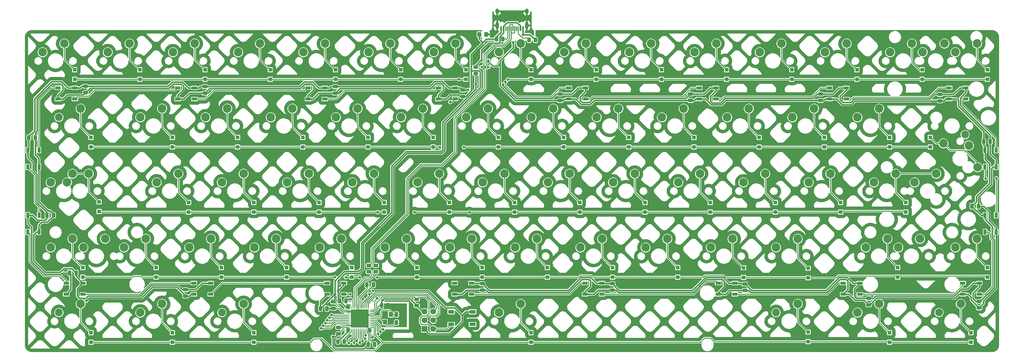
<source format=gbr>
%TF.GenerationSoftware,KiCad,Pcbnew,(6.0.8)*%
%TF.CreationDate,2022-10-24T21:08:13+02:00*%
%TF.ProjectId,cod67-iso,636f6436-372d-4697-936f-2e6b69636164,rev?*%
%TF.SameCoordinates,Original*%
%TF.FileFunction,Copper,L2,Bot*%
%TF.FilePolarity,Positive*%
%FSLAX46Y46*%
G04 Gerber Fmt 4.6, Leading zero omitted, Abs format (unit mm)*
G04 Created by KiCad (PCBNEW (6.0.8)) date 2022-10-24 21:08:13*
%MOMM*%
%LPD*%
G01*
G04 APERTURE LIST*
G04 Aperture macros list*
%AMRoundRect*
0 Rectangle with rounded corners*
0 $1 Rounding radius*
0 $2 $3 $4 $5 $6 $7 $8 $9 X,Y pos of 4 corners*
0 Add a 4 corners polygon primitive as box body*
4,1,4,$2,$3,$4,$5,$6,$7,$8,$9,$2,$3,0*
0 Add four circle primitives for the rounded corners*
1,1,$1+$1,$2,$3*
1,1,$1+$1,$4,$5*
1,1,$1+$1,$6,$7*
1,1,$1+$1,$8,$9*
0 Add four rect primitives between the rounded corners*
20,1,$1+$1,$2,$3,$4,$5,0*
20,1,$1+$1,$4,$5,$6,$7,0*
20,1,$1+$1,$6,$7,$8,$9,0*
20,1,$1+$1,$8,$9,$2,$3,0*%
G04 Aperture macros list end*
%TA.AperFunction,ComponentPad*%
%ADD10C,2.500000*%
%TD*%
%TA.AperFunction,ComponentPad*%
%ADD11C,2.250000*%
%TD*%
%TA.AperFunction,SMDPad,CuDef*%
%ADD12R,1.100000X1.100000*%
%TD*%
%TA.AperFunction,SMDPad,CuDef*%
%ADD13R,1.500000X0.900000*%
%TD*%
%TA.AperFunction,SMDPad,CuDef*%
%ADD14RoundRect,0.250000X-0.250000X-0.475000X0.250000X-0.475000X0.250000X0.475000X-0.250000X0.475000X0*%
%TD*%
%TA.AperFunction,SMDPad,CuDef*%
%ADD15RoundRect,0.250000X-0.475000X0.250000X-0.475000X-0.250000X0.475000X-0.250000X0.475000X0.250000X0*%
%TD*%
%TA.AperFunction,SMDPad,CuDef*%
%ADD16RoundRect,0.250000X0.475000X-0.250000X0.475000X0.250000X-0.475000X0.250000X-0.475000X-0.250000X0*%
%TD*%
%TA.AperFunction,SMDPad,CuDef*%
%ADD17RoundRect,0.250000X0.450000X-0.262500X0.450000X0.262500X-0.450000X0.262500X-0.450000X-0.262500X0*%
%TD*%
%TA.AperFunction,SMDPad,CuDef*%
%ADD18RoundRect,0.243750X0.456250X-0.243750X0.456250X0.243750X-0.456250X0.243750X-0.456250X-0.243750X0*%
%TD*%
%TA.AperFunction,SMDPad,CuDef*%
%ADD19R,1.200000X1.400000*%
%TD*%
%TA.AperFunction,SMDPad,CuDef*%
%ADD20RoundRect,0.250000X-0.262500X-0.450000X0.262500X-0.450000X0.262500X0.450000X-0.262500X0.450000X0*%
%TD*%
%TA.AperFunction,SMDPad,CuDef*%
%ADD21R,0.700000X1.000000*%
%TD*%
%TA.AperFunction,SMDPad,CuDef*%
%ADD22R,0.700000X0.600000*%
%TD*%
%TA.AperFunction,SMDPad,CuDef*%
%ADD23R,0.900000X1.500000*%
%TD*%
%TA.AperFunction,ComponentPad*%
%ADD24C,1.700000*%
%TD*%
%TA.AperFunction,ComponentPad*%
%ADD25R,1.700000X1.700000*%
%TD*%
%TA.AperFunction,SMDPad,CuDef*%
%ADD26RoundRect,0.250000X0.262500X0.450000X-0.262500X0.450000X-0.262500X-0.450000X0.262500X-0.450000X0*%
%TD*%
%TA.AperFunction,SMDPad,CuDef*%
%ADD27RoundRect,0.250000X-0.325000X-0.450000X0.325000X-0.450000X0.325000X0.450000X-0.325000X0.450000X0*%
%TD*%
%TA.AperFunction,SMDPad,CuDef*%
%ADD28RoundRect,0.062500X-0.062500X0.475000X-0.062500X-0.475000X0.062500X-0.475000X0.062500X0.475000X0*%
%TD*%
%TA.AperFunction,SMDPad,CuDef*%
%ADD29RoundRect,0.062500X-0.475000X0.062500X-0.475000X-0.062500X0.475000X-0.062500X0.475000X0.062500X0*%
%TD*%
%TA.AperFunction,SMDPad,CuDef*%
%ADD30R,5.200000X5.200000*%
%TD*%
%TA.AperFunction,SMDPad,CuDef*%
%ADD31RoundRect,0.250000X0.250000X0.475000X-0.250000X0.475000X-0.250000X-0.475000X0.250000X-0.475000X0*%
%TD*%
%TA.AperFunction,SMDPad,CuDef*%
%ADD32R,0.600000X1.450000*%
%TD*%
%TA.AperFunction,SMDPad,CuDef*%
%ADD33R,0.300000X1.450000*%
%TD*%
%TA.AperFunction,ComponentPad*%
%ADD34O,1.000000X1.600000*%
%TD*%
%TA.AperFunction,ComponentPad*%
%ADD35O,1.000000X2.100000*%
%TD*%
%TA.AperFunction,SMDPad,CuDef*%
%ADD36R,1.800000X1.100000*%
%TD*%
%TA.AperFunction,ViaPad*%
%ADD37C,0.800000*%
%TD*%
%TA.AperFunction,Conductor*%
%ADD38C,0.251000*%
%TD*%
%TA.AperFunction,Conductor*%
%ADD39C,0.381000*%
%TD*%
G04 APERTURE END LIST*
D10*
%TO.P,MX22,1,COL*%
%TO.N,COL7*%
X165258750Y-68103750D03*
%TO.P,MX22,2,ROW*%
%TO.N,Net-(D22-Pad2)*%
X171608750Y-65563750D03*
%TD*%
%TO.P,MX31,1,COL*%
%TO.N,COL2*%
X74771250Y-87153750D03*
%TO.P,MX31,2,ROW*%
%TO.N,Net-(D31-Pad2)*%
X81121250Y-84613750D03*
%TD*%
%TO.P,MX25,1,COL*%
%TO.N,COL10*%
X222408750Y-68103750D03*
%TO.P,MX25,2,ROW*%
%TO.N,Net-(D25-Pad2)*%
X228758750Y-65563750D03*
%TD*%
%TO.P,MX45,1,COL*%
%TO.N,COL3*%
X84296250Y-106203750D03*
%TO.P,MX45,2,ROW*%
%TO.N,Net-(D45-Pad2)*%
X90646250Y-103663750D03*
%TD*%
%TO.P,MX6,1,COL*%
%TO.N,COL6*%
X136683750Y-49053750D03*
%TO.P,MX6,2,ROW*%
%TO.N,Net-(D6-Pad2)*%
X143033750Y-46513750D03*
%TD*%
%TO.P,MX19,1,COL*%
%TO.N,COL4*%
X108108750Y-68103750D03*
%TO.P,MX19,2,ROW*%
%TO.N,Net-(D19-Pad2)*%
X114458750Y-65563750D03*
%TD*%
%TO.P,MX30,1,COL*%
%TO.N,COL1*%
X43814500Y-87153750D03*
X48577500Y-87153750D03*
%TO.P,MX30,2,ROW*%
%TO.N,Net-(D30-Pad2)*%
X50164500Y-84613750D03*
X54927500Y-84613750D03*
%TD*%
%TO.P,MX33,1,COL*%
%TO.N,COL4*%
X112871250Y-87153750D03*
%TO.P,MX33,2,ROW*%
%TO.N,Net-(D33-Pad2)*%
X119221250Y-84613750D03*
%TD*%
%TO.P,MX42,1,COL*%
%TO.N,COL14*%
X284321250Y-87153750D03*
%TO.P,MX42,2,ROW*%
%TO.N,Net-(D42-Pad2)*%
X290671250Y-84613750D03*
%TD*%
%TO.P,MX56,1,COL*%
%TO.N,COL14*%
X308133750Y-106203750D03*
%TO.P,MX56,2,ROW*%
%TO.N,Net-(D56-Pad2)*%
X314483750Y-103663750D03*
%TD*%
%TO.P,MX29,1,COL*%
%TO.N,COL15*%
X312102500Y-76358750D03*
%TO.P,MX29,2,ROW*%
%TO.N,Net-(D29-Pad2)*%
X314642500Y-82708750D03*
%TD*%
%TO.P,MX60,1,COL*%
%TO.N,COL8*%
X174783750Y-125253750D03*
%TO.P,MX60,2,ROW*%
%TO.N,Net-(D60-Pad2)*%
X181133750Y-122713750D03*
%TD*%
%TO.P,MX37,1,COL*%
%TO.N,COL8*%
X189071250Y-87153750D03*
%TO.P,MX37,2,ROW*%
%TO.N,Net-(D37-Pad2)*%
X195421250Y-84613750D03*
%TD*%
%TO.P,MX28,1,COL*%
%TO.N,COL13*%
X279558750Y-68103750D03*
%TO.P,MX28,2,ROW*%
%TO.N,Net-(D28-Pad2)*%
X285908750Y-65563750D03*
%TD*%
%TO.P,MX5,1,COL*%
%TO.N,COL5*%
X117633750Y-49053750D03*
%TO.P,MX5,2,ROW*%
%TO.N,Net-(D5-Pad2)*%
X123983750Y-46513750D03*
%TD*%
D11*
%TO.P,MX61,1,COL*%
%TO.N,COL12*%
X255746250Y-125253750D03*
D10*
%TO.P,MX61,2,ROW*%
%TO.N,Net-(D61-Pad2)*%
X262096250Y-122713750D03*
%TD*%
%TO.P,MX35,1,COL*%
%TO.N,COL6*%
X150971250Y-87153750D03*
%TO.P,MX35,2,ROW*%
%TO.N,Net-(D35-Pad2)*%
X157321250Y-84613750D03*
%TD*%
%TO.P,MX34,1,COL*%
%TO.N,COL5*%
X131921250Y-87153750D03*
%TO.P,MX34,2,ROW*%
%TO.N,Net-(D34-Pad2)*%
X138271250Y-84613750D03*
%TD*%
%TO.P,MX14,1,COL*%
%TO.N,COL14*%
X289083750Y-49053750D03*
%TO.P,MX14,2,ROW*%
%TO.N,Net-(D14-Pad2)*%
X295433750Y-46513750D03*
%TD*%
%TO.P,MX53,1,COL*%
%TO.N,COL11*%
X236696250Y-106203750D03*
%TO.P,MX53,2,ROW*%
%TO.N,Net-(D53-Pad2)*%
X243046250Y-103663750D03*
%TD*%
%TO.P,MX42b1,1,COL*%
%TO.N,COL14*%
X296227500Y-87153750D03*
%TO.P,MX42b1,2,ROW*%
%TO.N,Net-(D42-Pad2)*%
X302577500Y-84613750D03*
%TD*%
%TO.P,MX2,1,COL*%
%TO.N,COL2*%
X60483750Y-49053750D03*
%TO.P,MX2,2,ROW*%
%TO.N,Net-(D2-Pad2)*%
X66833750Y-46513750D03*
%TD*%
%TO.P,MX23,1,COL*%
%TO.N,COL8*%
X184308750Y-68103750D03*
%TO.P,MX23,2,ROW*%
%TO.N,Net-(D23-Pad2)*%
X190658750Y-65563750D03*
%TD*%
%TO.P,MX15b1,1,COL*%
%TO.N,COL15*%
X298608750Y-49053750D03*
%TO.P,MX15b1,2,ROW*%
%TO.N,Net-(D15-Pad2)*%
X304958750Y-46513750D03*
%TD*%
%TO.P,MX10,1,COL*%
%TO.N,COL10*%
X212883750Y-49053750D03*
%TO.P,MX10,2,ROW*%
%TO.N,Net-(D10-Pad2)*%
X219233750Y-46513750D03*
%TD*%
%TO.P,MX9,1,COL*%
%TO.N,COL9*%
X193833750Y-49053750D03*
%TO.P,MX9,2,ROW*%
%TO.N,Net-(D9-Pad2)*%
X200183750Y-46513750D03*
%TD*%
%TO.P,MX47,1,COL*%
%TO.N,COL5*%
X122396250Y-106203750D03*
%TO.P,MX47,2,ROW*%
%TO.N,Net-(D47-Pad2)*%
X128746250Y-103663750D03*
%TD*%
%TO.P,MX21,1,COL*%
%TO.N,COL6*%
X146208750Y-68103750D03*
%TO.P,MX21,2,ROW*%
%TO.N,Net-(D21-Pad2)*%
X152558750Y-65563750D03*
%TD*%
%TO.P,MX13,1,COL*%
%TO.N,COL13*%
X270033750Y-49053750D03*
%TO.P,MX13,2,ROW*%
%TO.N,Net-(D13-Pad2)*%
X276383750Y-46513750D03*
%TD*%
%TO.P,MX38,1,COL*%
%TO.N,COL9*%
X208121250Y-87153750D03*
%TO.P,MX38,2,ROW*%
%TO.N,Net-(D38-Pad2)*%
X214471250Y-84613750D03*
%TD*%
%TO.P,MX39,1,COL*%
%TO.N,COL10*%
X227171250Y-87153750D03*
%TO.P,MX39,2,ROW*%
%TO.N,Net-(D39-Pad2)*%
X233521250Y-84613750D03*
%TD*%
%TO.P,MX51,1,COL*%
%TO.N,COL9*%
X198596250Y-106203750D03*
%TO.P,MX51,2,ROW*%
%TO.N,Net-(D51-Pad2)*%
X204946250Y-103663750D03*
%TD*%
%TO.P,MX3,1,COL*%
%TO.N,COL3*%
X79533750Y-49053750D03*
%TO.P,MX3,2,ROW*%
%TO.N,Net-(D3-Pad2)*%
X85883750Y-46513750D03*
%TD*%
%TO.P,MX48,1,COL*%
%TO.N,COL6*%
X141446250Y-106203750D03*
%TO.P,MX48,2,ROW*%
%TO.N,Net-(D48-Pad2)*%
X147796250Y-103663750D03*
%TD*%
%TO.P,MX49,1,COL*%
%TO.N,COL7*%
X160496250Y-106203750D03*
%TO.P,MX49,2,ROW*%
%TO.N,Net-(D49-Pad2)*%
X166846250Y-103663750D03*
%TD*%
D11*
%TO.P,MX59,1,COL*%
%TO.N,COL3*%
X93821250Y-125253750D03*
D10*
%TO.P,MX59,2,ROW*%
%TO.N,Net-(D59-Pad2)*%
X100171250Y-122713750D03*
%TD*%
%TO.P,MX43,1,COL*%
%TO.N,COL1*%
X43815000Y-106203750D03*
%TO.P,MX43,2,ROW*%
%TO.N,Net-(D43-Pad2)*%
X50165000Y-103663750D03*
%TD*%
%TO.P,MX12,1,COL*%
%TO.N,COL12*%
X250983750Y-49053750D03*
%TO.P,MX12,2,ROW*%
%TO.N,Net-(D12-Pad2)*%
X257333750Y-46513750D03*
%TD*%
%TO.P,MX20,1,COL*%
%TO.N,COL5*%
X127158750Y-68103750D03*
%TO.P,MX20,2,ROW*%
%TO.N,Net-(D20-Pad2)*%
X133508750Y-65563750D03*
%TD*%
%TO.P,MX43b1,1,COL*%
%TO.N,COL1*%
X53340000Y-106203750D03*
%TO.P,MX43b1,2,ROW*%
%TO.N,Net-(D43-Pad2)*%
X59690000Y-103663750D03*
%TD*%
%TO.P,MX62,1,COL*%
%TO.N,COL13*%
X279558750Y-125253750D03*
%TO.P,MX62,2,ROW*%
%TO.N,Net-(D62-Pad2)*%
X285908750Y-122713750D03*
%TD*%
%TO.P,MX17,1,COL*%
%TO.N,COL2*%
X70008750Y-68103750D03*
%TO.P,MX17,2,ROW*%
%TO.N,Net-(D17-Pad2)*%
X76358750Y-65563750D03*
%TD*%
%TO.P,MX15,1,COL*%
%TO.N,COL15*%
X308133750Y-49053750D03*
%TO.P,MX15,2,ROW*%
%TO.N,Net-(D15-Pad2)*%
X314483750Y-46513750D03*
%TD*%
%TO.P,MX58,1,COL*%
%TO.N,COL2*%
X70008750Y-125253750D03*
%TO.P,MX58,2,ROW*%
%TO.N,Net-(D58-Pad2)*%
X76358750Y-122713750D03*
%TD*%
%TO.P,MX7,1,COL*%
%TO.N,COL7*%
X155733750Y-49053750D03*
%TO.P,MX7,2,ROW*%
%TO.N,Net-(D7-Pad2)*%
X162083750Y-46513750D03*
%TD*%
%TO.P,MX56b1,1,COL*%
%TO.N,COL14*%
X291465000Y-106203750D03*
%TO.P,MX56b1,2,ROW*%
%TO.N,Net-(D56-Pad2)*%
X297815000Y-103663750D03*
%TD*%
D11*
%TO.P,MX57,1,COL*%
%TO.N,COL1*%
X46196250Y-125253750D03*
D10*
%TO.P,MX57,2,ROW*%
%TO.N,Net-(D57-Pad2)*%
X52546250Y-122713750D03*
%TD*%
D11*
%TO.P,MX63,1,COL*%
%TO.N,COL14*%
X303371250Y-125253750D03*
D10*
%TO.P,MX63,2,ROW*%
%TO.N,Net-(D63-Pad2)*%
X309721250Y-122713750D03*
%TD*%
%TO.P,MX40,1,COL*%
%TO.N,COL11*%
X246221250Y-87153750D03*
%TO.P,MX40,2,ROW*%
%TO.N,Net-(D40-Pad2)*%
X252571250Y-84613750D03*
%TD*%
%TO.P,MX55,1,COL*%
%TO.N,COL13*%
X281940000Y-106203750D03*
%TO.P,MX55,2,ROW*%
%TO.N,Net-(D55-Pad2)*%
X288290000Y-103663750D03*
%TD*%
D11*
%TO.P,MX29b1,1,COL*%
%TO.N,COL15*%
X310991250Y-73183750D03*
D10*
%TO.P,MX29b1,2,ROW*%
%TO.N,Net-(D29-Pad2)*%
X304641250Y-75723750D03*
%TD*%
%TO.P,MX1,1,COL*%
%TO.N,COL1*%
X41433750Y-49053750D03*
%TO.P,MX1,2,ROW*%
%TO.N,Net-(D1-Pad2)*%
X47783750Y-46513750D03*
%TD*%
%TO.P,MX8,1,COL*%
%TO.N,COL8*%
X174783750Y-49053750D03*
%TO.P,MX8,2,ROW*%
%TO.N,Net-(D8-Pad2)*%
X181133750Y-46513750D03*
%TD*%
%TO.P,MX24,1,COL*%
%TO.N,COL9*%
X203358750Y-68103750D03*
%TO.P,MX24,2,ROW*%
%TO.N,Net-(D24-Pad2)*%
X209708750Y-65563750D03*
%TD*%
%TO.P,MX18,1,COL*%
%TO.N,COL3*%
X89058750Y-68103750D03*
%TO.P,MX18,2,ROW*%
%TO.N,Net-(D18-Pad2)*%
X95408750Y-65563750D03*
%TD*%
%TO.P,MX4,1,COL*%
%TO.N,COL4*%
X98583750Y-49053750D03*
%TO.P,MX4,2,ROW*%
%TO.N,Net-(D4-Pad2)*%
X104933750Y-46513750D03*
%TD*%
%TO.P,MX52,1,COL*%
%TO.N,COL10*%
X217646250Y-106203750D03*
%TO.P,MX52,2,ROW*%
%TO.N,Net-(D52-Pad2)*%
X223996250Y-103663750D03*
%TD*%
%TO.P,MX41,1,COL*%
%TO.N,COL12*%
X265271250Y-87153750D03*
%TO.P,MX41,2,ROW*%
%TO.N,Net-(D41-Pad2)*%
X271621250Y-84613750D03*
%TD*%
%TO.P,MX44,1,COL*%
%TO.N,COL2*%
X65246250Y-106203750D03*
%TO.P,MX44,2,ROW*%
%TO.N,Net-(D44-Pad2)*%
X71596250Y-103663750D03*
%TD*%
%TO.P,MX32,1,COL*%
%TO.N,COL3*%
X93821250Y-87153750D03*
%TO.P,MX32,2,ROW*%
%TO.N,Net-(D32-Pad2)*%
X100171250Y-84613750D03*
%TD*%
D11*
%TO.P,MX16,1,COL*%
%TO.N,COL1*%
X46196250Y-68103750D03*
D10*
%TO.P,MX16,2,ROW*%
%TO.N,Net-(D16-Pad2)*%
X52546250Y-65563750D03*
%TD*%
%TO.P,MX27,1,COL*%
%TO.N,COL12*%
X260508750Y-68103750D03*
%TO.P,MX27,2,ROW*%
%TO.N,Net-(D27-Pad2)*%
X266858750Y-65563750D03*
%TD*%
%TO.P,MX26,1,COL*%
%TO.N,COL11*%
X241458750Y-68103750D03*
%TO.P,MX26,2,ROW*%
%TO.N,Net-(D26-Pad2)*%
X247808750Y-65563750D03*
%TD*%
%TO.P,MX50,1,COL*%
%TO.N,COL8*%
X179546250Y-106203750D03*
%TO.P,MX50,2,ROW*%
%TO.N,Net-(D50-Pad2)*%
X185896250Y-103663750D03*
%TD*%
%TO.P,MX46,1,COL*%
%TO.N,COL4*%
X103346250Y-106203750D03*
%TO.P,MX46,2,ROW*%
%TO.N,Net-(D46-Pad2)*%
X109696250Y-103663750D03*
%TD*%
%TO.P,MX54,1,COL*%
%TO.N,COL12*%
X255746250Y-106203750D03*
%TO.P,MX54,2,ROW*%
%TO.N,Net-(D54-Pad2)*%
X262096250Y-103663750D03*
%TD*%
%TO.P,MX36,1,COL*%
%TO.N,COL7*%
X170021250Y-87153750D03*
%TO.P,MX36,2,ROW*%
%TO.N,Net-(D36-Pad2)*%
X176371250Y-84613750D03*
%TD*%
%TO.P,MX11,1,COL*%
%TO.N,COL11*%
X231933750Y-49053750D03*
%TO.P,MX11,2,ROW*%
%TO.N,Net-(D11-Pad2)*%
X238283750Y-46513750D03*
%TD*%
D12*
%TO.P,D13,1,K*%
%TO.N,ROW1*%
X279400000Y-56962500D03*
%TO.P,D13,2,A*%
%TO.N,Net-(D13-Pad2)*%
X279400000Y-54162500D03*
%TD*%
D13*
%TO.P,LED19,1,VDD*%
%TO.N,+5V*%
X199956250Y-119918750D03*
%TO.P,LED19,2,DOUT*%
%TO.N,Net-(LED19-Pad2)*%
X199956250Y-116618750D03*
%TO.P,LED19,3,VSS*%
%TO.N,GND*%
X204856250Y-116618750D03*
%TO.P,LED19,4,DIN*%
%TO.N,Net-(LED18-Pad2)*%
X204856250Y-119918750D03*
%TD*%
D14*
%TO.P,C6,1*%
%TO.N,+5V*%
X136591000Y-134620000D03*
%TO.P,C6,2*%
%TO.N,GND*%
X138491000Y-134620000D03*
%TD*%
D12*
%TO.P,D60,1,K*%
%TO.N,ROW5*%
X184150000Y-133956250D03*
%TO.P,D60,2,A*%
%TO.N,Net-(D60-Pad2)*%
X184150000Y-131156250D03*
%TD*%
D14*
%TO.P,C13,1*%
%TO.N,+5V*%
X37404000Y-74041000D03*
%TO.P,C13,2*%
%TO.N,GND*%
X39304000Y-74041000D03*
%TD*%
D15*
%TO.P,C23,1*%
%TO.N,+5V*%
X164211000Y-60137000D03*
%TO.P,C23,2*%
%TO.N,GND*%
X164211000Y-62037000D03*
%TD*%
D12*
%TO.P,D43,1,K*%
%TO.N,ROW4*%
X53181250Y-114906250D03*
%TO.P,D43,2,A*%
%TO.N,Net-(D43-Pad2)*%
X53181250Y-112106250D03*
%TD*%
D16*
%TO.P,C17,1*%
%TO.N,+5V*%
X83185000Y-120457000D03*
%TO.P,C17,2*%
%TO.N,GND*%
X83185000Y-118557000D03*
%TD*%
D17*
%TO.P,R6,1*%
%TO.N,+5V*%
X150749000Y-123213500D03*
%TO.P,R6,2*%
%TO.N,RST*%
X150749000Y-121388500D03*
%TD*%
D12*
%TO.P,D61,1,K*%
%TO.N,ROW5*%
X265112500Y-133768750D03*
%TO.P,D61,2,A*%
%TO.N,Net-(D61-Pad2)*%
X265112500Y-130968750D03*
%TD*%
%TO.P,D42,1,K*%
%TO.N,ROW3*%
X293687500Y-95856250D03*
%TO.P,D42,2,A*%
%TO.N,Net-(D42-Pad2)*%
X293687500Y-93056250D03*
%TD*%
D13*
%TO.P,LED8,1,VDD*%
%TO.N,+5V*%
X123893750Y-59468750D03*
%TO.P,LED8,2,DOUT*%
%TO.N,Net-(LED8-Pad2)*%
X123893750Y-62768750D03*
%TO.P,LED8,3,VSS*%
%TO.N,GND*%
X118993750Y-62768750D03*
%TO.P,LED8,4,DIN*%
%TO.N,Net-(LED7-Pad2)*%
X118993750Y-59468750D03*
%TD*%
D18*
%TO.P,F1,1*%
%TO.N,+5V*%
X168021000Y-55293500D03*
%TO.P,F1,2*%
%TO.N,VCC*%
X168021000Y-53418500D03*
%TD*%
D13*
%TO.P,LED7,1,VDD*%
%TO.N,+5V*%
X85793750Y-59468750D03*
%TO.P,LED7,2,DOUT*%
%TO.N,Net-(LED7-Pad2)*%
X85793750Y-62768750D03*
%TO.P,LED7,3,VSS*%
%TO.N,GND*%
X80893750Y-62768750D03*
%TO.P,LED7,4,DIN*%
%TO.N,Net-(LED6-Pad2)*%
X80893750Y-59468750D03*
%TD*%
D14*
%TO.P,C2,1*%
%TO.N,XTAL1*%
X144846000Y-128143000D03*
%TO.P,C2,2*%
%TO.N,GND*%
X146746000Y-128143000D03*
%TD*%
D19*
%TO.P,Y1,1,1*%
%TO.N,XTAL1*%
X141491600Y-128036500D03*
%TO.P,Y1,2,2*%
%TO.N,GND*%
X141491600Y-125836500D03*
%TO.P,Y1,3,3*%
%TO.N,XTAL2*%
X143191600Y-125836500D03*
%TO.P,Y1,4,4*%
%TO.N,GND*%
X143191600Y-128036500D03*
%TD*%
D16*
%TO.P,C28,1*%
%TO.N,GND*%
X53975000Y-60894000D03*
%TO.P,C28,2*%
%TO.N,+5V*%
X53975000Y-58994000D03*
%TD*%
D12*
%TO.P,D32,1,K*%
%TO.N,ROW3*%
X103187500Y-95856250D03*
%TO.P,D32,2,A*%
%TO.N,Net-(D32-Pad2)*%
X103187500Y-93056250D03*
%TD*%
D20*
%TO.P,R2,1*%
%TO.N,GND*%
X174093500Y-45212000D03*
%TO.P,R2,2*%
%TO.N,Net-(R2-Pad2)*%
X175918500Y-45212000D03*
%TD*%
D21*
%TO.P,U2,1,GND*%
%TO.N,GND*%
X171688000Y-51701000D03*
D22*
%TO.P,U2,2,I/O1*%
%TO.N,DP*%
X171688000Y-53401000D03*
%TO.P,U2,3,I/O2*%
%TO.N,DN*%
X169688000Y-53401000D03*
%TO.P,U2,4,VCC*%
%TO.N,VCC*%
X169688000Y-51501000D03*
%TD*%
D12*
%TO.P,D23,1,K*%
%TO.N,ROW2*%
X193675000Y-76806250D03*
%TO.P,D23,2,A*%
%TO.N,Net-(D23-Pad2)*%
X193675000Y-74006250D03*
%TD*%
D13*
%TO.P,LED16,1,VDD*%
%TO.N,+5V*%
X310287500Y-119918750D03*
%TO.P,LED16,2,DOUT*%
%TO.N,Net-(LED16-Pad2)*%
X310287500Y-116618750D03*
%TO.P,LED16,3,VSS*%
%TO.N,GND*%
X315187500Y-116618750D03*
%TO.P,LED16,4,DIN*%
%TO.N,Net-(LED15-Pad2)*%
X315187500Y-119918750D03*
%TD*%
D12*
%TO.P,D57,1,K*%
%TO.N,ROW5*%
X55562500Y-133956250D03*
%TO.P,D57,2,A*%
%TO.N,Net-(D57-Pad2)*%
X55562500Y-131156250D03*
%TD*%
D16*
%TO.P,C22,1*%
%TO.N,GND*%
X192659000Y-63180000D03*
%TO.P,C22,2*%
%TO.N,+5V*%
X192659000Y-61280000D03*
%TD*%
D23*
%TO.P,LED5,1,VDD*%
%TO.N,+5V*%
X37094500Y-77718750D03*
%TO.P,LED5,2,DOUT*%
%TO.N,Net-(LED5-Pad2)*%
X40394500Y-77718750D03*
%TO.P,LED5,3,VSS*%
%TO.N,GND*%
X40394500Y-82618750D03*
%TO.P,LED5,4,DIN*%
%TO.N,Net-(LED4-Pad2)*%
X37094500Y-82618750D03*
%TD*%
D15*
%TO.P,C12,1*%
%TO.N,GND*%
X315087000Y-121986000D03*
%TO.P,C12,2*%
%TO.N,+5V*%
X315087000Y-123886000D03*
%TD*%
D12*
%TO.P,D41,1,K*%
%TO.N,ROW3*%
X274637500Y-95856250D03*
%TO.P,D41,2,A*%
%TO.N,Net-(D41-Pad2)*%
X274637500Y-93056250D03*
%TD*%
D15*
%TO.P,C16,1*%
%TO.N,+5V*%
X303657000Y-61407000D03*
%TO.P,C16,2*%
%TO.N,GND*%
X303657000Y-63307000D03*
%TD*%
D12*
%TO.P,D20,1,K*%
%TO.N,ROW2*%
X136525000Y-76806250D03*
%TO.P,D20,2,A*%
%TO.N,Net-(D20-Pad2)*%
X136525000Y-74006250D03*
%TD*%
D24*
%TO.P,J1,1,MISO*%
%TO.N,MISO*%
X155575000Y-124979500D03*
%TO.P,J1,2,VCC*%
%TO.N,+5V*%
X153035000Y-124979500D03*
%TO.P,J1,3,SCK*%
%TO.N,SCK*%
X155575000Y-127519500D03*
%TO.P,J1,4,MOSI*%
%TO.N,MOSI*%
X153035000Y-127519500D03*
%TO.P,J1,5,~{RST}*%
%TO.N,RST*%
X155575000Y-130059500D03*
D25*
%TO.P,J1,6,GND*%
%TO.N,GND*%
X153035000Y-130059500D03*
%TD*%
D26*
%TO.P,R3,1*%
%TO.N,GND*%
X185443500Y-45466000D03*
%TO.P,R3,2*%
%TO.N,Net-(R3-Pad2)*%
X183618500Y-45466000D03*
%TD*%
D15*
%TO.P,C26,1*%
%TO.N,+5V*%
X127000000Y-59121000D03*
%TO.P,C26,2*%
%TO.N,GND*%
X127000000Y-61021000D03*
%TD*%
D12*
%TO.P,D2,1,K*%
%TO.N,ROW1*%
X69850000Y-56962500D03*
%TO.P,D2,2,A*%
%TO.N,Net-(D2-Pad2)*%
X69850000Y-54162500D03*
%TD*%
D16*
%TO.P,C21,1*%
%TO.N,GND*%
X268732000Y-63180000D03*
%TO.P,C21,2*%
%TO.N,+5V*%
X268732000Y-61280000D03*
%TD*%
D12*
%TO.P,D55,1,K*%
%TO.N,ROW4*%
X291306250Y-114906250D03*
%TO.P,D55,2,A*%
%TO.N,Net-(D55-Pad2)*%
X291306250Y-112106250D03*
%TD*%
D16*
%TO.P,C9,1*%
%TO.N,GND*%
X88900000Y-61021000D03*
%TO.P,C9,2*%
%TO.N,+5V*%
X88900000Y-59121000D03*
%TD*%
D14*
%TO.P,C3,1*%
%TO.N,XTAL2*%
X144846000Y-125793500D03*
%TO.P,C3,2*%
%TO.N,GND*%
X146746000Y-125793500D03*
%TD*%
D12*
%TO.P,D19,1,K*%
%TO.N,ROW2*%
X117475000Y-76806250D03*
%TO.P,D19,2,A*%
%TO.N,Net-(D19-Pad2)*%
X117475000Y-74006250D03*
%TD*%
%TO.P,D40,1,K*%
%TO.N,ROW3*%
X255587500Y-95856250D03*
%TO.P,D40,2,A*%
%TO.N,Net-(D40-Pad2)*%
X255587500Y-93056250D03*
%TD*%
%TO.P,D15,1,K*%
%TO.N,ROW1*%
X317500000Y-56962500D03*
%TO.P,D15,2,A*%
%TO.N,Net-(D15-Pad2)*%
X317500000Y-54162500D03*
%TD*%
%TO.P,D53,1,K*%
%TO.N,ROW4*%
X246253000Y-114938000D03*
%TO.P,D53,2,A*%
%TO.N,Net-(D53-Pad2)*%
X246253000Y-112138000D03*
%TD*%
%TO.P,D29,1,K*%
%TO.N,ROW2*%
X300831250Y-76806250D03*
%TO.P,D29,2,A*%
%TO.N,Net-(D29-Pad2)*%
X300831250Y-74006250D03*
%TD*%
D27*
%TO.P,FB1,1*%
%TO.N,GND*%
X169028000Y-43815000D03*
%TO.P,FB1,2*%
%TO.N,Earth*%
X171078000Y-43815000D03*
%TD*%
D12*
%TO.P,D37,1,K*%
%TO.N,ROW3*%
X198437500Y-95856250D03*
%TO.P,D37,2,A*%
%TO.N,Net-(D37-Pad2)*%
X198437500Y-93056250D03*
%TD*%
D28*
%TO.P,U1,1,PE6*%
%TO.N,unconnected-(U1-Pad1)*%
X131612000Y-123662500D03*
%TO.P,U1,2,UVCC*%
%TO.N,+5V*%
X132112000Y-123662500D03*
%TO.P,U1,3,D-*%
%TO.N,D-*%
X132612000Y-123662500D03*
%TO.P,U1,4,D+*%
%TO.N,D+*%
X133112000Y-123662500D03*
%TO.P,U1,5,UGND*%
%TO.N,GND*%
X133612000Y-123662500D03*
%TO.P,U1,6,UCAP*%
%TO.N,Net-(C1-Pad1)*%
X134112000Y-123662500D03*
%TO.P,U1,7,VBUS*%
%TO.N,+5V*%
X134612000Y-123662500D03*
%TO.P,U1,8,PB0*%
%TO.N,LED*%
X135112000Y-123662500D03*
%TO.P,U1,9,PB1*%
%TO.N,SCK*%
X135612000Y-123662500D03*
%TO.P,U1,10,PB2*%
%TO.N,MOSI*%
X136112000Y-123662500D03*
%TO.P,U1,11,PB3*%
%TO.N,MISO*%
X136612000Y-123662500D03*
D29*
%TO.P,U1,12,PB7*%
%TO.N,ROW4*%
X137449500Y-124500000D03*
%TO.P,U1,13,~{RESET}*%
%TO.N,RST*%
X137449500Y-125000000D03*
%TO.P,U1,14,VCC*%
%TO.N,+5V*%
X137449500Y-125500000D03*
%TO.P,U1,15,GND*%
%TO.N,GND*%
X137449500Y-126000000D03*
%TO.P,U1,16,XTAL2*%
%TO.N,XTAL2*%
X137449500Y-126500000D03*
%TO.P,U1,17,XTAL1*%
%TO.N,XTAL1*%
X137449500Y-127000000D03*
%TO.P,U1,18,PD0*%
%TO.N,ROW3*%
X137449500Y-127500000D03*
%TO.P,U1,19,PD1*%
%TO.N,ROW2*%
X137449500Y-128000000D03*
%TO.P,U1,20,PD2*%
%TO.N,COL7*%
X137449500Y-128500000D03*
%TO.P,U1,21,PD3*%
%TO.N,ROW5*%
X137449500Y-129000000D03*
%TO.P,U1,22,PD5*%
%TO.N,ROW1*%
X137449500Y-129500000D03*
D28*
%TO.P,U1,23,GND*%
%TO.N,GND*%
X136612000Y-130337500D03*
%TO.P,U1,24,AVCC*%
%TO.N,+5V*%
X136112000Y-130337500D03*
%TO.P,U1,25,PD4*%
%TO.N,COL8*%
X135612000Y-130337500D03*
%TO.P,U1,26,PD6*%
%TO.N,COL9*%
X135112000Y-130337500D03*
%TO.P,U1,27,PD7*%
%TO.N,COL10*%
X134612000Y-130337500D03*
%TO.P,U1,28,PB4*%
%TO.N,COL11*%
X134112000Y-130337500D03*
%TO.P,U1,29,PB5*%
%TO.N,COL12*%
X133612000Y-130337500D03*
%TO.P,U1,30,PB6*%
%TO.N,COL13*%
X133112000Y-130337500D03*
%TO.P,U1,31,PC6*%
%TO.N,COL14*%
X132612000Y-130337500D03*
%TO.P,U1,32,PC7*%
%TO.N,COL15*%
X132112000Y-130337500D03*
%TO.P,U1,33,~{HWB}/PE2*%
%TO.N,Net-(R1-Pad2)*%
X131612000Y-130337500D03*
D29*
%TO.P,U1,34,VCC*%
%TO.N,+5V*%
X130774500Y-129500000D03*
%TO.P,U1,35,GND*%
%TO.N,GND*%
X130774500Y-129000000D03*
%TO.P,U1,36,PF7*%
%TO.N,COL1*%
X130774500Y-128500000D03*
%TO.P,U1,37,PF6*%
%TO.N,COL2*%
X130774500Y-128000000D03*
%TO.P,U1,38,PF5*%
%TO.N,COL3*%
X130774500Y-127500000D03*
%TO.P,U1,39,PF4*%
%TO.N,COL4*%
X130774500Y-127000000D03*
%TO.P,U1,40,PF1*%
%TO.N,COL5*%
X130774500Y-126500000D03*
%TO.P,U1,41,PF0*%
%TO.N,COL6*%
X130774500Y-126000000D03*
%TO.P,U1,42,AREF*%
%TO.N,unconnected-(U1-Pad42)*%
X130774500Y-125500000D03*
%TO.P,U1,43,GND*%
%TO.N,GND*%
X130774500Y-125000000D03*
%TO.P,U1,44,AVCC*%
%TO.N,+5V*%
X130774500Y-124500000D03*
D30*
%TO.P,U1,45,GND*%
%TO.N,GND*%
X134112000Y-127000000D03*
%TD*%
D13*
%TO.P,LED13,1,VDD*%
%TO.N,+5V*%
X311218750Y-59468750D03*
%TO.P,LED13,2,DOUT*%
%TO.N,Net-(LED13-Pad2)*%
X311218750Y-62768750D03*
%TO.P,LED13,3,VSS*%
%TO.N,GND*%
X306318750Y-62768750D03*
%TO.P,LED13,4,DIN*%
%TO.N,Net-(LED12-Pad2)*%
X306318750Y-59468750D03*
%TD*%
%TO.P,LED3,1,VDD*%
%TO.N,+5V*%
X48350000Y-119918750D03*
%TO.P,LED3,2,DOUT*%
%TO.N,Net-(LED3-Pad2)*%
X48350000Y-116618750D03*
%TO.P,LED3,3,VSS*%
%TO.N,GND*%
X53250000Y-116618750D03*
%TO.P,LED3,4,DIN*%
%TO.N,Net-(LED2-Pad2)*%
X53250000Y-119918750D03*
%TD*%
D12*
%TO.P,D47,1,K*%
%TO.N,ROW4*%
X131762500Y-114906250D03*
%TO.P,D47,2,A*%
%TO.N,Net-(D47-Pad2)*%
X131762500Y-112106250D03*
%TD*%
%TO.P,D36,1,K*%
%TO.N,ROW3*%
X179387500Y-95856250D03*
%TO.P,D36,2,A*%
%TO.N,Net-(D36-Pad2)*%
X179387500Y-93056250D03*
%TD*%
%TO.P,D48,1,K*%
%TO.N,ROW4*%
X150812500Y-114906250D03*
%TO.P,D48,2,A*%
%TO.N,Net-(D48-Pad2)*%
X150812500Y-112106250D03*
%TD*%
%TO.P,D45,1,K*%
%TO.N,ROW4*%
X93662500Y-114906250D03*
%TO.P,D45,2,A*%
%TO.N,Net-(D45-Pad2)*%
X93662500Y-112106250D03*
%TD*%
%TO.P,D54,1,K*%
%TO.N,ROW4*%
X265112500Y-115093750D03*
%TO.P,D54,2,A*%
%TO.N,Net-(D54-Pad2)*%
X265112500Y-112293750D03*
%TD*%
%TO.P,D12,1,K*%
%TO.N,ROW1*%
X260350000Y-56962500D03*
%TO.P,D12,2,A*%
%TO.N,Net-(D12-Pad2)*%
X260350000Y-54162500D03*
%TD*%
%TO.P,D11,1,K*%
%TO.N,ROW1*%
X241300000Y-56962500D03*
%TO.P,D11,2,A*%
%TO.N,Net-(D11-Pad2)*%
X241300000Y-54162500D03*
%TD*%
%TO.P,D8,1,K*%
%TO.N,ROW1*%
X184150000Y-56962500D03*
%TO.P,D8,2,A*%
%TO.N,Net-(D8-Pad2)*%
X184150000Y-54162500D03*
%TD*%
%TO.P,D56,1,K*%
%TO.N,ROW4*%
X317500000Y-114906250D03*
%TO.P,D56,2,A*%
%TO.N,Net-(D56-Pad2)*%
X317500000Y-112106250D03*
%TD*%
%TO.P,D59,1,K*%
%TO.N,ROW5*%
X103187500Y-133956250D03*
%TO.P,D59,2,A*%
%TO.N,Net-(D59-Pad2)*%
X103187500Y-131156250D03*
%TD*%
%TO.P,D22,1,K*%
%TO.N,ROW2*%
X174625000Y-76806250D03*
%TO.P,D22,2,A*%
%TO.N,Net-(D22-Pad2)*%
X174625000Y-74006250D03*
%TD*%
%TO.P,D51,1,K*%
%TO.N,ROW4*%
X207962500Y-114906250D03*
%TO.P,D51,2,A*%
%TO.N,Net-(D51-Pad2)*%
X207962500Y-112106250D03*
%TD*%
D31*
%TO.P,C24,1*%
%TO.N,+5V*%
X314894000Y-94107000D03*
%TO.P,C24,2*%
%TO.N,GND*%
X312994000Y-94107000D03*
%TD*%
D14*
%TO.P,C15,1*%
%TO.N,+5V*%
X42738000Y-96774000D03*
%TO.P,C15,2*%
%TO.N,GND*%
X44638000Y-96774000D03*
%TD*%
D12*
%TO.P,D52,1,K*%
%TO.N,ROW4*%
X227012500Y-114906250D03*
%TO.P,D52,2,A*%
%TO.N,Net-(D52-Pad2)*%
X227012500Y-112106250D03*
%TD*%
D13*
%TO.P,LED20,1,VDD*%
%TO.N,+5V*%
X161856250Y-119918750D03*
%TO.P,LED20,2,DOUT*%
%TO.N,unconnected-(LED20-Pad2)*%
X161856250Y-116618750D03*
%TO.P,LED20,3,VSS*%
%TO.N,GND*%
X166756250Y-116618750D03*
%TO.P,LED20,4,DIN*%
%TO.N,Net-(LED19-Pad2)*%
X166756250Y-119918750D03*
%TD*%
D12*
%TO.P,D18,1,K*%
%TO.N,ROW2*%
X98425000Y-76806250D03*
%TO.P,D18,2,A*%
%TO.N,Net-(D18-Pad2)*%
X98425000Y-74006250D03*
%TD*%
%TO.P,D10,1,K*%
%TO.N,ROW1*%
X222250000Y-56962500D03*
%TO.P,D10,2,A*%
%TO.N,Net-(D10-Pad2)*%
X222250000Y-54162500D03*
%TD*%
D17*
%TO.P,R5,1*%
%TO.N,D+*%
X138811000Y-113307500D03*
%TO.P,R5,2*%
%TO.N,DP*%
X138811000Y-111482500D03*
%TD*%
D12*
%TO.P,D1,1,K*%
%TO.N,ROW1*%
X50800000Y-56962500D03*
%TO.P,D1,2,A*%
%TO.N,Net-(D1-Pad2)*%
X50800000Y-54162500D03*
%TD*%
%TO.P,D33,1,K*%
%TO.N,ROW3*%
X122237500Y-95856250D03*
%TO.P,D33,2,A*%
%TO.N,Net-(D33-Pad2)*%
X122237500Y-93056250D03*
%TD*%
%TO.P,D25,1,K*%
%TO.N,ROW2*%
X231775000Y-76806250D03*
%TO.P,D25,2,A*%
%TO.N,Net-(D25-Pad2)*%
X231775000Y-74006250D03*
%TD*%
%TO.P,D30,1,K*%
%TO.N,ROW3*%
X57943750Y-95668750D03*
%TO.P,D30,2,A*%
%TO.N,Net-(D30-Pad2)*%
X57943750Y-92868750D03*
%TD*%
D14*
%TO.P,C7,1*%
%TO.N,+5V*%
X140502600Y-123190000D03*
%TO.P,C7,2*%
%TO.N,GND*%
X142402600Y-123190000D03*
%TD*%
D13*
%TO.P,LED9,1,VDD*%
%TO.N,+5V*%
X161993750Y-59468750D03*
%TO.P,LED9,2,DOUT*%
%TO.N,Net-(LED10-Pad4)*%
X161993750Y-62768750D03*
%TO.P,LED9,3,VSS*%
%TO.N,GND*%
X157093750Y-62768750D03*
%TO.P,LED9,4,DIN*%
%TO.N,Net-(LED8-Pad2)*%
X157093750Y-59468750D03*
%TD*%
D12*
%TO.P,D31,1,K*%
%TO.N,ROW3*%
X84137500Y-95856250D03*
%TO.P,D31,2,A*%
%TO.N,Net-(D31-Pad2)*%
X84137500Y-93056250D03*
%TD*%
D23*
%TO.P,LED4,1,VDD*%
%TO.N,+5V*%
X37094500Y-96768750D03*
%TO.P,LED4,2,DOUT*%
%TO.N,Net-(LED4-Pad2)*%
X40394500Y-96768750D03*
%TO.P,LED4,3,VSS*%
%TO.N,GND*%
X40394500Y-101668750D03*
%TO.P,LED4,4,DIN*%
%TO.N,Net-(LED3-Pad2)*%
X37094500Y-101668750D03*
%TD*%
D12*
%TO.P,D50,1,K*%
%TO.N,ROW4*%
X188912500Y-114906250D03*
%TO.P,D50,2,A*%
%TO.N,Net-(D50-Pad2)*%
X188912500Y-112106250D03*
%TD*%
%TO.P,D27,1,K*%
%TO.N,ROW2*%
X269875000Y-76806250D03*
%TO.P,D27,2,A*%
%TO.N,Net-(D27-Pad2)*%
X269875000Y-74006250D03*
%TD*%
%TO.P,D28,1,K*%
%TO.N,ROW2*%
X288925000Y-76806250D03*
%TO.P,D28,2,A*%
%TO.N,Net-(D28-Pad2)*%
X288925000Y-74006250D03*
%TD*%
%TO.P,D14,1,K*%
%TO.N,ROW1*%
X298450000Y-56962500D03*
%TO.P,D14,2,A*%
%TO.N,Net-(D14-Pad2)*%
X298450000Y-54162500D03*
%TD*%
%TO.P,D7,1,K*%
%TO.N,ROW1*%
X165100000Y-56962500D03*
%TO.P,D7,2,A*%
%TO.N,Net-(D7-Pad2)*%
X165100000Y-54162500D03*
%TD*%
%TO.P,D6,1,K*%
%TO.N,ROW1*%
X146050000Y-56962500D03*
%TO.P,D6,2,A*%
%TO.N,Net-(D6-Pad2)*%
X146050000Y-54162500D03*
%TD*%
%TO.P,D26,1,K*%
%TO.N,ROW2*%
X250825000Y-76806250D03*
%TO.P,D26,2,A*%
%TO.N,Net-(D26-Pad2)*%
X250825000Y-74006250D03*
%TD*%
%TO.P,D49,1,K*%
%TO.N,ROW4*%
X169862500Y-114906250D03*
%TO.P,D49,2,A*%
%TO.N,Net-(D49-Pad2)*%
X169862500Y-112106250D03*
%TD*%
D32*
%TO.P,USB1,A1,GND*%
%TO.N,GND*%
X175343750Y-42145000D03*
%TO.P,USB1,A4,VBUS*%
%TO.N,VCC*%
X176143750Y-42145000D03*
D33*
%TO.P,USB1,A5,CC1*%
%TO.N,Net-(R2-Pad2)*%
X177343750Y-42145000D03*
%TO.P,USB1,A6,D+*%
%TO.N,DP*%
X178343750Y-42145000D03*
%TO.P,USB1,A7,D-*%
%TO.N,DN*%
X178843750Y-42145000D03*
%TO.P,USB1,A8,SBU1*%
%TO.N,unconnected-(USB1-PadA8)*%
X179843750Y-42145000D03*
D32*
%TO.P,USB1,A9,VBUS*%
%TO.N,VCC*%
X181043750Y-42145000D03*
%TO.P,USB1,A12,GND*%
%TO.N,GND*%
X181843750Y-42145000D03*
%TO.P,USB1,B1,GND*%
X181843750Y-42145000D03*
%TO.P,USB1,B4,VBUS*%
%TO.N,VCC*%
X181043750Y-42145000D03*
D33*
%TO.P,USB1,B5,CC2*%
%TO.N,Net-(R3-Pad2)*%
X180343750Y-42145000D03*
%TO.P,USB1,B6,D+*%
%TO.N,DP*%
X179343750Y-42145000D03*
%TO.P,USB1,B7,D-*%
%TO.N,DN*%
X177843750Y-42145000D03*
%TO.P,USB1,B8,SBU2*%
%TO.N,unconnected-(USB1-PadB8)*%
X176843750Y-42145000D03*
D32*
%TO.P,USB1,B9,VBUS*%
%TO.N,VCC*%
X176143750Y-42145000D03*
%TO.P,USB1,B12,GND*%
%TO.N,GND*%
X175343750Y-42145000D03*
D34*
%TO.P,USB1,S1,SHIELD*%
%TO.N,Earth*%
X174273750Y-37050000D03*
X182913750Y-37050000D03*
D35*
X182913750Y-41230000D03*
X174273750Y-41230000D03*
%TD*%
D16*
%TO.P,C18,1*%
%TO.N,+5V*%
X207899000Y-118679000D03*
%TO.P,C18,2*%
%TO.N,GND*%
X207899000Y-116779000D03*
%TD*%
D12*
%TO.P,D3,1,K*%
%TO.N,ROW1*%
X88900000Y-56962500D03*
%TO.P,D3,2,A*%
%TO.N,Net-(D3-Pad2)*%
X88900000Y-54162500D03*
%TD*%
D15*
%TO.P,C20,1*%
%TO.N,GND*%
X169926000Y-116779000D03*
%TO.P,C20,2*%
%TO.N,+5V*%
X169926000Y-118679000D03*
%TD*%
D12*
%TO.P,D39,1,K*%
%TO.N,ROW3*%
X236537500Y-95856250D03*
%TO.P,D39,2,A*%
%TO.N,Net-(D39-Pad2)*%
X236537500Y-93056250D03*
%TD*%
D13*
%TO.P,LED17,1,VDD*%
%TO.N,+5V*%
X275362500Y-119918750D03*
%TO.P,LED17,2,DOUT*%
%TO.N,Net-(LED17-Pad2)*%
X275362500Y-116618750D03*
%TO.P,LED17,3,VSS*%
%TO.N,GND*%
X280262500Y-116618750D03*
%TO.P,LED17,4,DIN*%
%TO.N,Net-(LED16-Pad2)*%
X280262500Y-119918750D03*
%TD*%
D12*
%TO.P,D44,1,K*%
%TO.N,ROW4*%
X74612500Y-114906250D03*
%TO.P,D44,2,A*%
%TO.N,Net-(D44-Pad2)*%
X74612500Y-112106250D03*
%TD*%
%TO.P,D9,1,K*%
%TO.N,ROW1*%
X203200000Y-56962500D03*
%TO.P,D9,2,A*%
%TO.N,Net-(D9-Pad2)*%
X203200000Y-54162500D03*
%TD*%
D23*
%TO.P,LED15,1,VDD*%
%TO.N,+5V*%
X320093750Y-101668750D03*
%TO.P,LED15,2,DOUT*%
%TO.N,Net-(LED15-Pad2)*%
X316793750Y-101668750D03*
%TO.P,LED15,3,VSS*%
%TO.N,GND*%
X316793750Y-96768750D03*
%TO.P,LED15,4,DIN*%
%TO.N,Net-(LED14-Pad2)*%
X320093750Y-96768750D03*
%TD*%
D13*
%TO.P,LED10,1,VDD*%
%TO.N,+5V*%
X200093750Y-59468750D03*
%TO.P,LED10,2,DOUT*%
%TO.N,Net-(LED10-Pad2)*%
X200093750Y-62768750D03*
%TO.P,LED10,3,VSS*%
%TO.N,GND*%
X195193750Y-62768750D03*
%TO.P,LED10,4,DIN*%
%TO.N,Net-(LED10-Pad4)*%
X195193750Y-59468750D03*
%TD*%
D12*
%TO.P,D5,1,K*%
%TO.N,ROW1*%
X127000000Y-56962500D03*
%TO.P,D5,2,A*%
%TO.N,Net-(D5-Pad2)*%
X127000000Y-54162500D03*
%TD*%
D13*
%TO.P,LED6,1,VDD*%
%TO.N,+5V*%
X50868750Y-59468750D03*
%TO.P,LED6,2,DOUT*%
%TO.N,Net-(LED6-Pad2)*%
X50868750Y-62768750D03*
%TO.P,LED6,3,VSS*%
%TO.N,GND*%
X45968750Y-62768750D03*
%TO.P,LED6,4,DIN*%
%TO.N,Net-(LED5-Pad2)*%
X45968750Y-59468750D03*
%TD*%
D16*
%TO.P,C14,1*%
%TO.N,+5V*%
X282829000Y-122997000D03*
%TO.P,C14,2*%
%TO.N,GND*%
X282829000Y-121097000D03*
%TD*%
D12*
%TO.P,D38,1,K*%
%TO.N,ROW3*%
X217487500Y-95856250D03*
%TO.P,D38,2,A*%
%TO.N,Net-(D38-Pad2)*%
X217487500Y-93056250D03*
%TD*%
%TO.P,D21,1,K*%
%TO.N,ROW2*%
X155575000Y-76806250D03*
%TO.P,D21,2,A*%
%TO.N,Net-(D21-Pad2)*%
X155575000Y-74006250D03*
%TD*%
D13*
%TO.P,LED11,1,VDD*%
%TO.N,+5V*%
X238193750Y-59468750D03*
%TO.P,LED11,2,DOUT*%
%TO.N,Net-(LED11-Pad2)*%
X238193750Y-62768750D03*
%TO.P,LED11,3,VSS*%
%TO.N,GND*%
X233293750Y-62768750D03*
%TO.P,LED11,4,DIN*%
%TO.N,Net-(LED10-Pad2)*%
X233293750Y-59468750D03*
%TD*%
%TO.P,LED1,1,VDD*%
%TO.N,+5V*%
X124550000Y-119918750D03*
%TO.P,LED1,2,DOUT*%
%TO.N,Net-(LED1-Pad2)*%
X124550000Y-116618750D03*
%TO.P,LED1,3,VSS*%
%TO.N,GND*%
X129450000Y-116618750D03*
%TO.P,LED1,4,DIN*%
%TO.N,LED*%
X129450000Y-119918750D03*
%TD*%
D31*
%TO.P,C19,1*%
%TO.N,GND*%
X124521000Y-124079000D03*
%TO.P,C19,2*%
%TO.N,+5V*%
X122621000Y-124079000D03*
%TD*%
D12*
%TO.P,D35,1,K*%
%TO.N,ROW3*%
X160337500Y-95856250D03*
%TO.P,D35,2,A*%
%TO.N,Net-(D35-Pad2)*%
X160337500Y-93056250D03*
%TD*%
%TO.P,D34,1,K*%
%TO.N,ROW3*%
X141287500Y-95856250D03*
%TO.P,D34,2,A*%
%TO.N,Net-(D34-Pad2)*%
X141287500Y-93056250D03*
%TD*%
D20*
%TO.P,R1,1*%
%TO.N,GND*%
X127738500Y-133731000D03*
%TO.P,R1,2*%
%TO.N,Net-(R1-Pad2)*%
X129563500Y-133731000D03*
%TD*%
D13*
%TO.P,LED2,1,VDD*%
%TO.N,+5V*%
X85656250Y-119918750D03*
%TO.P,LED2,2,DOUT*%
%TO.N,Net-(LED2-Pad2)*%
X85656250Y-116618750D03*
%TO.P,LED2,3,VSS*%
%TO.N,GND*%
X90556250Y-116618750D03*
%TO.P,LED2,4,DIN*%
%TO.N,Net-(LED1-Pad2)*%
X90556250Y-119918750D03*
%TD*%
D31*
%TO.P,C1,1*%
%TO.N,Net-(C1-Pad1)*%
X138110000Y-117094000D03*
%TO.P,C1,2*%
%TO.N,GND*%
X136210000Y-117094000D03*
%TD*%
D12*
%TO.P,D16,1,K*%
%TO.N,ROW2*%
X55562500Y-76806250D03*
%TO.P,D16,2,A*%
%TO.N,Net-(D16-Pad2)*%
X55562500Y-74006250D03*
%TD*%
%TO.P,D4,1,K*%
%TO.N,ROW1*%
X107950000Y-56962500D03*
%TO.P,D4,2,A*%
%TO.N,Net-(D4-Pad2)*%
X107950000Y-54162500D03*
%TD*%
%TO.P,D46,1,K*%
%TO.N,ROW4*%
X112712500Y-114906250D03*
%TO.P,D46,2,A*%
%TO.N,Net-(D46-Pad2)*%
X112712500Y-112106250D03*
%TD*%
D13*
%TO.P,LED12,1,VDD*%
%TO.N,+5V*%
X276293750Y-59468750D03*
%TO.P,LED12,2,DOUT*%
%TO.N,Net-(LED12-Pad2)*%
X276293750Y-62768750D03*
%TO.P,LED12,3,VSS*%
%TO.N,GND*%
X271393750Y-62768750D03*
%TO.P,LED12,4,DIN*%
%TO.N,Net-(LED11-Pad2)*%
X271393750Y-59468750D03*
%TD*%
D12*
%TO.P,D62,1,K*%
%TO.N,ROW5*%
X288925000Y-133956250D03*
%TO.P,D62,2,A*%
%TO.N,Net-(D62-Pad2)*%
X288925000Y-131156250D03*
%TD*%
D31*
%TO.P,C8,1*%
%TO.N,+5V*%
X130109000Y-121793000D03*
%TO.P,C8,2*%
%TO.N,GND*%
X128209000Y-121793000D03*
%TD*%
D12*
%TO.P,D58,1,K*%
%TO.N,ROW5*%
X79375000Y-133956250D03*
%TO.P,D58,2,A*%
%TO.N,Net-(D58-Pad2)*%
X79375000Y-131156250D03*
%TD*%
D15*
%TO.P,C11,1*%
%TO.N,GND*%
X246634000Y-116906000D03*
%TO.P,C11,2*%
%TO.N,+5V*%
X246634000Y-118806000D03*
%TD*%
D12*
%TO.P,D17,1,K*%
%TO.N,ROW2*%
X79375000Y-76806250D03*
%TO.P,D17,2,A*%
%TO.N,Net-(D17-Pad2)*%
X79375000Y-74006250D03*
%TD*%
D14*
%TO.P,C25,1*%
%TO.N,+5V*%
X49342000Y-113665000D03*
%TO.P,C25,2*%
%TO.N,GND*%
X51242000Y-113665000D03*
%TD*%
%TO.P,C10,1*%
%TO.N,GND*%
X316423000Y-75184000D03*
%TO.P,C10,2*%
%TO.N,+5V*%
X318323000Y-75184000D03*
%TD*%
D12*
%TO.P,D63,1,K*%
%TO.N,ROW5*%
X312737500Y-133956250D03*
%TO.P,D63,2,A*%
%TO.N,Net-(D63-Pad2)*%
X312737500Y-131156250D03*
%TD*%
D13*
%TO.P,LED18,1,VDD*%
%TO.N,+5V*%
X238850000Y-119918750D03*
%TO.P,LED18,2,DOUT*%
%TO.N,Net-(LED18-Pad2)*%
X238850000Y-116618750D03*
%TO.P,LED18,3,VSS*%
%TO.N,GND*%
X243750000Y-116618750D03*
%TO.P,LED18,4,DIN*%
%TO.N,Net-(LED17-Pad2)*%
X243750000Y-119918750D03*
%TD*%
D12*
%TO.P,D24,1,K*%
%TO.N,ROW2*%
X212725000Y-76806250D03*
%TO.P,D24,2,A*%
%TO.N,Net-(D24-Pad2)*%
X212725000Y-74006250D03*
%TD*%
D23*
%TO.P,LED14,1,VDD*%
%TO.N,+5V*%
X320093750Y-82618750D03*
%TO.P,LED14,2,DOUT*%
%TO.N,Net-(LED14-Pad2)*%
X316793750Y-82618750D03*
%TO.P,LED14,3,VSS*%
%TO.N,GND*%
X316793750Y-77718750D03*
%TO.P,LED14,4,DIN*%
%TO.N,Net-(LED13-Pad2)*%
X320093750Y-77718750D03*
%TD*%
D15*
%TO.P,C27,1*%
%TO.N,+5V*%
X230759000Y-61280000D03*
%TO.P,C27,2*%
%TO.N,GND*%
X230759000Y-63180000D03*
%TD*%
D17*
%TO.P,R4,1*%
%TO.N,D-*%
X136779000Y-113307500D03*
%TO.P,R4,2*%
%TO.N,DN*%
X136779000Y-111482500D03*
%TD*%
D15*
%TO.P,C5,1*%
%TO.N,+5V*%
X126365000Y-122113000D03*
%TO.P,C5,2*%
%TO.N,GND*%
X126365000Y-124013000D03*
%TD*%
D36*
%TO.P,SW1,1,1*%
%TO.N,GND*%
X167057000Y-125023000D03*
%TO.P,SW1,2,2*%
%TO.N,RST*%
X160857000Y-128723000D03*
%TO.P,SW1,3*%
%TO.N,N/C*%
X167057000Y-128723000D03*
%TO.P,SW1,4*%
X160857000Y-125023000D03*
%TD*%
D16*
%TO.P,C4,1*%
%TO.N,+5V*%
X127889000Y-131506000D03*
%TO.P,C4,2*%
%TO.N,GND*%
X127889000Y-129606000D03*
%TD*%
D37*
%TO.N,+5V*%
X165735000Y-60071000D03*
X134977832Y-121319605D03*
X168021000Y-58293000D03*
X131445000Y-121285000D03*
X126873000Y-119888000D03*
X175945615Y-58496385D03*
X140847653Y-121543653D03*
X126238000Y-132334000D03*
X54231875Y-121810252D03*
X48350000Y-119868750D03*
%TO.N,ROW1*%
X177419000Y-57023000D03*
X137827520Y-132519360D03*
X163128500Y-56962500D03*
%TO.N,ROW2*%
X157480000Y-76835000D03*
X164533750Y-76835000D03*
X140160492Y-130855198D03*
%TO.N,ROW3*%
X166116000Y-95885000D03*
X139319000Y-95885000D03*
X140936965Y-130225838D03*
X150114000Y-95885000D03*
%TO.N,ROW4*%
X139192000Y-114935000D03*
X139218950Y-121040510D03*
X130048000Y-114935000D03*
X126856395Y-114918395D03*
X134112000Y-114935000D03*
%TO.N,Net-(LED10-Pad4)*%
X176694000Y-57729755D03*
X160528000Y-63627000D03*
%TO.N,Net-(LED14-Pad2)*%
X316992000Y-85979000D03*
X320167000Y-85979000D03*
%TO.N,GND*%
X137922000Y-118872000D03*
X178943000Y-46228000D03*
X170053000Y-46228000D03*
X130810000Y-123698000D03*
X181835903Y-43906597D03*
X127762000Y-118872000D03*
X145542000Y-123317000D03*
X130687653Y-130433653D03*
X134048500Y-126936500D03*
%TO.N,LED*%
X131318000Y-119888000D03*
X136906000Y-119888000D03*
%TO.N,COL1*%
X122788793Y-129909115D03*
%TO.N,COL2*%
X123415342Y-129130372D03*
%TO.N,COL3*%
X124066389Y-128371990D03*
%TO.N,COL4*%
X124586691Y-127518590D03*
%TO.N,COL5*%
X125220813Y-126746000D03*
%TO.N,COL6*%
X125876384Y-125984000D03*
%TO.N,COL7*%
X139463929Y-131572000D03*
%TO.N,COL8*%
X135837000Y-131912524D03*
%TO.N,COL9*%
X135705160Y-132910207D03*
%TO.N,COL10*%
X134943636Y-133557576D03*
%TO.N,COL11*%
X134112000Y-134112000D03*
%TO.N,COL12*%
X133249679Y-133586103D03*
%TO.N,COL13*%
X132419633Y-134142906D03*
%TO.N,COL14*%
X131653881Y-133500544D03*
%TO.N,COL15*%
X130928541Y-134188210D03*
%TD*%
D38*
%TO.N,DP*%
X178344750Y-43171022D02*
X178344750Y-45276218D01*
X178344750Y-45276218D02*
X176298968Y-47322000D01*
X176298968Y-47322000D02*
X173504968Y-47322000D01*
X173504968Y-47322000D02*
X171012989Y-49813979D01*
X171012989Y-49813979D02*
X171012989Y-52725989D01*
X171012989Y-52725989D02*
X171688000Y-53401000D01*
%TO.N,DN*%
X177843750Y-42145000D02*
X177842750Y-42146000D01*
X177842750Y-42146000D02*
X177842750Y-45068282D01*
X170363011Y-49754021D02*
X170363011Y-52725989D01*
X177842750Y-45068282D02*
X176040032Y-46871000D01*
X176040032Y-46871000D02*
X173246032Y-46871000D01*
X173246032Y-46871000D02*
X170363011Y-49754021D01*
X170363011Y-52725989D02*
X169688000Y-53401000D01*
D39*
%TO.N,VCC*%
X176143750Y-42145000D02*
X176143750Y-43369126D01*
X174879000Y-46355000D02*
X171704000Y-46355000D01*
X176143750Y-43369126D02*
X175006000Y-44506876D01*
X169688000Y-48371000D02*
X169688000Y-51501000D01*
X175006000Y-44506876D02*
X175006000Y-46228000D01*
X175006000Y-46228000D02*
X174879000Y-46355000D01*
X171704000Y-46355000D02*
X169688000Y-48371000D01*
D38*
%TO.N,Net-(R3-Pad2)*%
X180343750Y-42145000D02*
X180343750Y-43564750D01*
X180343750Y-43564750D02*
X181610000Y-44831000D01*
X181610000Y-44831000D02*
X182983500Y-44831000D01*
X182983500Y-44831000D02*
X183618500Y-45466000D01*
%TO.N,Net-(C1-Pad1)*%
X134973000Y-120299132D02*
X134973000Y-120297000D01*
X138110000Y-117160000D02*
X138110000Y-117094000D01*
X134112000Y-121160132D02*
X134973000Y-120299132D01*
X134112000Y-123662500D02*
X134112000Y-121160132D01*
X134973000Y-120297000D02*
X138110000Y-117160000D01*
%TO.N,XTAL1*%
X141491600Y-128442350D02*
X141491600Y-128036500D01*
X140081000Y-127000000D02*
X141117500Y-128036500D01*
X144846000Y-128143000D02*
X143927489Y-129061511D01*
X142110761Y-129061511D02*
X141491600Y-128442350D01*
X137449500Y-127000000D02*
X140081000Y-127000000D01*
X143927489Y-129061511D02*
X142110761Y-129061511D01*
X141117500Y-128036500D02*
X141491600Y-128036500D01*
%TO.N,XTAL2*%
X140073000Y-126500000D02*
X140335000Y-126238000D01*
X140335000Y-125043078D02*
X140791078Y-124587000D01*
X140335000Y-126238000D02*
X140335000Y-125043078D01*
X137449500Y-126500000D02*
X140073000Y-126500000D01*
X140791078Y-124587000D02*
X142875000Y-124587000D01*
X142875000Y-124587000D02*
X143191600Y-124903600D01*
X144909600Y-125793500D02*
X143234600Y-125793500D01*
X143191600Y-124903600D02*
X143191600Y-125836500D01*
D39*
%TO.N,+5V*%
X123893750Y-59518750D02*
X122129750Y-59518750D01*
X316357000Y-121819036D02*
X316357000Y-122616000D01*
X312728480Y-121527480D02*
X312728480Y-120704480D01*
X311892750Y-119868750D02*
X310287500Y-119868750D01*
X285181210Y-120964790D02*
X283149000Y-122997000D01*
X311052490Y-66010510D02*
X318323000Y-73281020D01*
X268732000Y-61280000D02*
X272349000Y-61280000D01*
X127061000Y-132334000D02*
X127889000Y-131506000D01*
D38*
X127889000Y-131506000D02*
X129159000Y-130236000D01*
D39*
X39763980Y-84721980D02*
X38608000Y-83566000D01*
X179752460Y-62599480D02*
X175945615Y-58792635D01*
X44075908Y-57658000D02*
X39116000Y-62617908D01*
X234757000Y-61280000D02*
X230759000Y-61280000D01*
X49657000Y-113980000D02*
X49657000Y-118561750D01*
X38255000Y-100231000D02*
X38255000Y-110296943D01*
X52893000Y-58994000D02*
X52368250Y-59518750D01*
X48782730Y-59518750D02*
X50868750Y-59518750D01*
X85793750Y-59518750D02*
X84029750Y-59518750D01*
X278630480Y-62745520D02*
X300728479Y-62745520D01*
X88900000Y-59121000D02*
X87564000Y-59121000D01*
D38*
X136652000Y-134559000D02*
X136591000Y-134620000D01*
X129072000Y-124500000D02*
X126685000Y-122113000D01*
D39*
X140847653Y-121543653D02*
X141136706Y-121254600D01*
X160161730Y-59518750D02*
X158228459Y-57585480D01*
X49657000Y-118561750D02*
X48350000Y-119868750D01*
X150749000Y-123213500D02*
X152515000Y-124979500D01*
X52368250Y-59518750D02*
X50868750Y-59518750D01*
X247838000Y-118806000D02*
X246634000Y-118806000D01*
X84029750Y-59518750D02*
X82350480Y-57839480D01*
X84267000Y-120457000D02*
X83185000Y-120457000D01*
D38*
X134977832Y-121319605D02*
X134620000Y-121677437D01*
D39*
X276246812Y-115523040D02*
X274425940Y-115523040D01*
X236601000Y-63373000D02*
X237109000Y-63881000D01*
X201168000Y-115570000D02*
X199009000Y-115570000D01*
X209650230Y-119353230D02*
X208976000Y-118679000D01*
X320043750Y-82618750D02*
X319162750Y-82618750D01*
X276733000Y-118498250D02*
X276733000Y-116009228D01*
X318008000Y-98298000D02*
X320043750Y-100333750D01*
X37144500Y-96768750D02*
X37144500Y-99120500D01*
X282829000Y-122997000D02*
X281509520Y-121677520D01*
X320043750Y-118132286D02*
X316357000Y-121819036D01*
X49342000Y-113665000D02*
X49657000Y-113980000D01*
D38*
X139388520Y-123501480D02*
X139388520Y-124392612D01*
D39*
X318715520Y-87684480D02*
X314894000Y-91506000D01*
X201549000Y-115951000D02*
X201168000Y-115570000D01*
X165735000Y-60071000D02*
X165669000Y-60137000D01*
X46787480Y-114053500D02*
X47175980Y-113665000D01*
X78107021Y-58994000D02*
X53975000Y-58994000D01*
X47175980Y-113665000D02*
X49342000Y-113665000D01*
D38*
X136652000Y-131463036D02*
X136652000Y-134559000D01*
D39*
X199956250Y-119194750D02*
X201549000Y-117602000D01*
X192659000Y-61280000D02*
X196123261Y-61280000D01*
X126238000Y-132334000D02*
X126238000Y-135255000D01*
X242128000Y-118806000D02*
X241065250Y-119868750D01*
X42700000Y-96736000D02*
X42700000Y-95945944D01*
X307341811Y-120964790D02*
X285181210Y-120964790D01*
X134620000Y-104775001D02*
X134620000Y-112326978D01*
D38*
X126685000Y-122113000D02*
X126365000Y-122113000D01*
D39*
X147701000Y-78105000D02*
X143437480Y-82368521D01*
X165669000Y-60137000D02*
X164211000Y-60137000D01*
X196123261Y-61280000D02*
X197884511Y-59518750D01*
D38*
X129453000Y-129500000D02*
X130774500Y-129500000D01*
D39*
X316411511Y-94107000D02*
X318008000Y-95703489D01*
X148790100Y-121254600D02*
X150749000Y-123213500D01*
X171005020Y-118679000D02*
X169926000Y-118679000D01*
X277622000Y-63754000D02*
X278630480Y-62745520D01*
D38*
X129159000Y-129794000D02*
X129453000Y-129500000D01*
D39*
X140847653Y-121543653D02*
X140502600Y-121888706D01*
X274425940Y-115523040D02*
X270595750Y-119353230D01*
X55057210Y-120964790D02*
X70323246Y-120964790D01*
X83185000Y-120327980D02*
X83185000Y-120457000D01*
X239590020Y-63881000D02*
X240871541Y-62599480D01*
X125664000Y-59121000D02*
X127000000Y-59121000D01*
X202584250Y-119868750D02*
X199956250Y-119868750D01*
X248385230Y-119353230D02*
X247838000Y-118806000D01*
X48782730Y-59518750D02*
X46921979Y-57658000D01*
X140502600Y-121888706D02*
X140502600Y-123190000D01*
X240538000Y-117729000D02*
X240538000Y-116032855D01*
X46921979Y-57658000D02*
X44075908Y-57658000D01*
X246634000Y-118806000D02*
X242128000Y-118806000D01*
D38*
X136112000Y-130923036D02*
X136652000Y-131463036D01*
D39*
X39878000Y-98171000D02*
X38475750Y-96768750D01*
D38*
X130774500Y-124500000D02*
X129072000Y-124500000D01*
D39*
X171679250Y-119353230D02*
X171005020Y-118679000D01*
X122621000Y-121803585D02*
X124550000Y-119874585D01*
X42738000Y-96774000D02*
X42738000Y-97533500D01*
X198501000Y-63156022D02*
X199098978Y-63754000D01*
X240075145Y-115570000D02*
X235363945Y-115570000D01*
X309243196Y-119868750D02*
X308135426Y-120976520D01*
X237109000Y-63881000D02*
X239590020Y-63881000D01*
X238193750Y-60383250D02*
X236601000Y-61976000D01*
X157861000Y-78105000D02*
X147701000Y-78105000D01*
X272349000Y-61280000D02*
X274110250Y-59518750D01*
X38608000Y-83566000D02*
X38608000Y-81280000D01*
X42011557Y-114053500D02*
X46787480Y-114053500D01*
X126746000Y-121732000D02*
X126365000Y-122113000D01*
X79261541Y-57839480D02*
X78107021Y-58994000D01*
X303657000Y-61407000D02*
X307655000Y-61407000D01*
X38255000Y-110296943D02*
X42011557Y-114053500D01*
X117902484Y-57712480D02*
X116493964Y-59121000D01*
X238850000Y-119868750D02*
X238850000Y-119417000D01*
X161993750Y-59518750D02*
X163592750Y-59518750D01*
X201549000Y-117602000D02*
X201549000Y-115951000D01*
X39116000Y-72009000D02*
X37404000Y-73721000D01*
X231580715Y-119353230D02*
X209650230Y-119353230D01*
X163592750Y-59518750D02*
X164211000Y-60137000D01*
X240538000Y-116032855D02*
X240075145Y-115570000D01*
X307655000Y-61407000D02*
X309543250Y-59518750D01*
X126238000Y-132334000D02*
X127061000Y-132334000D01*
X302066999Y-61407000D02*
X303657000Y-61407000D01*
X175945615Y-58792635D02*
X175945615Y-58496385D01*
X320043750Y-100333750D02*
X320043750Y-101668750D01*
X318323000Y-73281020D02*
X318323000Y-75184000D01*
X53975000Y-58994000D02*
X52893000Y-58994000D01*
X309626000Y-62357000D02*
X309626000Y-64584019D01*
X54231875Y-121810252D02*
X54231875Y-121790125D01*
X300728479Y-62745520D02*
X302066999Y-61407000D01*
X37144500Y-79816500D02*
X37144500Y-77718750D01*
X202322520Y-62599480D02*
X229439520Y-62599480D01*
X116493964Y-59121000D02*
X88900000Y-59121000D01*
X229439520Y-62599480D02*
X230759000Y-61280000D01*
X275267980Y-63754000D02*
X277622000Y-63754000D01*
X37404000Y-77459250D02*
X37144500Y-77718750D01*
X125266250Y-59518750D02*
X125664000Y-59121000D01*
X275362500Y-119868750D02*
X276733000Y-118498250D01*
X199098978Y-63754000D02*
X201168000Y-63754000D01*
X158228459Y-57585480D02*
X156096540Y-57585480D01*
X165229500Y-118679000D02*
X164039750Y-119868750D01*
X169926000Y-118679000D02*
X165229500Y-118679000D01*
X308135426Y-120976520D02*
X307353541Y-120976520D01*
X191582000Y-61280000D02*
X190262520Y-62599480D01*
X310287500Y-119868750D02*
X309243196Y-119868750D01*
X319162750Y-82618750D02*
X318715520Y-83065980D01*
X320043750Y-101668750D02*
X320043750Y-118132286D01*
X161993750Y-59518750D02*
X160161730Y-59518750D01*
X199009000Y-115570000D02*
X195225769Y-119353230D01*
X158369000Y-69537020D02*
X158369000Y-77597001D01*
X318323000Y-75184000D02*
X318323000Y-78801000D01*
X318323000Y-78801000D02*
X320043750Y-80521750D01*
X307353541Y-120976520D02*
X307341811Y-120964790D01*
X199956250Y-119868750D02*
X199956250Y-119194750D01*
X141136706Y-121254600D02*
X148790100Y-121254600D01*
X238193750Y-59518750D02*
X238193750Y-60383250D01*
X131445000Y-121285000D02*
X130617000Y-121285000D01*
X283149000Y-122997000D02*
X282829000Y-122997000D01*
X152515000Y-124979500D02*
X153035000Y-124979500D01*
D38*
X138281132Y-125500000D02*
X137449500Y-125500000D01*
D39*
X38608000Y-81280000D02*
X37144500Y-79816500D01*
X318715520Y-83065980D02*
X318715520Y-87684480D01*
D38*
X134620000Y-123654500D02*
X134612000Y-123662500D01*
D39*
X276733000Y-116009228D02*
X276246812Y-115523040D01*
X158369000Y-77597001D02*
X157861000Y-78105000D01*
X270595750Y-119353230D02*
X248385230Y-119353230D01*
X320043750Y-80521750D02*
X320043750Y-82618750D01*
D38*
X136112000Y-130337500D02*
X136112000Y-130923036D01*
D39*
X39116000Y-62617908D02*
X39116000Y-72009000D01*
X39763980Y-93009923D02*
X39763980Y-84721980D01*
X143437480Y-95957521D02*
X134620000Y-104775001D01*
X200093750Y-59518750D02*
X200093750Y-60510250D01*
X87564000Y-59121000D02*
X87166250Y-59518750D01*
X266462520Y-62599480D02*
X267782000Y-61280000D01*
X207899000Y-118679000D02*
X203774000Y-118679000D01*
X135328520Y-135882480D02*
X136591000Y-134620000D01*
X42738000Y-96774000D02*
X42700000Y-96736000D01*
X311218750Y-60764250D02*
X309626000Y-62357000D01*
X156096540Y-57585480D02*
X154561020Y-59121000D01*
D38*
X132112000Y-121952000D02*
X132112000Y-123662500D01*
D39*
X126809500Y-119888000D02*
X122621000Y-124076500D01*
D38*
X134620000Y-121677437D02*
X134620000Y-123654500D01*
D39*
X312728480Y-120704480D02*
X311892750Y-119868750D01*
X201168000Y-63754000D02*
X202322520Y-62599480D01*
X274110250Y-59518750D02*
X276293750Y-59518750D01*
X190262520Y-62599480D02*
X179752460Y-62599480D01*
X85656250Y-119868750D02*
X84855250Y-119868750D01*
X122129750Y-59518750D02*
X120323480Y-57712480D01*
D38*
X139700000Y-123190000D02*
X139388520Y-123501480D01*
D39*
X126865480Y-135882480D02*
X135328520Y-135882480D01*
X195225769Y-119353230D02*
X171679250Y-119353230D01*
X318008000Y-95703489D02*
X318008000Y-98298000D01*
X203774000Y-118679000D02*
X202584250Y-119868750D01*
X241065250Y-119868750D02*
X238850000Y-119868750D01*
X281509520Y-121677520D02*
X278903520Y-121677520D01*
X82350480Y-57839480D02*
X79261541Y-57839480D01*
X315087000Y-123886000D02*
X312728480Y-121527480D01*
X192659000Y-61280000D02*
X191582000Y-61280000D01*
X238850000Y-119417000D02*
X240538000Y-117729000D01*
X126873000Y-119888000D02*
X126809500Y-119888000D01*
X37404000Y-74041000D02*
X37404000Y-77459250D01*
X168021000Y-55293500D02*
X168021000Y-58293000D01*
X278903520Y-121677520D02*
X277094750Y-119868750D01*
X200093750Y-60510250D02*
X198501000Y-62103000D01*
X73523246Y-117764790D02*
X80621810Y-117764790D01*
X276293750Y-60129250D02*
X274447000Y-61976000D01*
X126238000Y-135255000D02*
X126865480Y-135882480D01*
X123893750Y-59518750D02*
X125266250Y-59518750D01*
X236518250Y-59518750D02*
X238193750Y-59518750D01*
X87166250Y-59518750D02*
X85793750Y-59518750D01*
X37404000Y-73721000D02*
X37404000Y-74041000D01*
X311218750Y-59518750D02*
X311218750Y-60764250D01*
X133735498Y-113211480D02*
X129680540Y-113211480D01*
X126746000Y-120015000D02*
X126746000Y-121732000D01*
X126873000Y-116019020D02*
X126873000Y-119888000D01*
D38*
X131445000Y-121285000D02*
X132112000Y-121952000D01*
D39*
X234757000Y-61280000D02*
X236518250Y-59518750D01*
X276293750Y-59518750D02*
X276293750Y-60129250D01*
X316357000Y-122616000D02*
X315087000Y-123886000D01*
X208976000Y-118679000D02*
X207899000Y-118679000D01*
X168021000Y-59885020D02*
X158369000Y-69537020D01*
X54231875Y-121790125D02*
X55057210Y-120964790D01*
X314894000Y-94107000D02*
X316411511Y-94107000D01*
X274447000Y-61976000D02*
X274447000Y-62933020D01*
X236601000Y-61976000D02*
X236601000Y-63373000D01*
X240871541Y-62599480D02*
X266462520Y-62599480D01*
X143437480Y-82368521D02*
X143437480Y-95957521D01*
X130617000Y-121285000D02*
X130109000Y-121793000D01*
X37144500Y-99120500D02*
X38255000Y-100231000D01*
X42700000Y-95945944D02*
X39763980Y-93009923D01*
X80621810Y-117764790D02*
X83185000Y-120327980D01*
X277094750Y-119868750D02*
X275362500Y-119868750D01*
X198501000Y-62103000D02*
X198501000Y-63156022D01*
X164039750Y-119868750D02*
X161856250Y-119868750D01*
X126873000Y-119888000D02*
X126746000Y-120015000D01*
X274447000Y-62933020D02*
X275267980Y-63754000D01*
X154561020Y-59121000D02*
X127000000Y-59121000D01*
D38*
X129159000Y-130236000D02*
X129159000Y-129794000D01*
D39*
X235363945Y-115570000D02*
X231580715Y-119353230D01*
X120323480Y-57712480D02*
X117902484Y-57712480D01*
X129680540Y-113211480D02*
X126873000Y-116019020D01*
X38475750Y-96768750D02*
X37144500Y-96768750D01*
X309543250Y-59518750D02*
X311218750Y-59518750D01*
X134620000Y-112326978D02*
X133735498Y-113211480D01*
X197884511Y-59518750D02*
X200093750Y-59518750D01*
X42738000Y-97533500D02*
X42100500Y-98171000D01*
D38*
X139700000Y-123190000D02*
X140502600Y-123190000D01*
D39*
X314894000Y-91506000D02*
X314894000Y-94107000D01*
X122621000Y-124076500D02*
X122621000Y-124079000D01*
X267782000Y-61280000D02*
X268732000Y-61280000D01*
X309626000Y-64584019D02*
X311052490Y-66010510D01*
X84855250Y-119868750D02*
X84267000Y-120457000D01*
D38*
X139388520Y-124392612D02*
X138281132Y-125500000D01*
D39*
X70323246Y-120964790D02*
X73523246Y-117764790D01*
X42100500Y-98171000D02*
X39878000Y-98171000D01*
X168021000Y-58293000D02*
X168021000Y-59885020D01*
X122621000Y-124079000D02*
X122621000Y-121803585D01*
%TO.N,VCC*%
X181043750Y-41341904D02*
X180080326Y-40378480D01*
X180080326Y-40378480D02*
X177172520Y-40378480D01*
X181043750Y-42145000D02*
X181043750Y-41341904D01*
X169688000Y-51501000D02*
X169476000Y-51501000D01*
X177172520Y-40378480D02*
X176143750Y-41407250D01*
X176143750Y-41407250D02*
X176143750Y-42145000D01*
X169476000Y-51501000D02*
X168021000Y-52956000D01*
%TO.N,Earth*%
X174273750Y-42651250D02*
X173110000Y-43815000D01*
X173110000Y-43815000D02*
X171078000Y-43815000D01*
X174273750Y-41230000D02*
X174273750Y-42651250D01*
D38*
%TO.N,MISO*%
X156521480Y-124033020D02*
X156521480Y-123247480D01*
X153562560Y-120288560D02*
X138945595Y-120288560D01*
X156521480Y-123247480D02*
X153562560Y-120288560D01*
X138945595Y-120288560D02*
X136612000Y-122622155D01*
X155575000Y-124979500D02*
X156521480Y-124033020D01*
X136612000Y-122622155D02*
X136612000Y-123662500D01*
%TO.N,MOSI*%
X153751303Y-119838040D02*
X156972000Y-123058737D01*
X156219368Y-126238000D02*
X154316500Y-126238000D01*
X156972000Y-123058737D02*
X156972000Y-125485368D01*
X154316500Y-126238000D02*
X153035000Y-127519500D01*
X136112000Y-122485023D02*
X138758984Y-119838040D01*
X136112000Y-123662500D02*
X136112000Y-122485023D01*
X138758984Y-119838040D02*
X153751303Y-119838040D01*
X156972000Y-125485368D02*
X156219368Y-126238000D01*
%TO.N,RST*%
X151765000Y-126873000D02*
X152400000Y-126238000D01*
X138938000Y-122428000D02*
X138938000Y-124206000D01*
X152400000Y-126238000D02*
X153628196Y-126238000D01*
X153628196Y-126238000D02*
X154305000Y-125561196D01*
X152273000Y-128778000D02*
X151765000Y-128270000D01*
X140626920Y-120739080D02*
X138938000Y-122428000D01*
X150749000Y-121388500D02*
X150099580Y-120739080D01*
X154305000Y-121668132D02*
X153413868Y-120777000D01*
X151360500Y-120777000D02*
X150749000Y-121388500D01*
X138938000Y-124206000D02*
X138144000Y-125000000D01*
X155575000Y-130059500D02*
X159520500Y-130059500D01*
X153413868Y-120777000D02*
X151360500Y-120777000D01*
X159520500Y-130059500D02*
X160857000Y-128723000D01*
X151765000Y-128270000D02*
X151765000Y-126873000D01*
X155575000Y-130059500D02*
X154293500Y-128778000D01*
X154293500Y-128778000D02*
X152273000Y-128778000D01*
X138144000Y-125000000D02*
X137449500Y-125000000D01*
X154305000Y-125561196D02*
X154305000Y-121668132D01*
X150099580Y-120739080D02*
X140626920Y-120739080D01*
%TO.N,Net-(LED1-Pad2)*%
X93756250Y-116668750D02*
X90556250Y-119868750D01*
X124550000Y-116668750D02*
X93756250Y-116668750D01*
%TO.N,Net-(LED2-Pad2)*%
X69869250Y-119868750D02*
X53250000Y-119868750D01*
X73069250Y-116668750D02*
X69869250Y-119868750D01*
X85656250Y-116668750D02*
X73069250Y-116668750D01*
%TO.N,Net-(LED3-Pad2)*%
X37739480Y-110510478D02*
X37739480Y-102263730D01*
X47005020Y-114569020D02*
X41798021Y-114569020D01*
X48350000Y-116668750D02*
X48350000Y-115914000D01*
X48350000Y-115914000D02*
X47005020Y-114569020D01*
X37739480Y-102263730D02*
X37144500Y-101668750D01*
X41798021Y-114569020D02*
X37739480Y-110510478D01*
%TO.N,ROW1*%
X138009000Y-129500000D02*
X137449500Y-129500000D01*
X203200000Y-56962500D02*
X184150000Y-56962500D01*
X177419000Y-57023000D02*
X177479500Y-56962500D01*
X107950000Y-56962500D02*
X88900000Y-56962500D01*
X127000000Y-56962500D02*
X107950000Y-56962500D01*
X88900000Y-56962500D02*
X69850000Y-56962500D01*
X146050000Y-56962500D02*
X127000000Y-56962500D01*
X69850000Y-56962500D02*
X50800000Y-56962500D01*
X138288409Y-129779409D02*
X138009000Y-129500000D01*
X260350000Y-56962500D02*
X241300000Y-56962500D01*
X177479500Y-56962500D02*
X184150000Y-56962500D01*
X137827520Y-132519360D02*
X137836590Y-132519360D01*
X317500000Y-56962500D02*
X298450000Y-56962500D01*
X298450000Y-56962500D02*
X279400000Y-56962500D01*
X279400000Y-56962500D02*
X260350000Y-56962500D01*
X241300000Y-56962500D02*
X222250000Y-56962500D01*
X138288409Y-132067541D02*
X138288409Y-129779409D01*
X222250000Y-56962500D02*
X203200000Y-56962500D01*
X137836590Y-132519360D02*
X138288409Y-132067541D01*
X163128500Y-56962500D02*
X146050000Y-56962500D01*
X165100000Y-56962500D02*
X163128500Y-56962500D01*
%TO.N,Net-(D1-Pad2)*%
X47783750Y-51146250D02*
X50800000Y-54162500D01*
X47783750Y-46513750D02*
X47783750Y-51146250D01*
%TO.N,Net-(D2-Pad2)*%
X66833750Y-46513750D02*
X66833750Y-51146250D01*
X66833750Y-51146250D02*
X69850000Y-54162500D01*
%TO.N,Net-(D3-Pad2)*%
X85883750Y-51146250D02*
X88900000Y-54162500D01*
X85883750Y-46513750D02*
X85883750Y-51146250D01*
%TO.N,Net-(D4-Pad2)*%
X104933750Y-51146250D02*
X107950000Y-54162500D01*
X104933750Y-46513750D02*
X104933750Y-51146250D01*
%TO.N,Net-(D5-Pad2)*%
X123983750Y-46513750D02*
X123983750Y-51146250D01*
X123983750Y-51146250D02*
X127000000Y-54162500D01*
%TO.N,Net-(D6-Pad2)*%
X143033750Y-46513750D02*
X143033750Y-51146250D01*
X143033750Y-51146250D02*
X146050000Y-54162500D01*
%TO.N,Net-(D7-Pad2)*%
X162083750Y-51146250D02*
X165100000Y-54162500D01*
X162083750Y-46513750D02*
X162083750Y-51146250D01*
%TO.N,Net-(D8-Pad2)*%
X181133750Y-46513750D02*
X181133750Y-51146250D01*
X181133750Y-51146250D02*
X184150000Y-54162500D01*
%TO.N,Net-(D9-Pad2)*%
X200183750Y-46513750D02*
X200183750Y-51146250D01*
X200183750Y-51146250D02*
X203200000Y-54162500D01*
%TO.N,Net-(D10-Pad2)*%
X219233750Y-46513750D02*
X219233750Y-51146250D01*
X219233750Y-51146250D02*
X222250000Y-54162500D01*
%TO.N,Net-(D11-Pad2)*%
X238283750Y-46513750D02*
X238283750Y-51146250D01*
X238283750Y-51146250D02*
X241300000Y-54162500D01*
%TO.N,Net-(D12-Pad2)*%
X257333750Y-46513750D02*
X257333750Y-51146250D01*
X257333750Y-51146250D02*
X260350000Y-54162500D01*
%TO.N,Net-(D13-Pad2)*%
X276383750Y-51146250D02*
X279400000Y-54162500D01*
X276383750Y-46513750D02*
X276383750Y-51146250D01*
%TO.N,Net-(D14-Pad2)*%
X295433750Y-46513750D02*
X295433750Y-51974750D01*
X295433750Y-51974750D02*
X297621500Y-54162500D01*
X297621500Y-54162500D02*
X298450000Y-54162500D01*
%TO.N,Net-(D15-Pad2)*%
X314483750Y-46513750D02*
X314483750Y-51146250D01*
X314483750Y-51146250D02*
X317500000Y-54162500D01*
%TO.N,ROW2*%
X164562500Y-76806250D02*
X174625000Y-76806250D01*
X212725000Y-76806250D02*
X231775000Y-76806250D01*
X157451250Y-76806250D02*
X155575000Y-76806250D01*
X139639969Y-130241969D02*
X139639969Y-129094706D01*
X174625000Y-76806250D02*
X193675000Y-76806250D01*
X164533750Y-76835000D02*
X164562500Y-76806250D01*
X79375000Y-76806250D02*
X98425000Y-76806250D01*
X55562500Y-76806250D02*
X79375000Y-76806250D01*
X269875000Y-76806250D02*
X288925000Y-76806250D01*
X139639969Y-129094706D02*
X138545263Y-128000000D01*
X140160492Y-130762492D02*
X139639969Y-130241969D01*
X138545263Y-128000000D02*
X137449500Y-128000000D01*
X288925000Y-76806250D02*
X300831250Y-76806250D01*
X193675000Y-76806250D02*
X212725000Y-76806250D01*
X98425000Y-76806250D02*
X117475000Y-76806250D01*
X136525000Y-76806250D02*
X155575000Y-76806250D01*
X250825000Y-76806250D02*
X269875000Y-76806250D01*
X117475000Y-76806250D02*
X136525000Y-76806250D01*
X231775000Y-76806250D02*
X250825000Y-76806250D01*
X140160492Y-130855198D02*
X140160492Y-130762492D01*
X157480000Y-76835000D02*
X157451250Y-76806250D01*
%TO.N,Net-(D16-Pad2)*%
X52546250Y-65563750D02*
X52546250Y-70990000D01*
X52546250Y-70990000D02*
X55562500Y-74006250D01*
%TO.N,Net-(D17-Pad2)*%
X76358750Y-65563750D02*
X76358750Y-70990000D01*
X76358750Y-70990000D02*
X79375000Y-74006250D01*
%TO.N,Net-(D18-Pad2)*%
X95408750Y-70990000D02*
X98425000Y-74006250D01*
X95408750Y-65563750D02*
X95408750Y-70990000D01*
%TO.N,Net-(D19-Pad2)*%
X114458750Y-65563750D02*
X114458750Y-70990000D01*
X114458750Y-70990000D02*
X117475000Y-74006250D01*
%TO.N,Net-(D20-Pad2)*%
X133508750Y-65563750D02*
X133508750Y-70990000D01*
X133508750Y-70990000D02*
X136525000Y-74006250D01*
%TO.N,Net-(D21-Pad2)*%
X152558750Y-65563750D02*
X152558750Y-70990000D01*
X152558750Y-70990000D02*
X155575000Y-74006250D01*
%TO.N,Net-(D22-Pad2)*%
X171608750Y-70990000D02*
X174625000Y-74006250D01*
X171608750Y-65563750D02*
X171608750Y-70990000D01*
%TO.N,Net-(D23-Pad2)*%
X190658750Y-70990000D02*
X193675000Y-74006250D01*
X190658750Y-65563750D02*
X190658750Y-70990000D01*
%TO.N,Net-(D24-Pad2)*%
X209692875Y-65582625D02*
X209692875Y-71008875D01*
X209692875Y-71008875D02*
X212709125Y-74025125D01*
%TO.N,Net-(D25-Pad2)*%
X228758750Y-70990000D02*
X231775000Y-74006250D01*
X228758750Y-65563750D02*
X228758750Y-70990000D01*
%TO.N,Net-(D26-Pad2)*%
X247808750Y-65563750D02*
X247808750Y-70990000D01*
X247808750Y-70990000D02*
X250825000Y-74006250D01*
%TO.N,Net-(D27-Pad2)*%
X266858750Y-65563750D02*
X266858750Y-70990000D01*
X266858750Y-70990000D02*
X269875000Y-74006250D01*
%TO.N,Net-(D28-Pad2)*%
X285908750Y-70990000D02*
X288925000Y-74006250D01*
X285908750Y-65563750D02*
X285908750Y-70990000D01*
%TO.N,Net-(D29-Pad2)*%
X302548750Y-75723750D02*
X300831250Y-74006250D01*
X304641250Y-75723750D02*
X306717329Y-77799829D01*
X314642500Y-81470500D02*
X314642500Y-82708750D01*
X306717329Y-77799829D02*
X310971829Y-77799829D01*
X304641250Y-75723750D02*
X302548750Y-75723750D01*
X310971829Y-77799829D02*
X314642500Y-81470500D01*
%TO.N,ROW3*%
X236537500Y-95856250D02*
X217487500Y-95856250D01*
X140090489Y-129759874D02*
X140090489Y-128908096D01*
X139347750Y-95856250D02*
X141287500Y-95856250D01*
X274913921Y-95579829D02*
X274637500Y-95856250D01*
X103187500Y-95856250D02*
X84137500Y-95856250D01*
X166087250Y-95856250D02*
X160337500Y-95856250D01*
X84137500Y-95856250D02*
X58131250Y-95856250D01*
X140936965Y-130225838D02*
X140556453Y-130225838D01*
X150142750Y-95856250D02*
X160337500Y-95856250D01*
X217487500Y-95856250D02*
X198437500Y-95856250D01*
X140556453Y-130225838D02*
X140090489Y-129759874D01*
X138682393Y-127500000D02*
X137449500Y-127500000D01*
X122237500Y-95856250D02*
X103187500Y-95856250D01*
X166144750Y-95856250D02*
X166116000Y-95885000D01*
X140090489Y-128908096D02*
X138682393Y-127500000D01*
X141287500Y-95856250D02*
X122237500Y-95856250D01*
X293411079Y-95579829D02*
X274913921Y-95579829D01*
X255587500Y-95856250D02*
X236537500Y-95856250D01*
X198437500Y-95856250D02*
X179387500Y-95856250D01*
X293687500Y-95856250D02*
X293411079Y-95579829D01*
X139319000Y-95885000D02*
X139347750Y-95856250D01*
X166116000Y-95885000D02*
X166087250Y-95856250D01*
X150114000Y-95885000D02*
X150142750Y-95856250D01*
X274637500Y-95856250D02*
X255587500Y-95856250D01*
X179387500Y-95856250D02*
X166144750Y-95856250D01*
X58131250Y-95856250D02*
X57943750Y-95668750D01*
%TO.N,Net-(D30-Pad2)*%
X50164500Y-84613750D02*
X54927500Y-84613750D01*
X54927500Y-84613750D02*
X54927500Y-89852500D01*
X54927500Y-89852500D02*
X57943750Y-92868750D01*
%TO.N,Net-(D31-Pad2)*%
X81121250Y-90040000D02*
X84137500Y-93056250D01*
X81121250Y-84613750D02*
X81121250Y-90040000D01*
%TO.N,Net-(D32-Pad2)*%
X100171250Y-84613750D02*
X100171250Y-90040000D01*
X100171250Y-90040000D02*
X103187500Y-93056250D01*
%TO.N,Net-(D33-Pad2)*%
X119221250Y-90040000D02*
X122237500Y-93056250D01*
X119221250Y-84613750D02*
X119221250Y-90040000D01*
%TO.N,Net-(D34-Pad2)*%
X138271250Y-84613750D02*
X138271250Y-90040000D01*
X138271250Y-90040000D02*
X141287500Y-93056250D01*
%TO.N,Net-(D35-Pad2)*%
X157321250Y-90040000D02*
X160337500Y-93056250D01*
X157321250Y-84613750D02*
X157321250Y-90040000D01*
%TO.N,Net-(D36-Pad2)*%
X176371250Y-90040000D02*
X179387500Y-93056250D01*
X176371250Y-84613750D02*
X176371250Y-90040000D01*
%TO.N,Net-(D37-Pad2)*%
X195421250Y-84613750D02*
X195421250Y-90040000D01*
X195421250Y-90040000D02*
X198437500Y-93056250D01*
%TO.N,Net-(D38-Pad2)*%
X214471250Y-90040000D02*
X217487500Y-93056250D01*
X214471250Y-84613750D02*
X214471250Y-90040000D01*
%TO.N,Net-(D39-Pad2)*%
X233521250Y-90040000D02*
X236537500Y-93056250D01*
X233521250Y-84613750D02*
X233521250Y-90040000D01*
%TO.N,Net-(D40-Pad2)*%
X252571250Y-84613750D02*
X252571250Y-90227500D01*
X252571250Y-90227500D02*
X255587500Y-93243750D01*
%TO.N,Net-(D41-Pad2)*%
X271621250Y-90040000D02*
X274637500Y-93056250D01*
X271621250Y-84613750D02*
X271621250Y-90040000D01*
%TO.N,Net-(D42-Pad2)*%
X290671250Y-84613750D02*
X302577500Y-84613750D01*
X290671250Y-90040000D02*
X293687500Y-93056250D01*
X290671250Y-84613750D02*
X290671250Y-90040000D01*
%TO.N,ROW4*%
X169862500Y-114906250D02*
X188912500Y-114906250D01*
X93662500Y-114906250D02*
X112712500Y-114906250D01*
X234477659Y-114906250D02*
X234909950Y-114473960D01*
X134112000Y-114935000D02*
X134083250Y-114906250D01*
X198555005Y-114473960D02*
X201748996Y-114473960D01*
X198122714Y-114906250D02*
X198555005Y-114473960D01*
X201748996Y-114473960D02*
X202181286Y-114906250D01*
X138006868Y-124500000D02*
X137449500Y-124500000D01*
X74612500Y-114906250D02*
X93662500Y-114906250D01*
X264956750Y-114938000D02*
X265112500Y-115093750D01*
X317147750Y-114554000D02*
X317500000Y-114906250D01*
X134083250Y-114906250D02*
X131762500Y-114906250D01*
X240529141Y-114473960D02*
X240993181Y-114938000D01*
X202181286Y-114906250D02*
X207962500Y-114906250D01*
X265112500Y-115093750D02*
X273305194Y-115093750D01*
X273305194Y-115093750D02*
X273971945Y-114427000D01*
X53181250Y-114906250D02*
X67798589Y-114906250D01*
X273971945Y-114427000D02*
X276700807Y-114427000D01*
X139220750Y-114906250D02*
X150812500Y-114906250D01*
X276700807Y-114427000D02*
X276827807Y-114554000D01*
X207962500Y-114906250D02*
X227012500Y-114906250D01*
X126856395Y-114918395D02*
X126844250Y-114906250D01*
X291306250Y-114906250D02*
X291658500Y-114554000D01*
X139218950Y-121040510D02*
X138487480Y-121771980D01*
X188912500Y-114906250D02*
X198122714Y-114906250D01*
X290954000Y-114554000D02*
X291306250Y-114906250D01*
X126844250Y-114906250D02*
X112712500Y-114906250D01*
X291658500Y-114554000D02*
X317147750Y-114554000D01*
X70313911Y-114906250D02*
X74612500Y-114906250D01*
X234909950Y-114473960D02*
X240529141Y-114473960D01*
X67798589Y-114906250D02*
X68075010Y-114629829D01*
X246253000Y-114938000D02*
X264956750Y-114938000D01*
X150812500Y-114906250D02*
X169862500Y-114906250D01*
X139192000Y-114935000D02*
X139220750Y-114906250D01*
X276827807Y-114554000D02*
X290954000Y-114554000D01*
X131733750Y-114935000D02*
X131762500Y-114906250D01*
X138487480Y-121771980D02*
X138487480Y-124019388D01*
X130048000Y-114935000D02*
X131733750Y-114935000D01*
X138487480Y-124019388D02*
X138006868Y-124500000D01*
X70037490Y-114629829D02*
X70313911Y-114906250D01*
X227012500Y-114906250D02*
X234477659Y-114906250D01*
X240993181Y-114938000D02*
X246253000Y-114938000D01*
X68075010Y-114629829D02*
X70037490Y-114629829D01*
%TO.N,Net-(D43-Pad2)*%
X50165000Y-103663750D02*
X50165000Y-109090000D01*
X50165000Y-109090000D02*
X53181250Y-112106250D01*
%TO.N,Net-(D44-Pad2)*%
X71596250Y-103663750D02*
X71596250Y-109090000D01*
X71596250Y-109090000D02*
X74612500Y-112106250D01*
%TO.N,Net-(D45-Pad2)*%
X90646250Y-109090000D02*
X93662500Y-112106250D01*
X90646250Y-103663750D02*
X90646250Y-109090000D01*
%TO.N,Net-(D46-Pad2)*%
X109696250Y-109090000D02*
X112712500Y-112106250D01*
X109696250Y-103663750D02*
X109696250Y-109090000D01*
%TO.N,Net-(D47-Pad2)*%
X128746250Y-109090000D02*
X131762500Y-112106250D01*
X128746250Y-103663750D02*
X128746250Y-109090000D01*
%TO.N,Net-(D48-Pad2)*%
X147796250Y-103663750D02*
X147796250Y-109090000D01*
X147796250Y-109090000D02*
X150812500Y-112106250D01*
%TO.N,Net-(D49-Pad2)*%
X166846250Y-109090000D02*
X169862500Y-112106250D01*
X166846250Y-103663750D02*
X166846250Y-109090000D01*
%TO.N,Net-(D50-Pad2)*%
X185896250Y-103663750D02*
X185896250Y-109090000D01*
X185896250Y-109090000D02*
X188912500Y-112106250D01*
%TO.N,Net-(D51-Pad2)*%
X204946250Y-103663750D02*
X204946250Y-109090000D01*
X204946250Y-109090000D02*
X207962500Y-112106250D01*
%TO.N,Net-(D52-Pad2)*%
X223996250Y-103663750D02*
X223996250Y-109090000D01*
X223996250Y-109090000D02*
X227012500Y-112106250D01*
%TO.N,Net-(D53-Pad2)*%
X246094250Y-112138000D02*
X246253000Y-112138000D01*
X243046250Y-103663750D02*
X243046250Y-109090000D01*
X243046250Y-109090000D02*
X246094250Y-112138000D01*
%TO.N,Net-(D54-Pad2)*%
X262096250Y-109277500D02*
X265112500Y-112293750D01*
X262096250Y-103663750D02*
X262096250Y-109277500D01*
%TO.N,Net-(D55-Pad2)*%
X288290000Y-103663750D02*
X288290000Y-109090000D01*
X288290000Y-109090000D02*
X291306250Y-112106250D01*
%TO.N,Net-(D56-Pad2)*%
X314452000Y-109058250D02*
X317500000Y-112106250D01*
X314483750Y-103663750D02*
X314452000Y-103695500D01*
X314452000Y-103695500D02*
X314452000Y-109058250D01*
%TO.N,ROW5*%
X288737500Y-133768750D02*
X288925000Y-133956250D01*
X137449500Y-129000000D02*
X138271000Y-129000000D01*
X288925000Y-133956250D02*
X312737500Y-133956250D01*
X126651944Y-136398000D02*
X123133673Y-132879729D01*
X103216250Y-133985000D02*
X103187500Y-133956250D01*
X119551878Y-133985000D02*
X103216250Y-133985000D01*
X138738929Y-129467929D02*
X138738929Y-131880929D01*
X138738929Y-131880929D02*
X140814250Y-133956250D01*
X120657149Y-132879729D02*
X119551878Y-133985000D01*
X184150000Y-133956250D02*
X142846250Y-133956250D01*
X55562500Y-133956250D02*
X79375000Y-133956250D01*
X140814250Y-133956250D02*
X142846250Y-133956250D01*
X138430000Y-136398000D02*
X126651944Y-136398000D01*
X234823000Y-132715000D02*
X233581750Y-133956250D01*
X123133673Y-132879729D02*
X120657149Y-132879729D01*
X142846250Y-133956250D02*
X140871750Y-133956250D01*
X233581750Y-133956250D02*
X184150000Y-133956250D01*
X265112500Y-133768750D02*
X237654750Y-133768750D01*
X138271000Y-129000000D02*
X138738929Y-129467929D01*
X79375000Y-133956250D02*
X103187500Y-133956250D01*
X237654750Y-133768750D02*
X236601000Y-132715000D01*
X140871750Y-133956250D02*
X138430000Y-136398000D01*
X265112500Y-133768750D02*
X288737500Y-133768750D01*
X236601000Y-132715000D02*
X234823000Y-132715000D01*
%TO.N,Net-(D57-Pad2)*%
X52546250Y-128140000D02*
X55562500Y-131156250D01*
X52546250Y-122713750D02*
X52546250Y-128140000D01*
%TO.N,Net-(D58-Pad2)*%
X76358750Y-128140000D02*
X79375000Y-131156250D01*
X76358750Y-122713750D02*
X76358750Y-128140000D01*
%TO.N,Net-(D59-Pad2)*%
X100171250Y-122713750D02*
X100171250Y-128140000D01*
X100171250Y-128140000D02*
X103187500Y-131156250D01*
%TO.N,Net-(D60-Pad2)*%
X181133750Y-128140000D02*
X184150000Y-131156250D01*
X181133750Y-122713750D02*
X181133750Y-128140000D01*
%TO.N,Net-(D61-Pad2)*%
X262096250Y-127952500D02*
X265112500Y-130968750D01*
X262096250Y-122713750D02*
X262096250Y-127952500D01*
%TO.N,Net-(D62-Pad2)*%
X285908750Y-122713750D02*
X285908750Y-128140000D01*
X285908750Y-128140000D02*
X288925000Y-131156250D01*
%TO.N,Net-(D63-Pad2)*%
X309721250Y-122713750D02*
X309721250Y-128140000D01*
X309721250Y-128140000D02*
X312737500Y-131156250D01*
%TO.N,Net-(LED4-Pad2)*%
X37144500Y-82831556D02*
X37144500Y-82618750D01*
X39248460Y-84935516D02*
X37144500Y-82831556D01*
X39248460Y-93223458D02*
X39248460Y-84935516D01*
X40344500Y-94319500D02*
X39248460Y-93223458D01*
X40344500Y-96768750D02*
X40344500Y-94319500D01*
%TO.N,Net-(LED10-Pad4)*%
X160528000Y-63627000D02*
X161085500Y-63627000D01*
X161085500Y-63627000D02*
X161993750Y-62718750D01*
X179965996Y-62083960D02*
X190048984Y-62083960D01*
X176694000Y-57729755D02*
X176694000Y-58811964D01*
X176694000Y-58811964D02*
X179965996Y-62083960D01*
X192614194Y-59518750D02*
X195193750Y-59518750D01*
X190048984Y-62083960D02*
X192614194Y-59518750D01*
%TO.N,Net-(LED5-Pad2)*%
X40344500Y-77718750D02*
X40344500Y-62939444D01*
X40344500Y-62939444D02*
X43765194Y-59518750D01*
X43765194Y-59518750D02*
X45968750Y-59518750D01*
%TO.N,Net-(LED6-Pad2)*%
X80322460Y-60090040D02*
X80893750Y-59518750D01*
X56653036Y-60090040D02*
X80322460Y-60090040D01*
X54660556Y-62082520D02*
X56653036Y-60090040D01*
X50868750Y-62718750D02*
X51504980Y-62082520D01*
X51504980Y-62082520D02*
X54660556Y-62082520D01*
%TO.N,Net-(LED7-Pad2)*%
X85793750Y-62718750D02*
X88919250Y-62718750D01*
X91420960Y-60217040D02*
X118295460Y-60217040D01*
X118295460Y-60217040D02*
X118993750Y-59518750D01*
X88919250Y-62718750D02*
X91420960Y-60217040D01*
%TO.N,Net-(LED11-Pad2)*%
X240589984Y-62083960D02*
X266248984Y-62083960D01*
X238193750Y-62718750D02*
X239955194Y-62718750D01*
X268814194Y-59518750D02*
X271393750Y-59518750D01*
X239955194Y-62718750D02*
X240589984Y-62083960D01*
X266248984Y-62083960D02*
X268814194Y-59518750D01*
%TO.N,Net-(LED13-Pad2)*%
X310141520Y-63238480D02*
X310661250Y-62718750D01*
X320043750Y-77718750D02*
X320040000Y-77715000D01*
X310661250Y-62718750D02*
X311218750Y-62718750D01*
X310141520Y-64370484D02*
X310141520Y-63238480D01*
X320040000Y-74268964D02*
X310141520Y-64370484D01*
X320040000Y-77715000D02*
X320040000Y-74268964D01*
%TO.N,Net-(LED14-Pad2)*%
X320186421Y-96626079D02*
X320043750Y-96768750D01*
X320186421Y-85961421D02*
X320186421Y-96626079D01*
X316992000Y-85979000D02*
X316843750Y-85830750D01*
X320186421Y-85961421D02*
X320184579Y-85961421D01*
X320184579Y-85961421D02*
X320167000Y-85979000D01*
X316843750Y-85830750D02*
X316843750Y-82618750D01*
%TO.N,Net-(LED15-Pad2)*%
X318947710Y-117678290D02*
X316757250Y-119868750D01*
X317822750Y-101668750D02*
X318381480Y-102227480D01*
X318947710Y-104157766D02*
X318947710Y-117678290D01*
X318381480Y-102227480D02*
X318381480Y-103591535D01*
X318381480Y-103591535D02*
X318947710Y-104157766D01*
X316843750Y-101668750D02*
X317822750Y-101668750D01*
X316757250Y-119868750D02*
X315187500Y-119868750D01*
D39*
%TO.N,GND*%
X309926966Y-118364000D02*
X307894966Y-120396000D01*
X316843750Y-97954730D02*
X318897000Y-100007980D01*
X169926000Y-116779000D02*
X169815750Y-116668750D01*
X55294480Y-59574520D02*
X78347480Y-59574520D01*
D38*
X138430000Y-134620000D02*
X138491000Y-134620000D01*
D39*
X178943000Y-46228000D02*
X178943000Y-47752000D01*
X268732000Y-63180000D02*
X241112000Y-63180000D01*
X80893750Y-62718750D02*
X82696250Y-62718750D01*
X203214730Y-116668750D02*
X201535460Y-114989480D01*
X164010500Y-126037500D02*
X165025000Y-125023000D01*
X278870940Y-63326040D02*
X300968938Y-63326040D01*
X174093500Y-44473500D02*
X175343750Y-43223250D01*
X176159829Y-50535171D02*
X175155604Y-51539396D01*
X40344500Y-101668750D02*
X39682250Y-101668750D01*
X172974000Y-53086000D02*
X174416208Y-53086000D01*
X280262500Y-116668750D02*
X278212750Y-116668750D01*
X193614000Y-63180000D02*
X194075250Y-62718750D01*
X79502000Y-58420000D02*
X82042000Y-58420000D01*
X245364000Y-116840000D02*
X246568000Y-116840000D01*
X248597980Y-118745000D02*
X246758980Y-116906000D01*
X120015000Y-58293000D02*
X120650000Y-58928000D01*
X232302250Y-62718750D02*
X231841000Y-63180000D01*
X278638000Y-118293250D02*
X280262500Y-116668750D01*
D38*
X127947868Y-124013000D02*
X126365000Y-124013000D01*
X134522480Y-120112520D02*
X134522480Y-120110389D01*
D39*
X82696250Y-62718750D02*
X84394000Y-61021000D01*
X127762000Y-118872000D02*
X127762000Y-121346000D01*
D38*
X130774500Y-129000000D02*
X132112000Y-129000000D01*
X136612000Y-130337500D02*
X136612000Y-130758547D01*
D39*
X41206250Y-98806000D02*
X40344500Y-99667750D01*
X273411750Y-62718750D02*
X275082000Y-64389000D01*
X312994000Y-94107000D02*
X315655750Y-96768750D01*
X174416208Y-53086000D02*
X175155604Y-52346604D01*
D38*
X130774500Y-125000000D02*
X128934868Y-125000000D01*
X133616040Y-122547222D02*
X133616040Y-121018960D01*
X130774500Y-125000000D02*
X132112000Y-125000000D01*
D39*
X156337000Y-58166000D02*
X154813000Y-59690000D01*
X275082000Y-64389000D02*
X277807980Y-64389000D01*
X171688000Y-51701000D02*
X171688000Y-51800000D01*
X316423000Y-75184000D02*
X316423000Y-76266000D01*
X48605500Y-61567000D02*
X53302000Y-61567000D01*
D38*
X134048500Y-126936500D02*
X134112000Y-127000000D01*
D39*
X130687653Y-130805347D02*
X130687653Y-130433653D01*
X88900000Y-61021000D02*
X90219480Y-59701520D01*
X45968750Y-61600250D02*
X45968750Y-62718750D01*
D38*
X134522480Y-120110389D02*
X136210000Y-118422869D01*
D39*
X171919710Y-118772710D02*
X169926000Y-116779000D01*
X167072020Y-54415980D02*
X166624000Y-54864000D01*
X133975958Y-113792000D02*
X135200520Y-112567438D01*
X54748730Y-120384270D02*
X70082786Y-120384270D01*
X145161000Y-127000000D02*
X145603000Y-127000000D01*
X135200520Y-112567438D02*
X135200520Y-105015460D01*
X154813000Y-59690000D02*
X154813000Y-59701520D01*
X271393750Y-62718750D02*
X273411750Y-62718750D01*
X316843750Y-96768750D02*
X316843750Y-97954730D01*
D38*
X134112000Y-127248036D02*
X136612000Y-129748036D01*
D39*
X175155604Y-51539396D02*
X175155604Y-52346604D01*
X309045480Y-64824479D02*
X316423000Y-72201999D01*
D38*
X134112000Y-127000000D02*
X133612000Y-126500000D01*
D39*
X309045480Y-63173480D02*
X309045480Y-64824479D01*
X39828980Y-62725908D02*
X44261888Y-58293000D01*
X43561000Y-95377000D02*
X42952036Y-95377000D01*
X53302000Y-61567000D02*
X53975000Y-60894000D01*
X38835520Y-102515480D02*
X38835520Y-110056484D01*
X38835520Y-110056484D02*
X42252016Y-113472980D01*
X145539500Y-127000000D02*
X146746000Y-125793500D01*
X319463230Y-117891826D02*
X315369056Y-121986000D01*
X181835903Y-43906597D02*
X183884097Y-43906597D01*
X51562000Y-120396000D02*
X52197000Y-121031000D01*
X168842980Y-54415980D02*
X167072020Y-54415980D01*
X278212750Y-116668750D02*
X277567520Y-116023520D01*
X183884097Y-43906597D02*
X185443500Y-45466000D01*
X300968938Y-63326040D02*
X300987977Y-63307000D01*
X159104451Y-123825000D02*
X161798000Y-123825000D01*
X51562000Y-118237000D02*
X51562000Y-120396000D01*
X127000000Y-61021000D02*
X122113000Y-61021000D01*
X171069000Y-45212000D02*
X174093500Y-45212000D01*
X163510000Y-62037000D02*
X163040000Y-61567000D01*
X128319480Y-59701520D02*
X127000000Y-61021000D01*
X82042000Y-58420000D02*
X82550000Y-58928000D01*
D38*
X133612000Y-122551262D02*
X133616040Y-122547222D01*
D39*
X269687000Y-63180000D02*
X268732000Y-63180000D01*
X154813000Y-59701520D02*
X128319480Y-59701520D01*
X313353250Y-116668750D02*
X311658000Y-118364000D01*
X241112000Y-63180000D02*
X239830480Y-64461520D01*
X240315605Y-114989480D02*
X235123485Y-114989480D01*
D38*
X135112000Y-126000000D02*
X134112000Y-127000000D01*
D39*
X202631000Y-63180000D02*
X230759000Y-63180000D01*
X306318750Y-62718750D02*
X308590750Y-62718750D01*
D38*
X136612000Y-129748036D02*
X136612000Y-130337500D01*
D39*
X165025000Y-125023000D02*
X167057000Y-125023000D01*
X144018000Y-96197980D02*
X144018000Y-82608980D01*
X39304000Y-74041000D02*
X39304000Y-72641980D01*
X145603000Y-127000000D02*
X146746000Y-128143000D01*
X243750000Y-116668750D02*
X245192750Y-116668750D01*
X307894966Y-120396000D02*
X307594000Y-120396000D01*
D38*
X136210000Y-118422869D02*
X136210000Y-117094000D01*
D39*
X316843750Y-77718750D02*
X316843750Y-80369750D01*
X198827520Y-64334520D02*
X201476480Y-64334520D01*
X158623000Y-60071000D02*
X158623000Y-58801000D01*
X197211750Y-62718750D02*
X198827520Y-64334520D01*
X158949520Y-69777480D02*
X169291000Y-59436000D01*
X316843750Y-80369750D02*
X318135000Y-81661000D01*
X318897000Y-100007980D02*
X318897000Y-103378000D01*
X137922000Y-118872000D02*
X154151451Y-118872000D01*
X129450000Y-117184000D02*
X129450000Y-116668750D01*
X198768540Y-114989480D02*
X194985310Y-118772710D01*
X44638000Y-96454000D02*
X43561000Y-95377000D01*
X124521000Y-124079000D02*
X124587000Y-124013000D01*
X127738500Y-133731000D02*
X129897500Y-131572000D01*
X195193750Y-62718750D02*
X197211750Y-62718750D01*
X311658000Y-118364000D02*
X309926966Y-118364000D01*
X194075250Y-62718750D02*
X195193750Y-62718750D01*
X181835903Y-43906597D02*
X181843750Y-43898750D01*
X90219480Y-59701520D02*
X116734423Y-59701520D01*
X313309000Y-119634000D02*
X315187500Y-117755500D01*
X282829000Y-121097000D02*
X279177990Y-121097000D01*
D38*
X133616040Y-121018960D02*
X134522480Y-120112520D01*
D39*
X201476480Y-64334520D02*
X202631000Y-63180000D01*
X243750000Y-116668750D02*
X241994875Y-116668750D01*
X42252016Y-113472980D02*
X46547020Y-113472980D01*
X278638000Y-120557010D02*
X278638000Y-118293250D01*
X39682250Y-101668750D02*
X38835520Y-102515480D01*
X78347480Y-59574520D02*
X79502000Y-58420000D01*
X82235000Y-118557000D02*
X83185000Y-118557000D01*
X46547020Y-113472980D02*
X47625000Y-112395000D01*
X165048040Y-62037000D02*
X164211000Y-62037000D01*
D38*
X133612000Y-126500000D02*
X133612000Y-123662500D01*
D39*
X42952036Y-95377000D02*
X40344500Y-92769464D01*
X308590750Y-62718750D02*
X309045480Y-63173480D01*
X192659000Y-63180000D02*
X193614000Y-63180000D01*
X178943000Y-47752000D02*
X176159829Y-50535171D01*
X316423000Y-72201999D02*
X316423000Y-75184000D01*
X270383000Y-118745000D02*
X248597980Y-118745000D01*
X40344500Y-80095500D02*
X40344500Y-82618750D01*
D38*
X128934868Y-125000000D02*
X127947868Y-124013000D01*
D39*
X163040000Y-61567000D02*
X160556000Y-61567000D01*
X314313480Y-91265541D02*
X314313480Y-92787520D01*
X319463230Y-103944230D02*
X319463230Y-117891826D01*
X300987977Y-63307000D02*
X303657000Y-63307000D01*
D38*
X133612000Y-123662500D02*
X133612000Y-122551262D01*
D39*
X169291000Y-54864000D02*
X168842980Y-54415980D01*
X53250000Y-116668750D02*
X53130250Y-116668750D01*
X271393750Y-62718750D02*
X270148250Y-62718750D01*
X207899000Y-116779000D02*
X204966500Y-116779000D01*
X127762000Y-118872000D02*
X129450000Y-117184000D01*
X204856250Y-116668750D02*
X203214730Y-116668750D01*
X318135000Y-81661000D02*
X318135000Y-87444021D01*
X201535460Y-114989480D02*
X198768540Y-114989480D01*
X129921000Y-113792000D02*
X133975958Y-113792000D01*
X171688000Y-51800000D02*
X172974000Y-53086000D01*
X47625000Y-112395000D02*
X49972000Y-112395000D01*
D38*
X128709868Y-129606000D02*
X129315868Y-129000000D01*
D39*
X135200520Y-105015460D02*
X144018000Y-96197980D01*
X313309000Y-121158000D02*
X313309000Y-119634000D01*
X52197000Y-121031000D02*
X54102000Y-121031000D01*
X318897000Y-103378000D02*
X319463230Y-103944230D01*
X160556000Y-61567000D02*
X159404250Y-62718750D01*
X157988000Y-58166000D02*
X156337000Y-58166000D01*
X160365022Y-131445000D02*
X164010500Y-127799522D01*
X129897500Y-131572000D02*
X129921000Y-131572000D01*
D38*
X127889000Y-129606000D02*
X128709868Y-129606000D01*
D39*
X145161000Y-127000000D02*
X145539500Y-127000000D01*
X169037000Y-43824000D02*
X169028000Y-43815000D01*
X277567520Y-116023520D02*
X277567520Y-116022768D01*
X86167000Y-118557000D02*
X88055250Y-116668750D01*
X276487272Y-114942520D02*
X274185480Y-114942520D01*
X122113000Y-61021000D02*
X120415250Y-62718750D01*
X169037000Y-45212000D02*
X169037000Y-43824000D01*
X124587000Y-124013000D02*
X126365000Y-124013000D01*
X39304000Y-72641980D02*
X39828980Y-72117000D01*
X284940750Y-120384270D02*
X284228020Y-121097000D01*
D38*
X136612000Y-130758547D02*
X137102520Y-131249067D01*
D39*
X47371000Y-60198000D02*
X45968750Y-61600250D01*
X209865000Y-118745000D02*
X207899000Y-116779000D01*
X44261888Y-58293000D02*
X46736000Y-58293000D01*
X316423000Y-76266000D02*
X316865000Y-76708000D01*
X316843750Y-76729250D02*
X316843750Y-77718750D01*
X246568000Y-116840000D02*
X246634000Y-116906000D01*
X164211000Y-62037000D02*
X163510000Y-62037000D01*
X153035000Y-130059500D02*
X154420500Y-131445000D01*
D38*
X132112000Y-125000000D02*
X134048500Y-126936500D01*
D39*
X44638000Y-96967000D02*
X42799000Y-98806000D01*
D38*
X138557000Y-125984000D02*
X137465500Y-125984000D01*
D39*
X270148250Y-62718750D02*
X269687000Y-63180000D01*
X231841000Y-63180000D02*
X230759000Y-63180000D01*
D38*
X137102520Y-131249067D02*
X137102520Y-133292520D01*
D39*
X170053000Y-46228000D02*
X166624000Y-49657000D01*
X143191600Y-128036500D02*
X143191600Y-127953400D01*
X84394000Y-61021000D02*
X88900000Y-61021000D01*
X51242000Y-114660750D02*
X53250000Y-116668750D01*
X235123485Y-114989480D02*
X231367965Y-118745000D01*
X304739000Y-63307000D02*
X305327250Y-62718750D01*
X315369056Y-121986000D02*
X314137000Y-121986000D01*
X44638000Y-96774000D02*
X44638000Y-96454000D01*
X204966500Y-116779000D02*
X204856250Y-116668750D01*
X39304000Y-74041000D02*
X39304000Y-79055000D01*
X277567520Y-116022768D02*
X276487272Y-114942520D01*
X166624000Y-54864000D02*
X166624000Y-60461040D01*
X127762000Y-118872000D02*
X127762000Y-115951000D01*
X179512000Y-63180000D02*
X192659000Y-63180000D01*
X83185000Y-118557000D02*
X86167000Y-118557000D01*
X127762000Y-115951000D02*
X129921000Y-113792000D01*
D38*
X137465500Y-125984000D02*
X137449500Y-126000000D01*
D39*
X42799000Y-98806000D02*
X41206250Y-98806000D01*
X175343750Y-43223250D02*
X175343750Y-42145000D01*
X46736000Y-58293000D02*
X47371000Y-58928000D01*
X47371000Y-58928000D02*
X47371000Y-60198000D01*
X181843750Y-43898750D02*
X181843750Y-42145000D01*
X236868540Y-64461520D02*
X235125770Y-62718750D01*
X246758980Y-116906000D02*
X246634000Y-116906000D01*
D38*
X137449500Y-126000000D02*
X135112000Y-126000000D01*
D39*
X158101459Y-78685520D02*
X158949520Y-77837460D01*
X318135000Y-87444021D02*
X314313480Y-91265541D01*
X120650000Y-58928000D02*
X120650000Y-60071000D01*
X166624000Y-49657000D02*
X166624000Y-54864000D01*
X315187500Y-116668750D02*
X313353250Y-116668750D01*
X40344500Y-99667750D02*
X40344500Y-101668750D01*
X128209000Y-121793000D02*
X130114000Y-123698000D01*
X49972000Y-112395000D02*
X51242000Y-113665000D01*
X316865000Y-76708000D02*
X316843750Y-76729250D01*
X51242000Y-113665000D02*
X51242000Y-114660750D01*
X175155604Y-58823604D02*
X179512000Y-63180000D01*
X47453750Y-62718750D02*
X48605500Y-61567000D01*
X130114000Y-123698000D02*
X130810000Y-123698000D01*
D38*
X137102520Y-133292520D02*
X138430000Y-134620000D01*
X129315868Y-129000000D02*
X130774500Y-129000000D01*
D39*
X154420500Y-131445000D02*
X160365022Y-131445000D01*
X315655750Y-96768750D02*
X316843750Y-96768750D01*
X127762000Y-121346000D02*
X128209000Y-121793000D01*
X169291000Y-59436000D02*
X169291000Y-54864000D01*
X118993750Y-61727250D02*
X118993750Y-62718750D01*
X159404250Y-62718750D02*
X157093750Y-62718750D01*
X40344500Y-92769464D02*
X40344500Y-82618750D01*
X305327250Y-62718750D02*
X306318750Y-62718750D01*
X157093750Y-61600250D02*
X158623000Y-60071000D01*
X45968750Y-62718750D02*
X47453750Y-62718750D01*
X118142944Y-58293000D02*
X120015000Y-58293000D01*
X82550000Y-58928000D02*
X82550000Y-60071000D01*
D38*
X134112000Y-127000000D02*
X134112000Y-127248036D01*
D39*
X314313480Y-92787520D02*
X312994000Y-94107000D01*
X144018000Y-82608980D02*
X147941460Y-78685520D01*
X166624000Y-60461040D02*
X165048040Y-62037000D01*
X80862270Y-117184270D02*
X82235000Y-118557000D01*
X194985310Y-118772710D02*
X171919710Y-118772710D01*
X120650000Y-60071000D02*
X118993750Y-61727250D01*
X157093750Y-62718750D02*
X157093750Y-61600250D01*
X73282787Y-117184270D02*
X80862270Y-117184270D01*
X274185480Y-114942520D02*
X270383000Y-118745000D01*
X314137000Y-121986000D02*
X313309000Y-121158000D01*
X170053000Y-46228000D02*
X169037000Y-45212000D01*
X307594000Y-120396000D02*
X307582270Y-120384270D01*
X116734423Y-59701520D02*
X118142944Y-58293000D01*
X154151451Y-118872000D02*
X159104451Y-123825000D01*
X88055250Y-116668750D02*
X90556250Y-116668750D01*
X241994875Y-116668750D02*
X240315605Y-114989480D01*
X279177990Y-121097000D02*
X278638000Y-120557010D01*
X158949520Y-77837460D02*
X158949520Y-69777480D01*
X245192750Y-116668750D02*
X245364000Y-116840000D01*
X161798000Y-123825000D02*
X164010500Y-126037500D01*
X120415250Y-62718750D02*
X118993750Y-62718750D01*
X175155604Y-52346604D02*
X175155604Y-58823604D01*
X147941460Y-78685520D02*
X158101459Y-78685520D01*
X303657000Y-63307000D02*
X304739000Y-63307000D01*
X53130250Y-116668750D02*
X51562000Y-118237000D01*
X143191600Y-127786500D02*
X141491600Y-126086500D01*
X39304000Y-79055000D02*
X40344500Y-80095500D01*
X277807980Y-64389000D02*
X278870940Y-63326040D01*
X82550000Y-60071000D02*
X80893750Y-61727250D01*
X80893750Y-61727250D02*
X80893750Y-62718750D01*
X164010500Y-127799522D02*
X164010500Y-126037500D01*
X233293750Y-62718750D02*
X232302250Y-62718750D01*
X129921000Y-131572000D02*
X130687653Y-130805347D01*
X169815750Y-116668750D02*
X166756250Y-116668750D01*
X284228020Y-121097000D02*
X282829000Y-121097000D01*
X307582270Y-120384270D02*
X284940750Y-120384270D01*
X70082786Y-120384270D02*
X73282787Y-117184270D01*
X174093500Y-45212000D02*
X174093500Y-44473500D01*
X315187500Y-117755500D02*
X315187500Y-116668750D01*
X158623000Y-58801000D02*
X157988000Y-58166000D01*
X53975000Y-60894000D02*
X55294480Y-59574520D01*
D38*
X132112000Y-129000000D02*
X134112000Y-127000000D01*
D39*
X235125770Y-62718750D02*
X233293750Y-62718750D01*
X54102000Y-121031000D02*
X54748730Y-120384270D01*
X144145000Y-127000000D02*
X145161000Y-127000000D01*
X239830480Y-64461520D02*
X236868540Y-64461520D01*
X170053000Y-46228000D02*
X171069000Y-45212000D01*
X39828980Y-72117000D02*
X39828980Y-62725908D01*
X44638000Y-96774000D02*
X44638000Y-96967000D01*
X231367965Y-118745000D02*
X209865000Y-118745000D01*
X143191600Y-127953400D02*
X144145000Y-127000000D01*
D38*
%TO.N,Net-(LED8-Pad2)*%
X129774960Y-60217040D02*
X156395460Y-60217040D01*
X123893750Y-62718750D02*
X127273250Y-62718750D01*
X156395460Y-60217040D02*
X157093750Y-59518750D01*
X127273250Y-62718750D02*
X129774960Y-60217040D01*
%TO.N,Net-(LED10-Pad2)*%
X228416839Y-62083960D02*
X230982049Y-59518750D01*
X202108985Y-62083960D02*
X228416839Y-62083960D01*
X230982049Y-59518750D02*
X233293750Y-59518750D01*
X200093750Y-62718750D02*
X201474194Y-62718750D01*
X201474194Y-62718750D02*
X202108985Y-62083960D01*
%TO.N,Net-(LED16-Pad2)*%
X307693160Y-119868750D02*
X280262500Y-119868750D01*
X310287500Y-116668750D02*
X310287500Y-117274410D01*
X310287500Y-117274410D02*
X307693160Y-119868750D01*
%TO.N,LED*%
X136906000Y-120416759D02*
X135112000Y-122210759D01*
X131318000Y-119888000D02*
X129469250Y-119888000D01*
X135112000Y-122210759D02*
X135112000Y-123662500D01*
X136906000Y-119888000D02*
X136906000Y-120416759D01*
%TO.N,Net-(R2-Pad2)*%
X175918500Y-45212000D02*
X176911000Y-45212000D01*
X177368739Y-44754261D02*
X177368739Y-42169989D01*
X177368739Y-42169989D02*
X177343750Y-42145000D01*
X176911000Y-45212000D02*
X177368739Y-44754261D01*
%TO.N,D-*%
X137544000Y-114450032D02*
X136929032Y-115065000D01*
X137544000Y-114072500D02*
X137544000Y-114450032D01*
X136779000Y-113307500D02*
X137544000Y-114072500D01*
X135532032Y-115065000D02*
X132612000Y-117985032D01*
X132612000Y-117985032D02*
X132612000Y-123662500D01*
X136929032Y-115065000D02*
X135532032Y-115065000D01*
%TO.N,DN*%
X178843750Y-41175750D02*
X178843750Y-42145000D01*
X151959388Y-81845480D02*
X147758480Y-86046388D01*
X137595480Y-106496389D02*
X137595480Y-110666020D01*
X137595480Y-110666020D02*
X136779000Y-111482500D01*
X169688000Y-53401000D02*
X170437000Y-54150000D01*
X170437000Y-59684868D02*
X161801000Y-68320868D01*
X161801000Y-78128032D02*
X158083552Y-81845480D01*
X177843750Y-41119978D02*
X178069728Y-40894000D01*
X177843750Y-42145000D02*
X177843750Y-41119978D01*
X161801000Y-68320868D02*
X161801000Y-78128032D01*
X170437000Y-54150000D02*
X170437000Y-59684868D01*
X158083552Y-81845480D02*
X151959388Y-81845480D01*
X178562000Y-40894000D02*
X178843750Y-41175750D01*
X147758480Y-96333389D02*
X137595480Y-106496389D01*
X147758480Y-86046388D02*
X147758480Y-96333389D01*
X178069728Y-40894000D02*
X178562000Y-40894000D01*
%TO.N,D+*%
X135739968Y-115567000D02*
X133112000Y-118194968D01*
X138046000Y-114657968D02*
X137136968Y-115567000D01*
X138046000Y-114072500D02*
X138046000Y-114657968D01*
X137136968Y-115567000D02*
X135739968Y-115567000D01*
X138811000Y-113307500D02*
X138046000Y-114072500D01*
X133112000Y-118194968D02*
X133112000Y-123662500D01*
%TO.N,DP*%
X158342968Y-82296000D02*
X152146000Y-82296000D01*
X178343750Y-43170022D02*
X178343750Y-42145000D01*
X178607728Y-43434000D02*
X179079772Y-43434000D01*
X179343750Y-43170022D02*
X179343750Y-42145000D01*
X162303000Y-68456000D02*
X162303000Y-78335968D01*
X152146000Y-82296000D02*
X148209000Y-86233000D01*
X170939000Y-59820000D02*
X162303000Y-68456000D01*
X170939000Y-54150000D02*
X170939000Y-59820000D01*
X162303000Y-78335968D02*
X158342968Y-82296000D01*
X148209000Y-86233000D02*
X148209000Y-96520000D01*
X178344750Y-43171022D02*
X178343750Y-43170022D01*
X171688000Y-53401000D02*
X170939000Y-54150000D01*
X138046000Y-106683000D02*
X138046000Y-110717500D01*
X179079772Y-43434000D02*
X179343750Y-43170022D01*
X148209000Y-96520000D02*
X138046000Y-106683000D01*
X138046000Y-110717500D02*
X138811000Y-111482500D01*
X178344750Y-43171022D02*
X178607728Y-43434000D01*
%TO.N,Net-(LED17-Pad2)*%
X275362500Y-116668750D02*
X274009286Y-116668750D01*
X274009286Y-116668750D02*
X270809286Y-119868750D01*
X270809286Y-119868750D02*
X243750000Y-119868750D01*
%TO.N,Net-(LED18-Pad2)*%
X238266770Y-116085520D02*
X235577480Y-116085520D01*
X231794250Y-119868750D02*
X204856250Y-119868750D01*
X238850000Y-116668750D02*
X238266770Y-116085520D01*
X235577480Y-116085520D02*
X231794250Y-119868750D01*
%TO.N,Net-(LED12-Pad2)*%
X303193250Y-59518750D02*
X306318750Y-59518750D01*
X276293750Y-62718750D02*
X277895250Y-62718750D01*
X300494329Y-62217671D02*
X303193250Y-59518750D01*
X277895250Y-62718750D02*
X278396329Y-62217671D01*
X278396329Y-62217671D02*
X300494329Y-62217671D01*
%TO.N,Net-(LED19-Pad2)*%
X198639306Y-116668750D02*
X195439306Y-119868750D01*
X195439306Y-119868750D02*
X166756250Y-119868750D01*
X199956250Y-116668750D02*
X198639306Y-116668750D01*
%TO.N,COL1*%
X125525117Y-129909115D02*
X122788793Y-129909115D01*
X130774500Y-128500000D02*
X126934232Y-128500000D01*
X126934232Y-128500000D02*
X125525117Y-129909115D01*
%TO.N,COL2*%
X126797100Y-128000000D02*
X125666728Y-129130372D01*
X125666728Y-129130372D02*
X123415342Y-129130372D01*
X130774500Y-128000000D02*
X126797100Y-128000000D01*
%TO.N,COL3*%
X126659969Y-127500000D02*
X125787978Y-128371990D01*
X125787978Y-128371990D02*
X124066389Y-128371990D01*
X130774500Y-127500000D02*
X126659969Y-127500000D01*
%TO.N,COL4*%
X126004247Y-127518590D02*
X124586691Y-127518590D01*
X126522837Y-127000000D02*
X126004247Y-127518590D01*
X130774500Y-127000000D02*
X126522837Y-127000000D01*
%TO.N,COL5*%
X126385705Y-126500000D02*
X126139705Y-126746000D01*
X126139705Y-126746000D02*
X125220813Y-126746000D01*
X130774500Y-126500000D02*
X126385705Y-126500000D01*
%TO.N,COL6*%
X125892384Y-126000000D02*
X130774500Y-126000000D01*
X125876384Y-125984000D02*
X125892384Y-126000000D01*
%TO.N,COL7*%
X139189449Y-130428580D02*
X139189449Y-129281317D01*
X138408132Y-128500000D02*
X137449500Y-128500000D01*
X139463929Y-131572000D02*
X139435481Y-131543552D01*
X139435481Y-130674613D02*
X139189449Y-130428580D01*
X139435481Y-131543552D02*
X139435481Y-130674613D01*
X139189449Y-129281317D02*
X138408132Y-128500000D01*
%TO.N,COL8*%
X135837000Y-131912524D02*
X135612000Y-131687524D01*
X135612000Y-131687524D02*
X135612000Y-130337500D01*
%TO.N,COL9*%
X135705160Y-132910207D02*
X135112000Y-132317047D01*
X135112000Y-132317047D02*
X135112000Y-130337500D01*
%TO.N,COL10*%
X134943636Y-132785815D02*
X134612000Y-132454179D01*
X134612000Y-132454179D02*
X134612000Y-130337500D01*
X134943636Y-133557576D02*
X134943636Y-132785815D01*
%TO.N,COL11*%
X134112000Y-134112000D02*
X134112000Y-130337500D01*
%TO.N,COL12*%
X133612000Y-132816689D02*
X133612000Y-130337500D01*
X133249679Y-133586103D02*
X133249679Y-133179010D01*
X133249679Y-133179010D02*
X133612000Y-132816689D01*
%TO.N,COL13*%
X132461000Y-133330557D02*
X133112000Y-132679557D01*
X132461000Y-134101539D02*
X132461000Y-133330557D01*
X133112000Y-132679557D02*
X133112000Y-130337500D01*
X132419633Y-134142906D02*
X132461000Y-134101539D01*
%TO.N,COL14*%
X132612000Y-132542425D02*
X132612000Y-130337500D01*
X131653881Y-133500544D02*
X132612000Y-132542425D01*
%TO.N,COL15*%
X131353571Y-132775533D02*
X131741760Y-132775533D01*
X130928870Y-133200234D02*
X131353571Y-132775533D01*
X132112000Y-132405293D02*
X132112000Y-130337500D01*
X131741760Y-132775533D02*
X132112000Y-132405293D01*
X130928541Y-134188210D02*
X130928870Y-134187881D01*
X130928870Y-134187881D02*
X130928870Y-133200234D01*
%TO.N,Net-(R1-Pad2)*%
X129563500Y-132912556D02*
X131612000Y-130864056D01*
X129563500Y-133731000D02*
X129563500Y-132912556D01*
X131612000Y-130864056D02*
X131612000Y-130337500D01*
%TO.N,SCK*%
X138572373Y-119387520D02*
X153937915Y-119387520D01*
X157480000Y-122929605D02*
X157480000Y-125614500D01*
X135612000Y-122347891D02*
X138572373Y-119387520D01*
X157480000Y-125614500D02*
X155575000Y-127519500D01*
X153937915Y-119387520D02*
X157480000Y-122929605D01*
X135612000Y-123662500D02*
X135612000Y-122347891D01*
%TD*%
%TA.AperFunction,NonConductor*%
G36*
X169774241Y-44555664D02*
G01*
X169798322Y-44595662D01*
X169799000Y-44604731D01*
X169799000Y-45273775D01*
X169781134Y-45316909D01*
X169738000Y-45334775D01*
X169694866Y-45316909D01*
X169445866Y-45067909D01*
X169428000Y-45024775D01*
X169428000Y-44759390D01*
X169445866Y-44716256D01*
X169468788Y-44701837D01*
X169566184Y-44667634D01*
X169675150Y-44587150D01*
X169677860Y-44583481D01*
X169677863Y-44583478D01*
X169688933Y-44568490D01*
X169728931Y-44544409D01*
X169774241Y-44555664D01*
G37*
%TD.AperFunction*%
%TA.AperFunction,NonConductor*%
G36*
X175478211Y-46077064D02*
G01*
X175519274Y-46091484D01*
X175570631Y-46109519D01*
X175588464Y-46111205D01*
X175600734Y-46112365D01*
X175600742Y-46112365D01*
X175602166Y-46112500D01*
X176190230Y-46112500D01*
X176233364Y-46130366D01*
X176251230Y-46173500D01*
X176233364Y-46216634D01*
X175922864Y-46527134D01*
X175879730Y-46545000D01*
X175382853Y-46545000D01*
X175339719Y-46527134D01*
X175321853Y-46484000D01*
X175328501Y-46456308D01*
X175338238Y-46437200D01*
X175343235Y-46429046D01*
X175355907Y-46411604D01*
X175358727Y-46407723D01*
X175366678Y-46383250D01*
X175366871Y-46382657D01*
X175370535Y-46373812D01*
X175380320Y-46354608D01*
X175382499Y-46350332D01*
X175386622Y-46324296D01*
X175388857Y-46314989D01*
X175390325Y-46310471D01*
X175397000Y-46289928D01*
X175397000Y-46134618D01*
X175414866Y-46091484D01*
X175458000Y-46073618D01*
X175478211Y-46077064D01*
G37*
%TD.AperFunction*%
%TA.AperFunction,NonConductor*%
G36*
X172805864Y-46763866D02*
G01*
X172823730Y-46807000D01*
X172805864Y-46850134D01*
X170183134Y-49472864D01*
X170140000Y-49490730D01*
X170096866Y-49472864D01*
X170079000Y-49429730D01*
X170079000Y-48558225D01*
X170096866Y-48515091D01*
X171848092Y-46763866D01*
X171891226Y-46746000D01*
X172762730Y-46746000D01*
X172805864Y-46763866D01*
G37*
%TD.AperFunction*%
%TA.AperFunction,NonConductor*%
G36*
X179850528Y-45737866D02*
G01*
X179868394Y-45781000D01*
X179862724Y-45806683D01*
X179770625Y-46005095D01*
X179767801Y-46011178D01*
X179767133Y-46013585D01*
X179767132Y-46013589D01*
X179736268Y-46124881D01*
X179704059Y-46241022D01*
X179678713Y-46478190D01*
X179678857Y-46480688D01*
X179678857Y-46480689D01*
X179683145Y-46555056D01*
X179692444Y-46716312D01*
X179692993Y-46718749D01*
X179692994Y-46718755D01*
X179742167Y-46936952D01*
X179744881Y-46948995D01*
X179834617Y-47169989D01*
X179959243Y-47373359D01*
X180115410Y-47553644D01*
X180117342Y-47555248D01*
X180219564Y-47640114D01*
X180298926Y-47706002D01*
X180504862Y-47826341D01*
X180727687Y-47911430D01*
X180730143Y-47911930D01*
X180730144Y-47911930D01*
X180758912Y-47917783D01*
X180797617Y-47943890D01*
X180807750Y-47977558D01*
X180807750Y-50768661D01*
X180789884Y-50811795D01*
X180746750Y-50829661D01*
X180703616Y-50811795D01*
X180689502Y-50789724D01*
X180649401Y-50680731D01*
X180649398Y-50680725D01*
X180648700Y-50678827D01*
X180509644Y-50415084D01*
X180336928Y-50172049D01*
X180332117Y-50166889D01*
X180219882Y-50046532D01*
X180133586Y-49953991D01*
X180132036Y-49952718D01*
X180132032Y-49952714D01*
X179904754Y-49766026D01*
X179903191Y-49764742D01*
X179799134Y-49700224D01*
X179651515Y-49608696D01*
X179651509Y-49608693D01*
X179649790Y-49607627D01*
X179647947Y-49606799D01*
X179647940Y-49606795D01*
X179379681Y-49486235D01*
X179379679Y-49486234D01*
X179377836Y-49485406D01*
X179144931Y-49415975D01*
X179094035Y-49400802D01*
X179094034Y-49400802D01*
X179092106Y-49400227D01*
X178797621Y-49353585D01*
X178744962Y-49351194D01*
X178705052Y-49349381D01*
X178705037Y-49349381D01*
X178704362Y-49349350D01*
X178518125Y-49349350D01*
X178296249Y-49364087D01*
X178294284Y-49364483D01*
X178294278Y-49364484D01*
X178118578Y-49399912D01*
X178003976Y-49423020D01*
X178002075Y-49423675D01*
X178002066Y-49423677D01*
X177980741Y-49431020D01*
X177934141Y-49428169D01*
X177903205Y-49393202D01*
X177906056Y-49346602D01*
X177917748Y-49330209D01*
X179175685Y-48072272D01*
X179175688Y-48072270D01*
X179263269Y-47984689D01*
X179275235Y-47961205D01*
X179280235Y-47953046D01*
X179286887Y-47943890D01*
X179295727Y-47931723D01*
X179302009Y-47912392D01*
X179303871Y-47906660D01*
X179307533Y-47897819D01*
X179317319Y-47878612D01*
X179317320Y-47878608D01*
X179319499Y-47874332D01*
X179323622Y-47848301D01*
X179325856Y-47838995D01*
X179330076Y-47826006D01*
X179334000Y-47813929D01*
X179334000Y-46714971D01*
X179351866Y-46671837D01*
X179357867Y-46666576D01*
X179368103Y-46658722D01*
X179368106Y-46658719D01*
X179371282Y-46656282D01*
X179427341Y-46583224D01*
X179465103Y-46534012D01*
X179465104Y-46534011D01*
X179467536Y-46530841D01*
X179469065Y-46527150D01*
X179526515Y-46388454D01*
X179526516Y-46388452D01*
X179528044Y-46384762D01*
X179528876Y-46378447D01*
X179548160Y-46231965D01*
X179548682Y-46228000D01*
X179539748Y-46160138D01*
X179528566Y-46075202D01*
X179528566Y-46075201D01*
X179528044Y-46071238D01*
X179524946Y-46063757D01*
X179469065Y-45928850D01*
X179469065Y-45928849D01*
X179467536Y-45925159D01*
X179385413Y-45818134D01*
X179373330Y-45773038D01*
X179396674Y-45732605D01*
X179433808Y-45720000D01*
X179807394Y-45720000D01*
X179850528Y-45737866D01*
G37*
%TD.AperFunction*%
%TA.AperFunction,NonConductor*%
G36*
X178495326Y-45737866D02*
G01*
X178513192Y-45781000D01*
X178500587Y-45818134D01*
X178418464Y-45925159D01*
X178416935Y-45928849D01*
X178416935Y-45928850D01*
X178361055Y-46063757D01*
X178357956Y-46071238D01*
X178357434Y-46075201D01*
X178357434Y-46075202D01*
X178346252Y-46160138D01*
X178337318Y-46228000D01*
X178337840Y-46231965D01*
X178357125Y-46378447D01*
X178357956Y-46384762D01*
X178359484Y-46388452D01*
X178359485Y-46388454D01*
X178416935Y-46527150D01*
X178418464Y-46530841D01*
X178420896Y-46534011D01*
X178420897Y-46534012D01*
X178458659Y-46583224D01*
X178514718Y-46656282D01*
X178517894Y-46658719D01*
X178517897Y-46658722D01*
X178528133Y-46666576D01*
X178551478Y-46707008D01*
X178552000Y-46714971D01*
X178552000Y-47564775D01*
X178534134Y-47607909D01*
X175905115Y-50236928D01*
X175905111Y-50236931D01*
X174922917Y-51219126D01*
X174922915Y-51219127D01*
X174835335Y-51306707D01*
X174833157Y-51310982D01*
X174823370Y-51330189D01*
X174818370Y-51338349D01*
X174802877Y-51359673D01*
X174801395Y-51364235D01*
X174794733Y-51384739D01*
X174791069Y-51393584D01*
X174779105Y-51417064D01*
X174778355Y-51421802D01*
X174778354Y-51421804D01*
X174774982Y-51443098D01*
X174772748Y-51452404D01*
X174764604Y-51477468D01*
X174764604Y-51638577D01*
X174761655Y-51645696D01*
X174764604Y-51653338D01*
X174764604Y-52159379D01*
X174746738Y-52202513D01*
X174272117Y-52677134D01*
X174228983Y-52695000D01*
X174085324Y-52695000D01*
X174042190Y-52677134D01*
X174024324Y-52634000D01*
X174042190Y-52590866D01*
X174057394Y-52579770D01*
X174121974Y-52546510D01*
X174121979Y-52546507D01*
X174124557Y-52545179D01*
X174293448Y-52412513D01*
X174434205Y-52250304D01*
X174492397Y-52149716D01*
X174540297Y-52066919D01*
X174540298Y-52066916D01*
X174541751Y-52064405D01*
X174612203Y-51861524D01*
X174635115Y-51703505D01*
X174642604Y-51651850D01*
X174643020Y-51648981D01*
X174643308Y-51649023D01*
X174644719Y-51646039D01*
X174642669Y-51641397D01*
X174639909Y-51581758D01*
X174633091Y-51434444D01*
X174601752Y-51304409D01*
X174583452Y-51228476D01*
X174583451Y-51228472D01*
X174582772Y-51225656D01*
X174559786Y-51175101D01*
X174495081Y-51032788D01*
X174495078Y-51032783D01*
X174493881Y-51030150D01*
X174473453Y-51001351D01*
X174371303Y-50857347D01*
X174369624Y-50854980D01*
X174214485Y-50706466D01*
X174034061Y-50589968D01*
X174031375Y-50588885D01*
X174031372Y-50588884D01*
X173837556Y-50510774D01*
X173837553Y-50510773D01*
X173834863Y-50509689D01*
X173624079Y-50468526D01*
X173620352Y-50468344D01*
X173619198Y-50468287D01*
X173619187Y-50468287D01*
X173618436Y-50468250D01*
X173460086Y-50468250D01*
X173458642Y-50468388D01*
X173458637Y-50468388D01*
X173406709Y-50473343D01*
X173299955Y-50483528D01*
X173297166Y-50484346D01*
X173297162Y-50484347D01*
X173217481Y-50507723D01*
X173093874Y-50543985D01*
X173091297Y-50545312D01*
X173091295Y-50545313D01*
X172905526Y-50640990D01*
X172905521Y-50640993D01*
X172902943Y-50642321D01*
X172734052Y-50774987D01*
X172593295Y-50937196D01*
X172591839Y-50939713D01*
X172524306Y-51056448D01*
X172485749Y-51123095D01*
X172415297Y-51325976D01*
X172414881Y-51328847D01*
X172414880Y-51328850D01*
X172390708Y-51495568D01*
X172384480Y-51538519D01*
X172394409Y-51753056D01*
X172395089Y-51755876D01*
X172407280Y-51806462D01*
X172400017Y-51852581D01*
X172362270Y-51880056D01*
X172316151Y-51872793D01*
X172304850Y-51863893D01*
X172256365Y-51815408D01*
X172238500Y-51772276D01*
X172238500Y-51181252D01*
X172226867Y-51122769D01*
X172223529Y-51117773D01*
X172223528Y-51117771D01*
X172185893Y-51061448D01*
X172182552Y-51056448D01*
X172143195Y-51030150D01*
X172121229Y-51015472D01*
X172121227Y-51015471D01*
X172116231Y-51012133D01*
X172057748Y-51000500D01*
X171399989Y-51000500D01*
X171356855Y-50982634D01*
X171338989Y-50939500D01*
X171338989Y-49974281D01*
X171356855Y-49931147D01*
X173622136Y-47665866D01*
X173665270Y-47648000D01*
X174093397Y-47648000D01*
X174136531Y-47665866D01*
X174154397Y-47709000D01*
X174136531Y-47752134D01*
X174121565Y-47763108D01*
X174008164Y-47822140D01*
X174006163Y-47823642D01*
X174006162Y-47823643D01*
X173819428Y-47963848D01*
X173817425Y-47965352D01*
X173815696Y-47967162D01*
X173815693Y-47967164D01*
X173654370Y-48135978D01*
X173654367Y-48135981D01*
X173652637Y-48137792D01*
X173518225Y-48334832D01*
X173459603Y-48461122D01*
X173432736Y-48519004D01*
X173417801Y-48551178D01*
X173417133Y-48553585D01*
X173417132Y-48553589D01*
X173384159Y-48672486D01*
X173354059Y-48781022D01*
X173328713Y-49018190D01*
X173328857Y-49020688D01*
X173328857Y-49020689D01*
X173330857Y-49055376D01*
X173342444Y-49256312D01*
X173342993Y-49258749D01*
X173342994Y-49258755D01*
X173392582Y-49478795D01*
X173394881Y-49488995D01*
X173419916Y-49550649D01*
X173461717Y-49653592D01*
X173484617Y-49709989D01*
X173609243Y-49913359D01*
X173765410Y-50093644D01*
X173767342Y-50095248D01*
X173905109Y-50209624D01*
X173948926Y-50246002D01*
X174154862Y-50366341D01*
X174377687Y-50451430D01*
X174395932Y-50455142D01*
X174608957Y-50498483D01*
X174608960Y-50498483D01*
X174611416Y-50498983D01*
X174613921Y-50499075D01*
X174613922Y-50499075D01*
X174658058Y-50500693D01*
X174849775Y-50507723D01*
X174852249Y-50507406D01*
X174852250Y-50507406D01*
X174951815Y-50494651D01*
X175086359Y-50477415D01*
X175088748Y-50476698D01*
X175088754Y-50476697D01*
X175312419Y-50409595D01*
X175312422Y-50409594D01*
X175314818Y-50408875D01*
X175529014Y-50303941D01*
X175531044Y-50302493D01*
X175531049Y-50302490D01*
X175721154Y-50166889D01*
X175721155Y-50166888D01*
X175723195Y-50165433D01*
X175870575Y-50018567D01*
X175890375Y-49998836D01*
X175890376Y-49998835D01*
X175892147Y-49997070D01*
X175900426Y-49985549D01*
X176029870Y-49805408D01*
X176029871Y-49805406D01*
X176031332Y-49803373D01*
X176137013Y-49589545D01*
X176187407Y-49423676D01*
X176205623Y-49363720D01*
X176206350Y-49361327D01*
X176207380Y-49353508D01*
X176219854Y-49258755D01*
X176237483Y-49124849D01*
X176239221Y-49053750D01*
X176237876Y-49037388D01*
X176219883Y-48818534D01*
X176219882Y-48818528D01*
X176219677Y-48816034D01*
X176161571Y-48584702D01*
X176153598Y-48566365D01*
X176067457Y-48368254D01*
X176067456Y-48368253D01*
X176066462Y-48365966D01*
X175936905Y-48165701D01*
X175776379Y-47989286D01*
X175589195Y-47841457D01*
X175445988Y-47762403D01*
X175416861Y-47725916D01*
X175422065Y-47679520D01*
X175458552Y-47650393D01*
X175475468Y-47648000D01*
X176282075Y-47648000D01*
X176287391Y-47648232D01*
X176327819Y-47651769D01*
X176332973Y-47650388D01*
X176332974Y-47650388D01*
X176367026Y-47641265D01*
X176372219Y-47640114D01*
X176406932Y-47633993D01*
X176406934Y-47633992D01*
X176412187Y-47633066D01*
X176417840Y-47629802D01*
X176432555Y-47623706D01*
X176438867Y-47622015D01*
X176472137Y-47598719D01*
X176476583Y-47595887D01*
X176511749Y-47575583D01*
X176537827Y-47544505D01*
X176541421Y-47540581D01*
X177438408Y-46643594D01*
X178344135Y-45737866D01*
X178387269Y-45720000D01*
X178452192Y-45720000D01*
X178495326Y-45737866D01*
G37*
%TD.AperFunction*%
%TA.AperFunction,NonConductor*%
G36*
X171754408Y-52419365D02*
G01*
X172137499Y-52802456D01*
X172155364Y-52845588D01*
X172137498Y-52888722D01*
X172094364Y-52906588D01*
X172082464Y-52905416D01*
X172060684Y-52901084D01*
X172057748Y-52900500D01*
X171673802Y-52900500D01*
X171630668Y-52882634D01*
X171356855Y-52608821D01*
X171338989Y-52565687D01*
X171338989Y-52462500D01*
X171356855Y-52419366D01*
X171399989Y-52401500D01*
X171711276Y-52401500D01*
X171754408Y-52419365D01*
G37*
%TD.AperFunction*%
%TA.AperFunction,NonConductor*%
G36*
X173373774Y-45737866D02*
G01*
X173388193Y-45760788D01*
X173401898Y-45799813D01*
X173411886Y-45828254D01*
X173428366Y-45875184D01*
X173428885Y-45875886D01*
X173433140Y-45920940D01*
X173403378Y-45956912D01*
X173374838Y-45964000D01*
X171765931Y-45964000D01*
X171765929Y-45963999D01*
X171642072Y-45963999D01*
X171637505Y-45965483D01*
X171617005Y-45972144D01*
X171607696Y-45974379D01*
X171586407Y-45977750D01*
X171586404Y-45977751D01*
X171581668Y-45978501D01*
X171558184Y-45990467D01*
X171549341Y-45994129D01*
X171538468Y-45997662D01*
X171524277Y-46002273D01*
X171512021Y-46011178D01*
X171502953Y-46017766D01*
X171494798Y-46022764D01*
X171471311Y-46034731D01*
X171449282Y-46056760D01*
X169455313Y-48050730D01*
X169455311Y-48050731D01*
X169367731Y-48138311D01*
X169365553Y-48142586D01*
X169355766Y-48161793D01*
X169350766Y-48169953D01*
X169335273Y-48191277D01*
X169331791Y-48201995D01*
X169327129Y-48216343D01*
X169323465Y-48225188D01*
X169311501Y-48248668D01*
X169310751Y-48253406D01*
X169310750Y-48253408D01*
X169307378Y-48274702D01*
X169305144Y-48284008D01*
X169297000Y-48309072D01*
X169297000Y-50957221D01*
X169279134Y-51000355D01*
X169262243Y-51011641D01*
X169259769Y-51012133D01*
X169254776Y-51015469D01*
X169254774Y-51015470D01*
X169232805Y-51030150D01*
X169193448Y-51056448D01*
X169190107Y-51061448D01*
X169152472Y-51117771D01*
X169152471Y-51117773D01*
X169149133Y-51122769D01*
X169137500Y-51181252D01*
X169137500Y-51261275D01*
X169119634Y-51304409D01*
X167722761Y-52701282D01*
X167721359Y-52703212D01*
X167721357Y-52703214D01*
X167719801Y-52705356D01*
X167679993Y-52729750D01*
X167670451Y-52730501D01*
X167511668Y-52730501D01*
X167480566Y-52733440D01*
X167477056Y-52734672D01*
X167477054Y-52734673D01*
X167418832Y-52755119D01*
X167354524Y-52777702D01*
X167247070Y-52857070D01*
X167167702Y-52964524D01*
X167157380Y-52993917D01*
X167133554Y-53061765D01*
X167102406Y-53096543D01*
X167055789Y-53099108D01*
X167021011Y-53067960D01*
X167015000Y-53041554D01*
X167015000Y-49844225D01*
X167032866Y-49801091D01*
X169985138Y-46848819D01*
X170028272Y-46830953D01*
X170036233Y-46831475D01*
X170049034Y-46833160D01*
X170049035Y-46833160D01*
X170053000Y-46833682D01*
X170056965Y-46833160D01*
X170205798Y-46813566D01*
X170205799Y-46813566D01*
X170209762Y-46813044D01*
X170213452Y-46811516D01*
X170213454Y-46811515D01*
X170352150Y-46754065D01*
X170352151Y-46754065D01*
X170355841Y-46752536D01*
X170399866Y-46718755D01*
X170478106Y-46658719D01*
X170481282Y-46656282D01*
X170537341Y-46583224D01*
X170575103Y-46534012D01*
X170575104Y-46534011D01*
X170577536Y-46530841D01*
X170579065Y-46527150D01*
X170636515Y-46388454D01*
X170636516Y-46388452D01*
X170638044Y-46384762D01*
X170638876Y-46378447D01*
X170658160Y-46231965D01*
X170658682Y-46228000D01*
X170656475Y-46211233D01*
X170668559Y-46166137D01*
X170673819Y-46160138D01*
X171096091Y-45737866D01*
X171139225Y-45720000D01*
X173330640Y-45720000D01*
X173373774Y-45737866D01*
G37*
%TD.AperFunction*%
%TA.AperFunction,NonConductor*%
G36*
X170718501Y-52884264D02*
G01*
X170740826Y-52906589D01*
X170759406Y-52938770D01*
X170763496Y-52942202D01*
X170763497Y-52942203D01*
X170790484Y-52964848D01*
X170794408Y-52968442D01*
X171119634Y-53293668D01*
X171137500Y-53336802D01*
X171137500Y-53465198D01*
X171119634Y-53508332D01*
X170731134Y-53896832D01*
X170688000Y-53914698D01*
X170644866Y-53896832D01*
X170256366Y-53508332D01*
X170238500Y-53465198D01*
X170238500Y-53336802D01*
X170256366Y-53293668D01*
X170581588Y-52968446D01*
X170585512Y-52964851D01*
X170612504Y-52942202D01*
X170616594Y-52938770D01*
X170635174Y-52906590D01*
X170672213Y-52878169D01*
X170718501Y-52884264D01*
G37*
%TD.AperFunction*%
%TA.AperFunction,NonConductor*%
G36*
X167119134Y-53752312D02*
G01*
X167133554Y-53775235D01*
X167167702Y-53872476D01*
X167188709Y-53900916D01*
X167208520Y-53927738D01*
X167219775Y-53973048D01*
X167195695Y-54013047D01*
X167159453Y-54024980D01*
X167076000Y-54024980D01*
X167032866Y-54007114D01*
X167015000Y-53963980D01*
X167015000Y-53795446D01*
X167032866Y-53752312D01*
X167076000Y-53734446D01*
X167119134Y-53752312D01*
G37*
%TD.AperFunction*%
%TA.AperFunction,NonConductor*%
G36*
X157843910Y-58574867D02*
G01*
X158017294Y-58748252D01*
X158035160Y-58791385D01*
X158017293Y-58834519D01*
X157974160Y-58852385D01*
X157940272Y-58842105D01*
X157921981Y-58829883D01*
X157863498Y-58818250D01*
X156384975Y-58818250D01*
X156341841Y-58800384D01*
X156323975Y-58757250D01*
X156341840Y-58714118D01*
X156481093Y-58574865D01*
X156524225Y-58557000D01*
X157800776Y-58557000D01*
X157843910Y-58574867D01*
G37*
%TD.AperFunction*%
%TA.AperFunction,NonConductor*%
G36*
X119870908Y-58701865D02*
G01*
X119917295Y-58748252D01*
X119935161Y-58791385D01*
X119917295Y-58834519D01*
X119874161Y-58852385D01*
X119840273Y-58842106D01*
X119821981Y-58829883D01*
X119763498Y-58818250D01*
X118317919Y-58818250D01*
X118274785Y-58800384D01*
X118256919Y-58757250D01*
X118274785Y-58714116D01*
X118287035Y-58701866D01*
X118330169Y-58684000D01*
X119827776Y-58684000D01*
X119870908Y-58701865D01*
G37*
%TD.AperFunction*%
%TA.AperFunction,NonConductor*%
G36*
X126231634Y-57306366D02*
G01*
X126249500Y-57349500D01*
X126249500Y-57532248D01*
X126261133Y-57590731D01*
X126264471Y-57595727D01*
X126264472Y-57595729D01*
X126286491Y-57628682D01*
X126305448Y-57657052D01*
X126310448Y-57660393D01*
X126366771Y-57698028D01*
X126366773Y-57698029D01*
X126371769Y-57701367D01*
X126430252Y-57713000D01*
X127569748Y-57713000D01*
X127628231Y-57701367D01*
X127633227Y-57698029D01*
X127633229Y-57698028D01*
X127689552Y-57660393D01*
X127694552Y-57657052D01*
X127713509Y-57628682D01*
X127735528Y-57595729D01*
X127735529Y-57595727D01*
X127738867Y-57590731D01*
X127750500Y-57532248D01*
X127750500Y-57349500D01*
X127768366Y-57306366D01*
X127811500Y-57288500D01*
X145238500Y-57288500D01*
X145281634Y-57306366D01*
X145299500Y-57349500D01*
X145299500Y-57532248D01*
X145311133Y-57590731D01*
X145314471Y-57595727D01*
X145314472Y-57595729D01*
X145336491Y-57628682D01*
X145355448Y-57657052D01*
X145360448Y-57660393D01*
X145416771Y-57698028D01*
X145416773Y-57698029D01*
X145421769Y-57701367D01*
X145480252Y-57713000D01*
X146619748Y-57713000D01*
X146678231Y-57701367D01*
X146683227Y-57698029D01*
X146683229Y-57698028D01*
X146739552Y-57660393D01*
X146744552Y-57657052D01*
X146763509Y-57628682D01*
X146785528Y-57595729D01*
X146785529Y-57595727D01*
X146788867Y-57590731D01*
X146800500Y-57532248D01*
X146800500Y-57349500D01*
X146818366Y-57306366D01*
X146861500Y-57288500D01*
X155693295Y-57288500D01*
X155736429Y-57306366D01*
X155754295Y-57349500D01*
X155736429Y-57392634D01*
X154416929Y-58712134D01*
X154373795Y-58730000D01*
X127946213Y-58730000D01*
X127903079Y-58712134D01*
X127888659Y-58689211D01*
X127885134Y-58679174D01*
X127877634Y-58657816D01*
X127797150Y-58548850D01*
X127688184Y-58468366D01*
X127560369Y-58423481D01*
X127542536Y-58421795D01*
X127530266Y-58420635D01*
X127530258Y-58420635D01*
X127528834Y-58420500D01*
X126471166Y-58420500D01*
X126469742Y-58420635D01*
X126469734Y-58420635D01*
X126457464Y-58421795D01*
X126439631Y-58423481D01*
X126311816Y-58468366D01*
X126202850Y-58548850D01*
X126122366Y-58657816D01*
X126114866Y-58679174D01*
X126111341Y-58689211D01*
X126080192Y-58723989D01*
X126053787Y-58730000D01*
X125602071Y-58730000D01*
X125577007Y-58738144D01*
X125567705Y-58740377D01*
X125557055Y-58742064D01*
X125546408Y-58743750D01*
X125546406Y-58743751D01*
X125541668Y-58744501D01*
X125526676Y-58752140D01*
X125518186Y-58756466D01*
X125509343Y-58760129D01*
X125484276Y-58768274D01*
X125480397Y-58771093D01*
X125480390Y-58771096D01*
X125462954Y-58783765D01*
X125454790Y-58788768D01*
X125435590Y-58798550D01*
X125435586Y-58798553D01*
X125431311Y-58800731D01*
X125409281Y-58822761D01*
X125257003Y-58975040D01*
X125122159Y-59109884D01*
X125079025Y-59127750D01*
X124905250Y-59127750D01*
X124862116Y-59109884D01*
X124844250Y-59066750D01*
X124844250Y-58999002D01*
X124832617Y-58940519D01*
X124829278Y-58935522D01*
X124829278Y-58935521D01*
X124791643Y-58879198D01*
X124788302Y-58874198D01*
X124780580Y-58869038D01*
X124726979Y-58833222D01*
X124726977Y-58833221D01*
X124721981Y-58829883D01*
X124663498Y-58818250D01*
X123124002Y-58818250D01*
X123065519Y-58829883D01*
X123060523Y-58833221D01*
X123060521Y-58833222D01*
X123006920Y-58869038D01*
X122999198Y-58874198D01*
X122995857Y-58879198D01*
X122958222Y-58935521D01*
X122958222Y-58935522D01*
X122954883Y-58940519D01*
X122943250Y-58999002D01*
X122943250Y-59066750D01*
X122925384Y-59109884D01*
X122882250Y-59127750D01*
X122316976Y-59127750D01*
X122273842Y-59109884D01*
X120643750Y-57479793D01*
X120643749Y-57479791D01*
X120556592Y-57392634D01*
X120538726Y-57349500D01*
X120556592Y-57306366D01*
X120599726Y-57288500D01*
X126188500Y-57288500D01*
X126231634Y-57306366D01*
G37*
%TD.AperFunction*%
%TA.AperFunction,NonConductor*%
G36*
X46591909Y-58701866D02*
G01*
X46604159Y-58714116D01*
X46622025Y-58757250D01*
X46604159Y-58800384D01*
X46561025Y-58818250D01*
X45199002Y-58818250D01*
X45140519Y-58829883D01*
X45135523Y-58833221D01*
X45135521Y-58833222D01*
X45081920Y-58869038D01*
X45074198Y-58874198D01*
X45070857Y-58879198D01*
X45033222Y-58935521D01*
X45033222Y-58935522D01*
X45029883Y-58940519D01*
X45018250Y-58999002D01*
X45018250Y-59131750D01*
X45000384Y-59174884D01*
X44957250Y-59192750D01*
X44062364Y-59192750D01*
X44019230Y-59174884D01*
X44001364Y-59131750D01*
X44019230Y-59088616D01*
X44405980Y-58701866D01*
X44449114Y-58684000D01*
X46548775Y-58684000D01*
X46591909Y-58701866D01*
G37*
%TD.AperFunction*%
%TA.AperFunction,NonConductor*%
G36*
X168882134Y-55853035D02*
G01*
X168900000Y-55896169D01*
X168900000Y-59248775D01*
X168882134Y-59291909D01*
X168516134Y-59657909D01*
X168473000Y-59675775D01*
X168429866Y-59657909D01*
X168412000Y-59614775D01*
X168412000Y-58779971D01*
X168429866Y-58736837D01*
X168435867Y-58731576D01*
X168446103Y-58723722D01*
X168446106Y-58723719D01*
X168449282Y-58721282D01*
X168487439Y-58671555D01*
X168543103Y-58599012D01*
X168543104Y-58599011D01*
X168545536Y-58595841D01*
X168560943Y-58558645D01*
X168604515Y-58453454D01*
X168604516Y-58453452D01*
X168606044Y-58449762D01*
X168609342Y-58424715D01*
X168626160Y-58296965D01*
X168626682Y-58293000D01*
X168606044Y-58136238D01*
X168580696Y-58075041D01*
X168547065Y-57993850D01*
X168547065Y-57993849D01*
X168545536Y-57990159D01*
X168493482Y-57922320D01*
X168451719Y-57867894D01*
X168449282Y-57864718D01*
X168446106Y-57862281D01*
X168446103Y-57862278D01*
X168435867Y-57854424D01*
X168412522Y-57813992D01*
X168412000Y-57806029D01*
X168412000Y-56042499D01*
X168429866Y-55999365D01*
X168473000Y-55981499D01*
X168530332Y-55981499D01*
X168561434Y-55978560D01*
X168564944Y-55977328D01*
X168564946Y-55977327D01*
X168683173Y-55935809D01*
X168687476Y-55934298D01*
X168794930Y-55854930D01*
X168796534Y-55852758D01*
X168839000Y-55835169D01*
X168882134Y-55853035D01*
G37*
%TD.AperFunction*%
%TA.AperFunction,NonConductor*%
G36*
X79970437Y-58828866D02*
G01*
X79988303Y-58872000D01*
X79978022Y-58905890D01*
X79958222Y-58935521D01*
X79958222Y-58935522D01*
X79954883Y-58940519D01*
X79943250Y-58999002D01*
X79943250Y-59703040D01*
X79925384Y-59746174D01*
X79882250Y-59764040D01*
X78858185Y-59764040D01*
X78815051Y-59746174D01*
X78797185Y-59703040D01*
X78815051Y-59659906D01*
X79646091Y-58828866D01*
X79689225Y-58811000D01*
X79927303Y-58811000D01*
X79970437Y-58828866D01*
G37*
%TD.AperFunction*%
%TA.AperFunction,NonConductor*%
G36*
X156125384Y-59016842D02*
G01*
X156143250Y-59059975D01*
X156143250Y-59830040D01*
X156125384Y-59873174D01*
X156082250Y-59891040D01*
X155312184Y-59891040D01*
X155269050Y-59873174D01*
X155251184Y-59830040D01*
X155269051Y-59786906D01*
X156039117Y-59016841D01*
X156082250Y-58998975D01*
X156125384Y-59016842D01*
G37*
%TD.AperFunction*%
%TA.AperFunction,NonConductor*%
G36*
X118025384Y-59049785D02*
G01*
X118043250Y-59092918D01*
X118043250Y-59830040D01*
X118025384Y-59873174D01*
X117982250Y-59891040D01*
X117245127Y-59891040D01*
X117201993Y-59873174D01*
X117184127Y-59830040D01*
X117201994Y-59786906D01*
X117939117Y-59049784D01*
X117982250Y-59031918D01*
X118025384Y-59049785D01*
G37*
%TD.AperFunction*%
%TA.AperFunction,NonConductor*%
G36*
X158114248Y-58845206D02*
G01*
X158214135Y-58945093D01*
X158232000Y-58988225D01*
X158232000Y-59883775D01*
X158214134Y-59926909D01*
X158147138Y-59993905D01*
X158104004Y-60011771D01*
X158060870Y-59993905D01*
X158043004Y-59950771D01*
X158043627Y-59944446D01*
X158043372Y-59944421D01*
X158043666Y-59941432D01*
X158044250Y-59938498D01*
X158044250Y-58999002D01*
X158032617Y-58940519D01*
X158029278Y-58935522D01*
X158029278Y-58935521D01*
X158020397Y-58922231D01*
X158011288Y-58876441D01*
X158037226Y-58837622D01*
X158083016Y-58828513D01*
X158114248Y-58845206D01*
G37*
%TD.AperFunction*%
%TA.AperFunction,NonConductor*%
G36*
X167119134Y-55627312D02*
G01*
X167133554Y-55650235D01*
X167167702Y-55747476D01*
X167247070Y-55854930D01*
X167354524Y-55934298D01*
X167480566Y-55978560D01*
X167498193Y-55980226D01*
X167510235Y-55981365D01*
X167510243Y-55981365D01*
X167511667Y-55981500D01*
X167569000Y-55981500D01*
X167612134Y-55999366D01*
X167630000Y-56042500D01*
X167630000Y-57806029D01*
X167612134Y-57849163D01*
X167606133Y-57854424D01*
X167595897Y-57862278D01*
X167595894Y-57862281D01*
X167592718Y-57864718D01*
X167590281Y-57867894D01*
X167548519Y-57922320D01*
X167496464Y-57990159D01*
X167494935Y-57993849D01*
X167494935Y-57993850D01*
X167461305Y-58075041D01*
X167435956Y-58136238D01*
X167415318Y-58293000D01*
X167415840Y-58296965D01*
X167432659Y-58424715D01*
X167435956Y-58449762D01*
X167437484Y-58453452D01*
X167437485Y-58453454D01*
X167481057Y-58558645D01*
X167496464Y-58595841D01*
X167498896Y-58599011D01*
X167498897Y-58599012D01*
X167554561Y-58671555D01*
X167592718Y-58721282D01*
X167595894Y-58723719D01*
X167595897Y-58723722D01*
X167606133Y-58731576D01*
X167629478Y-58772008D01*
X167630000Y-58779971D01*
X167630000Y-59697795D01*
X167612134Y-59740929D01*
X167119134Y-60233929D01*
X167076000Y-60251795D01*
X167032866Y-60233929D01*
X167015000Y-60190795D01*
X167015000Y-55670446D01*
X167032866Y-55627312D01*
X167076000Y-55609446D01*
X167119134Y-55627312D01*
G37*
%TD.AperFunction*%
%TA.AperFunction,NonConductor*%
G36*
X90980312Y-60110386D02*
G01*
X90998178Y-60153520D01*
X90980312Y-60196654D01*
X89929634Y-61247332D01*
X89886500Y-61265198D01*
X89843366Y-61247332D01*
X89825500Y-61204198D01*
X89825500Y-60717166D01*
X89825313Y-60715180D01*
X89822519Y-60685631D01*
X89824047Y-60685487D01*
X89831354Y-60644605D01*
X89839591Y-60634366D01*
X90100797Y-60373161D01*
X90363572Y-60110386D01*
X90406705Y-60092520D01*
X90937178Y-60092520D01*
X90980312Y-60110386D01*
G37*
%TD.AperFunction*%
%TA.AperFunction,NonConductor*%
G36*
X56212388Y-59983386D02*
G01*
X56230254Y-60026520D01*
X56212388Y-60069654D01*
X55000703Y-61281339D01*
X54957569Y-61299205D01*
X54914435Y-61281339D01*
X54896569Y-61238205D01*
X54897527Y-61229370D01*
X54897519Y-61229369D01*
X54900365Y-61199266D01*
X54900365Y-61199258D01*
X54900500Y-61197834D01*
X54900500Y-60590166D01*
X54900313Y-60588180D01*
X54897519Y-60558631D01*
X54899047Y-60558487D01*
X54906354Y-60517605D01*
X54914591Y-60507366D01*
X55175116Y-60246842D01*
X55438572Y-59983386D01*
X55481705Y-59965520D01*
X56169254Y-59965520D01*
X56212388Y-59983386D01*
G37*
%TD.AperFunction*%
%TA.AperFunction,NonConductor*%
G36*
X129334312Y-60110386D02*
G01*
X129352178Y-60153520D01*
X129334312Y-60196654D01*
X127972568Y-61558398D01*
X127929434Y-61576264D01*
X127886300Y-61558398D01*
X127868434Y-61515264D01*
X127875404Y-61487203D01*
X127877634Y-61484184D01*
X127922519Y-61356369D01*
X127924205Y-61338536D01*
X127925365Y-61326266D01*
X127925365Y-61326258D01*
X127925500Y-61324834D01*
X127925500Y-60717166D01*
X127925313Y-60715180D01*
X127922519Y-60685631D01*
X127924047Y-60685487D01*
X127931354Y-60644605D01*
X127939591Y-60634366D01*
X128200797Y-60373161D01*
X128463572Y-60110386D01*
X128506705Y-60092520D01*
X129291178Y-60092520D01*
X129334312Y-60110386D01*
G37*
%TD.AperFunction*%
%TA.AperFunction,NonConductor*%
G36*
X54535487Y-61592764D02*
G01*
X54577093Y-61600194D01*
X54603788Y-61638497D01*
X54595580Y-61684457D01*
X54587339Y-61694703D01*
X54543388Y-61738654D01*
X54500254Y-61756520D01*
X53812705Y-61756520D01*
X53769571Y-61738654D01*
X53751705Y-61695520D01*
X53769571Y-61652386D01*
X53809591Y-61612366D01*
X53852725Y-61594500D01*
X54503834Y-61594500D01*
X54505258Y-61594365D01*
X54505266Y-61594365D01*
X54535369Y-61591519D01*
X54535487Y-61592764D01*
G37*
%TD.AperFunction*%
%TA.AperFunction,NonConductor*%
G36*
X229815634Y-61232467D02*
G01*
X229833500Y-61275601D01*
X229833500Y-61583834D01*
X229833635Y-61585258D01*
X229833635Y-61585266D01*
X229836481Y-61615369D01*
X229834952Y-61615514D01*
X229827649Y-61656390D01*
X229819410Y-61666633D01*
X229295429Y-62190614D01*
X229252295Y-62208480D01*
X228900621Y-62208480D01*
X228857487Y-62190614D01*
X228839621Y-62147480D01*
X228857487Y-62104346D01*
X229729366Y-61232467D01*
X229772500Y-61214601D01*
X229815634Y-61232467D01*
G37*
%TD.AperFunction*%
%TA.AperFunction,NonConductor*%
G36*
X121145134Y-59087092D02*
G01*
X121897061Y-59839019D01*
X121920548Y-59850986D01*
X121928701Y-59855983D01*
X121950027Y-59871477D01*
X121954593Y-59872961D01*
X121954594Y-59872961D01*
X121975091Y-59879621D01*
X121983932Y-59883282D01*
X122007418Y-59895249D01*
X122012154Y-59895999D01*
X122012157Y-59896000D01*
X122033446Y-59899371D01*
X122042755Y-59901606D01*
X122067822Y-59909751D01*
X122191679Y-59909751D01*
X122191681Y-59909750D01*
X122887470Y-59909750D01*
X122930604Y-59927616D01*
X122947298Y-59958849D01*
X122954883Y-59996981D01*
X122958221Y-60001977D01*
X122958222Y-60001979D01*
X122975716Y-60028160D01*
X122999198Y-60063302D01*
X123004198Y-60066643D01*
X123060521Y-60104278D01*
X123060523Y-60104279D01*
X123065519Y-60107617D01*
X123124002Y-60119250D01*
X124663498Y-60119250D01*
X124721981Y-60107617D01*
X124726977Y-60104279D01*
X124726979Y-60104278D01*
X124783302Y-60066643D01*
X124788302Y-60063302D01*
X124811784Y-60028160D01*
X124829278Y-60001979D01*
X124829279Y-60001977D01*
X124832617Y-59996981D01*
X124840202Y-59958849D01*
X124866140Y-59920030D01*
X124900030Y-59909750D01*
X125328178Y-59909750D01*
X125353242Y-59901606D01*
X125362546Y-59899372D01*
X125369395Y-59898288D01*
X125383842Y-59896000D01*
X125383844Y-59895999D01*
X125388582Y-59895249D01*
X125412062Y-59883285D01*
X125420907Y-59879621D01*
X125430367Y-59876547D01*
X125445973Y-59871477D01*
X125467297Y-59855984D01*
X125475457Y-59850984D01*
X125479641Y-59848852D01*
X125498939Y-59839019D01*
X125586519Y-59751439D01*
X125586525Y-59751432D01*
X125808092Y-59529866D01*
X125851225Y-59512000D01*
X126053787Y-59512000D01*
X126096921Y-59529866D01*
X126111341Y-59552789D01*
X126122366Y-59584184D01*
X126202850Y-59693150D01*
X126311816Y-59773634D01*
X126439631Y-59818519D01*
X126457464Y-59820205D01*
X126469734Y-59821365D01*
X126469742Y-59821365D01*
X126471166Y-59821500D01*
X127499275Y-59821500D01*
X127542409Y-59839366D01*
X127560275Y-59882500D01*
X127542409Y-59925634D01*
X127165409Y-60302634D01*
X127122275Y-60320500D01*
X126471166Y-60320500D01*
X126469742Y-60320635D01*
X126469734Y-60320635D01*
X126457464Y-60321795D01*
X126439631Y-60323481D01*
X126311816Y-60368366D01*
X126202850Y-60448850D01*
X126122366Y-60557816D01*
X126111341Y-60589211D01*
X126080192Y-60623989D01*
X126053787Y-60630000D01*
X122051072Y-60630000D01*
X122026008Y-60638144D01*
X122016704Y-60640378D01*
X122009855Y-60641462D01*
X121995408Y-60643750D01*
X121995406Y-60643751D01*
X121990668Y-60644501D01*
X121986391Y-60646680D01*
X121986392Y-60646680D01*
X121967188Y-60656465D01*
X121958343Y-60660129D01*
X121933277Y-60668273D01*
X121921703Y-60676682D01*
X121911954Y-60683765D01*
X121903795Y-60688765D01*
X121880311Y-60700731D01*
X121792731Y-60788311D01*
X121792730Y-60788313D01*
X120271159Y-62309884D01*
X120228025Y-62327750D01*
X120000030Y-62327750D01*
X119956896Y-62309884D01*
X119940202Y-62278651D01*
X119937478Y-62264957D01*
X119932617Y-62240519D01*
X119929279Y-62235523D01*
X119929278Y-62235521D01*
X119891643Y-62179198D01*
X119888302Y-62174198D01*
X119871879Y-62163224D01*
X119826979Y-62133222D01*
X119826977Y-62133221D01*
X119821981Y-62129883D01*
X119763498Y-62118250D01*
X119445750Y-62118250D01*
X119402616Y-62100384D01*
X119384750Y-62057250D01*
X119384750Y-61914475D01*
X119402616Y-61871341D01*
X120882685Y-60391272D01*
X120882688Y-60391270D01*
X120970269Y-60303689D01*
X120982235Y-60280205D01*
X120987235Y-60272046D01*
X120998996Y-60255858D01*
X121002727Y-60250723D01*
X121004888Y-60244074D01*
X121010871Y-60225660D01*
X121014533Y-60216819D01*
X121024319Y-60197612D01*
X121024320Y-60197608D01*
X121026499Y-60193332D01*
X121030622Y-60167301D01*
X121032856Y-60157995D01*
X121037154Y-60144765D01*
X121041000Y-60132929D01*
X121041000Y-59130226D01*
X121058866Y-59087092D01*
X121102000Y-59069226D01*
X121145134Y-59087092D01*
G37*
%TD.AperFunction*%
%TA.AperFunction,NonConductor*%
G36*
X159118134Y-59028111D02*
G01*
X159841460Y-59751437D01*
X159841461Y-59751439D01*
X159929041Y-59839019D01*
X159948339Y-59848852D01*
X159952523Y-59850984D01*
X159960683Y-59855984D01*
X159982007Y-59871477D01*
X159986568Y-59872959D01*
X159986570Y-59872960D01*
X160007070Y-59879621D01*
X160015911Y-59883283D01*
X160035118Y-59893069D01*
X160035122Y-59893070D01*
X160039398Y-59895249D01*
X160044140Y-59896000D01*
X160065429Y-59899372D01*
X160074736Y-59901606D01*
X160099801Y-59909750D01*
X160987470Y-59909750D01*
X161030604Y-59927616D01*
X161047298Y-59958849D01*
X161054883Y-59996981D01*
X161058221Y-60001977D01*
X161058222Y-60001979D01*
X161075716Y-60028160D01*
X161099198Y-60063302D01*
X161104198Y-60066643D01*
X161160521Y-60104278D01*
X161160523Y-60104279D01*
X161165519Y-60107617D01*
X161224002Y-60119250D01*
X162763498Y-60119250D01*
X162821981Y-60107617D01*
X162826977Y-60104279D01*
X162826979Y-60104278D01*
X162883302Y-60066643D01*
X162888302Y-60063302D01*
X162911784Y-60028160D01*
X162929278Y-60001979D01*
X162929279Y-60001977D01*
X162932617Y-59996981D01*
X162940202Y-59958849D01*
X162966140Y-59920030D01*
X163000030Y-59909750D01*
X163224500Y-59909750D01*
X163267634Y-59927616D01*
X163285500Y-59970750D01*
X163285500Y-60440834D01*
X163285635Y-60442258D01*
X163285635Y-60442266D01*
X163286321Y-60449519D01*
X163288481Y-60472369D01*
X163333366Y-60600184D01*
X163413850Y-60709150D01*
X163522816Y-60789634D01*
X163600220Y-60816816D01*
X163643857Y-60832140D01*
X163650631Y-60834519D01*
X163668464Y-60836205D01*
X163680734Y-60837365D01*
X163680742Y-60837365D01*
X163682166Y-60837500D01*
X164739834Y-60837500D01*
X164741258Y-60837365D01*
X164741266Y-60837365D01*
X164753536Y-60836205D01*
X164771369Y-60834519D01*
X164778144Y-60832140D01*
X164821780Y-60816816D01*
X164899184Y-60789634D01*
X165008150Y-60709150D01*
X165088634Y-60600184D01*
X165099659Y-60568789D01*
X165130808Y-60534011D01*
X165157213Y-60528000D01*
X165323437Y-60528000D01*
X165360571Y-60540605D01*
X165425161Y-60590166D01*
X165432159Y-60595536D01*
X165435849Y-60597065D01*
X165435850Y-60597065D01*
X165574546Y-60654515D01*
X165574548Y-60654516D01*
X165578238Y-60656044D01*
X165582201Y-60656566D01*
X165582202Y-60656566D01*
X165596346Y-60658428D01*
X165718757Y-60674544D01*
X165759188Y-60697886D01*
X165771272Y-60742983D01*
X165753928Y-60778155D01*
X165079267Y-61452816D01*
X165036133Y-61470682D01*
X164999892Y-61458749D01*
X164902854Y-61387076D01*
X164902851Y-61387074D01*
X164899184Y-61384366D01*
X164771369Y-61339481D01*
X164753536Y-61337795D01*
X164741266Y-61336635D01*
X164741258Y-61336635D01*
X164739834Y-61336500D01*
X163682166Y-61336500D01*
X163680742Y-61336635D01*
X163680734Y-61336635D01*
X163668464Y-61337795D01*
X163650631Y-61339481D01*
X163522816Y-61384366D01*
X163519149Y-61387074D01*
X163519146Y-61387076D01*
X163500354Y-61400956D01*
X163455044Y-61412211D01*
X163420982Y-61395025D01*
X163360270Y-61334313D01*
X163360269Y-61334311D01*
X163272689Y-61246731D01*
X163249205Y-61234765D01*
X163241046Y-61229765D01*
X163227984Y-61220275D01*
X163219723Y-61214273D01*
X163194657Y-61206129D01*
X163185812Y-61202465D01*
X163166608Y-61192680D01*
X163166609Y-61192680D01*
X163162332Y-61190501D01*
X163157594Y-61189751D01*
X163157592Y-61189750D01*
X163143145Y-61187462D01*
X163136296Y-61186378D01*
X163126992Y-61184144D01*
X163101928Y-61176000D01*
X160494071Y-61176000D01*
X160469007Y-61184144D01*
X160459705Y-61186377D01*
X160449055Y-61188064D01*
X160438408Y-61189750D01*
X160438406Y-61189751D01*
X160433668Y-61190501D01*
X160429391Y-61192680D01*
X160429392Y-61192680D01*
X160410186Y-61202466D01*
X160401343Y-61206129D01*
X160376276Y-61214274D01*
X160372397Y-61217093D01*
X160372390Y-61217096D01*
X160354954Y-61229765D01*
X160346790Y-61234768D01*
X160327590Y-61244550D01*
X160327586Y-61244553D01*
X160323311Y-61246731D01*
X160301281Y-61268761D01*
X159772043Y-61798000D01*
X159260159Y-62309884D01*
X159217025Y-62327750D01*
X158100030Y-62327750D01*
X158056896Y-62309884D01*
X158040202Y-62278651D01*
X158037478Y-62264957D01*
X158032617Y-62240519D01*
X158029279Y-62235523D01*
X158029278Y-62235521D01*
X157991643Y-62179198D01*
X157988302Y-62174198D01*
X157971879Y-62163224D01*
X157926979Y-62133222D01*
X157926977Y-62133221D01*
X157921981Y-62129883D01*
X157863498Y-62118250D01*
X157545750Y-62118250D01*
X157502616Y-62100384D01*
X157484750Y-62057250D01*
X157484750Y-61787475D01*
X157502616Y-61744341D01*
X158855685Y-60391272D01*
X158855688Y-60391270D01*
X158943269Y-60303689D01*
X158955235Y-60280205D01*
X158960235Y-60272046D01*
X158971996Y-60255858D01*
X158975727Y-60250723D01*
X158983871Y-60225657D01*
X158987535Y-60216812D01*
X158993726Y-60204661D01*
X158999499Y-60193332D01*
X159003622Y-60167296D01*
X159005857Y-60157989D01*
X159012515Y-60137497D01*
X159014000Y-60132928D01*
X159014000Y-59071245D01*
X159031866Y-59028111D01*
X159075000Y-59010245D01*
X159118134Y-59028111D01*
G37*
%TD.AperFunction*%
%TA.AperFunction,NonConductor*%
G36*
X83045134Y-59087092D02*
G01*
X83797061Y-59839019D01*
X83816359Y-59848852D01*
X83820545Y-59850985D01*
X83828703Y-59855985D01*
X83846141Y-59868654D01*
X83846147Y-59868657D01*
X83850027Y-59871476D01*
X83854588Y-59872958D01*
X83854590Y-59872959D01*
X83875087Y-59879619D01*
X83883927Y-59883281D01*
X83903139Y-59893069D01*
X83907418Y-59895249D01*
X83912158Y-59896000D01*
X83912159Y-59896000D01*
X83933451Y-59899372D01*
X83942759Y-59901607D01*
X83963252Y-59908266D01*
X83963256Y-59908267D01*
X83967821Y-59909750D01*
X84787470Y-59909750D01*
X84830604Y-59927616D01*
X84847298Y-59958849D01*
X84854883Y-59996981D01*
X84858221Y-60001977D01*
X84858222Y-60001979D01*
X84875716Y-60028160D01*
X84899198Y-60063302D01*
X84904198Y-60066643D01*
X84960521Y-60104278D01*
X84960523Y-60104279D01*
X84965519Y-60107617D01*
X85024002Y-60119250D01*
X86563498Y-60119250D01*
X86621981Y-60107617D01*
X86626977Y-60104279D01*
X86626979Y-60104278D01*
X86683302Y-60066643D01*
X86688302Y-60063302D01*
X86711784Y-60028160D01*
X86729278Y-60001979D01*
X86729279Y-60001977D01*
X86732617Y-59996981D01*
X86740202Y-59958849D01*
X86766140Y-59920030D01*
X86800030Y-59909750D01*
X87228178Y-59909750D01*
X87253242Y-59901606D01*
X87262546Y-59899372D01*
X87269395Y-59898288D01*
X87283842Y-59896000D01*
X87283844Y-59895999D01*
X87288582Y-59895249D01*
X87312062Y-59883285D01*
X87320907Y-59879621D01*
X87330367Y-59876547D01*
X87345973Y-59871477D01*
X87367297Y-59855984D01*
X87375457Y-59850984D01*
X87379641Y-59848852D01*
X87398939Y-59839019D01*
X87486519Y-59751439D01*
X87486525Y-59751432D01*
X87708092Y-59529866D01*
X87751225Y-59512000D01*
X87953787Y-59512000D01*
X87996921Y-59529866D01*
X88011341Y-59552789D01*
X88022366Y-59584184D01*
X88102850Y-59693150D01*
X88211816Y-59773634D01*
X88339631Y-59818519D01*
X88357464Y-59820205D01*
X88369734Y-59821365D01*
X88369742Y-59821365D01*
X88371166Y-59821500D01*
X89399275Y-59821500D01*
X89442409Y-59839366D01*
X89460275Y-59882500D01*
X89442409Y-59925634D01*
X89065409Y-60302634D01*
X89022275Y-60320500D01*
X88371166Y-60320500D01*
X88369742Y-60320635D01*
X88369734Y-60320635D01*
X88357464Y-60321795D01*
X88339631Y-60323481D01*
X88211816Y-60368366D01*
X88102850Y-60448850D01*
X88022366Y-60557816D01*
X88011341Y-60589211D01*
X87980192Y-60623989D01*
X87953787Y-60630000D01*
X84332072Y-60630000D01*
X84307008Y-60638144D01*
X84297704Y-60640378D01*
X84290855Y-60641462D01*
X84276408Y-60643750D01*
X84276406Y-60643751D01*
X84271668Y-60644501D01*
X84267391Y-60646680D01*
X84267392Y-60646680D01*
X84248188Y-60656465D01*
X84239343Y-60660129D01*
X84214277Y-60668273D01*
X84202703Y-60676682D01*
X84192954Y-60683765D01*
X84184795Y-60688765D01*
X84161311Y-60700731D01*
X84073731Y-60788311D01*
X84073730Y-60788313D01*
X82552159Y-62309884D01*
X82509025Y-62327750D01*
X81900030Y-62327750D01*
X81856896Y-62309884D01*
X81840202Y-62278651D01*
X81837478Y-62264957D01*
X81832617Y-62240519D01*
X81829279Y-62235523D01*
X81829278Y-62235521D01*
X81791643Y-62179198D01*
X81788302Y-62174198D01*
X81771879Y-62163224D01*
X81726979Y-62133222D01*
X81726977Y-62133221D01*
X81721981Y-62129883D01*
X81663498Y-62118250D01*
X81345750Y-62118250D01*
X81302616Y-62100384D01*
X81284750Y-62057250D01*
X81284750Y-61914475D01*
X81302616Y-61871341D01*
X82782685Y-60391272D01*
X82782688Y-60391270D01*
X82870269Y-60303689D01*
X82882235Y-60280205D01*
X82887235Y-60272046D01*
X82898996Y-60255858D01*
X82902727Y-60250723D01*
X82904888Y-60244074D01*
X82910871Y-60225660D01*
X82914533Y-60216819D01*
X82924319Y-60197612D01*
X82924320Y-60197608D01*
X82926499Y-60193332D01*
X82930622Y-60167301D01*
X82932856Y-60157995D01*
X82937154Y-60144765D01*
X82941000Y-60132929D01*
X82941000Y-59130226D01*
X82958866Y-59087092D01*
X83002000Y-59069226D01*
X83045134Y-59087092D01*
G37*
%TD.AperFunction*%
%TA.AperFunction,NonConductor*%
G36*
X47866134Y-59155112D02*
G01*
X48550041Y-59839019D01*
X48573528Y-59850986D01*
X48581681Y-59855983D01*
X48603007Y-59871477D01*
X48607573Y-59872961D01*
X48607574Y-59872961D01*
X48628071Y-59879621D01*
X48636912Y-59883282D01*
X48660398Y-59895249D01*
X48665134Y-59895999D01*
X48665137Y-59896000D01*
X48686426Y-59899371D01*
X48695735Y-59901606D01*
X48720802Y-59909751D01*
X48844659Y-59909751D01*
X48844661Y-59909750D01*
X49862470Y-59909750D01*
X49905604Y-59927616D01*
X49922298Y-59958849D01*
X49929883Y-59996981D01*
X49933221Y-60001977D01*
X49933222Y-60001979D01*
X49950716Y-60028160D01*
X49974198Y-60063302D01*
X49979198Y-60066643D01*
X50035521Y-60104278D01*
X50035523Y-60104279D01*
X50040519Y-60107617D01*
X50099002Y-60119250D01*
X51638498Y-60119250D01*
X51696981Y-60107617D01*
X51701977Y-60104279D01*
X51701979Y-60104278D01*
X51758302Y-60066643D01*
X51763302Y-60063302D01*
X51786784Y-60028160D01*
X51804278Y-60001979D01*
X51804279Y-60001977D01*
X51807617Y-59996981D01*
X51815202Y-59958849D01*
X51841140Y-59920030D01*
X51875030Y-59909750D01*
X52430178Y-59909750D01*
X52455242Y-59901606D01*
X52464546Y-59899372D01*
X52471395Y-59898288D01*
X52485842Y-59896000D01*
X52485844Y-59895999D01*
X52490582Y-59895249D01*
X52514062Y-59883285D01*
X52522907Y-59879621D01*
X52532367Y-59876547D01*
X52547973Y-59871477D01*
X52569297Y-59855984D01*
X52577457Y-59850984D01*
X52581641Y-59848852D01*
X52600939Y-59839019D01*
X52688519Y-59751439D01*
X52688525Y-59751432D01*
X52999801Y-59440157D01*
X53042934Y-59422291D01*
X53086068Y-59440158D01*
X53096209Y-59453890D01*
X53097366Y-59457184D01*
X53177850Y-59566150D01*
X53286816Y-59646634D01*
X53414631Y-59691519D01*
X53431885Y-59693150D01*
X53444734Y-59694365D01*
X53444742Y-59694365D01*
X53446166Y-59694500D01*
X54474275Y-59694500D01*
X54517409Y-59712366D01*
X54535275Y-59755500D01*
X54517409Y-59798634D01*
X54140409Y-60175634D01*
X54097275Y-60193500D01*
X53446166Y-60193500D01*
X53444742Y-60193635D01*
X53444734Y-60193635D01*
X53432464Y-60194795D01*
X53414631Y-60196481D01*
X53286816Y-60241366D01*
X53177850Y-60321850D01*
X53097366Y-60430816D01*
X53052481Y-60558631D01*
X53050795Y-60576464D01*
X53049688Y-60588180D01*
X53049500Y-60590166D01*
X53049500Y-61115000D01*
X53031634Y-61158134D01*
X52988500Y-61176000D01*
X48543571Y-61176000D01*
X48518507Y-61184144D01*
X48509205Y-61186377D01*
X48498555Y-61188064D01*
X48487908Y-61189750D01*
X48487906Y-61189751D01*
X48483168Y-61190501D01*
X48478891Y-61192680D01*
X48478892Y-61192680D01*
X48459686Y-61202466D01*
X48450843Y-61206129D01*
X48425776Y-61214274D01*
X48421897Y-61217093D01*
X48421890Y-61217096D01*
X48404454Y-61229765D01*
X48396290Y-61234768D01*
X48377090Y-61244550D01*
X48377086Y-61244553D01*
X48372811Y-61246731D01*
X48350781Y-61268761D01*
X47821543Y-61798000D01*
X47309659Y-62309884D01*
X47266525Y-62327750D01*
X46975030Y-62327750D01*
X46931896Y-62309884D01*
X46915202Y-62278651D01*
X46912478Y-62264957D01*
X46907617Y-62240519D01*
X46904279Y-62235523D01*
X46904278Y-62235521D01*
X46866643Y-62179198D01*
X46863302Y-62174198D01*
X46846879Y-62163224D01*
X46801979Y-62133222D01*
X46801977Y-62133221D01*
X46796981Y-62129883D01*
X46738498Y-62118250D01*
X46420750Y-62118250D01*
X46377616Y-62100384D01*
X46359750Y-62057250D01*
X46359750Y-61787475D01*
X46377616Y-61744341D01*
X47603685Y-60518272D01*
X47603688Y-60518270D01*
X47691269Y-60430689D01*
X47703235Y-60407205D01*
X47708235Y-60399046D01*
X47713883Y-60391272D01*
X47723727Y-60377723D01*
X47731871Y-60352657D01*
X47735535Y-60343812D01*
X47744856Y-60325519D01*
X47747499Y-60320332D01*
X47748684Y-60312854D01*
X47751622Y-60294298D01*
X47753857Y-60284989D01*
X47754209Y-60283907D01*
X47762000Y-60259928D01*
X47762000Y-59198246D01*
X47779866Y-59155112D01*
X47823000Y-59137246D01*
X47866134Y-59155112D01*
G37*
%TD.AperFunction*%
%TA.AperFunction,NonConductor*%
G36*
X275330604Y-59927616D02*
G01*
X275347298Y-59958849D01*
X275354883Y-59996981D01*
X275358221Y-60001977D01*
X275358222Y-60001979D01*
X275375716Y-60028160D01*
X275399198Y-60063302D01*
X275404198Y-60066643D01*
X275460521Y-60104278D01*
X275460523Y-60104279D01*
X275465519Y-60107617D01*
X275524002Y-60119250D01*
X275603525Y-60119250D01*
X275646659Y-60137116D01*
X275664525Y-60180250D01*
X275646659Y-60223384D01*
X274214313Y-61655730D01*
X274214311Y-61655731D01*
X274126731Y-61743311D01*
X274114766Y-61766793D01*
X274109766Y-61774953D01*
X274094273Y-61796277D01*
X274092791Y-61800839D01*
X274086129Y-61821343D01*
X274082465Y-61830188D01*
X274070501Y-61853668D01*
X274069751Y-61858406D01*
X274069750Y-61858408D01*
X274066378Y-61879702D01*
X274064144Y-61889008D01*
X274056000Y-61914072D01*
X274056000Y-62662775D01*
X274038134Y-62705909D01*
X273995000Y-62723775D01*
X273951866Y-62705909D01*
X273732020Y-62486063D01*
X273732019Y-62486061D01*
X273644439Y-62398481D01*
X273620955Y-62386515D01*
X273612796Y-62381515D01*
X273591473Y-62366023D01*
X273575867Y-62360953D01*
X273566407Y-62357879D01*
X273557562Y-62354215D01*
X273538358Y-62344430D01*
X273538359Y-62344430D01*
X273534082Y-62342251D01*
X273529344Y-62341501D01*
X273529342Y-62341500D01*
X273514895Y-62339212D01*
X273508046Y-62338128D01*
X273498742Y-62335894D01*
X273473678Y-62327750D01*
X272400030Y-62327750D01*
X272356896Y-62309884D01*
X272340202Y-62278651D01*
X272337478Y-62264957D01*
X272332617Y-62240519D01*
X272329279Y-62235523D01*
X272329278Y-62235521D01*
X272291643Y-62179198D01*
X272288302Y-62174198D01*
X272271879Y-62163224D01*
X272226979Y-62133222D01*
X272226977Y-62133221D01*
X272221981Y-62129883D01*
X272163498Y-62118250D01*
X270624002Y-62118250D01*
X270565519Y-62129883D01*
X270560523Y-62133221D01*
X270560521Y-62133222D01*
X270515621Y-62163224D01*
X270499198Y-62174198D01*
X270495857Y-62179198D01*
X270458222Y-62235521D01*
X270458221Y-62235523D01*
X270454883Y-62240519D01*
X270450022Y-62264957D01*
X270447298Y-62278651D01*
X270421360Y-62317470D01*
X270387470Y-62327750D01*
X270086322Y-62327750D01*
X270061258Y-62335894D01*
X270051954Y-62338128D01*
X270045105Y-62339212D01*
X270030658Y-62341500D01*
X270030656Y-62341501D01*
X270025918Y-62342251D01*
X270021641Y-62344430D01*
X270021642Y-62344430D01*
X270002438Y-62354215D01*
X269993593Y-62357879D01*
X269984133Y-62360953D01*
X269968527Y-62366023D01*
X269947204Y-62381515D01*
X269939045Y-62386515D01*
X269915561Y-62398481D01*
X269827981Y-62486061D01*
X269827980Y-62486063D01*
X269654466Y-62659577D01*
X269611332Y-62677443D01*
X269568198Y-62659577D01*
X269562265Y-62652684D01*
X269531859Y-62611518D01*
X269529150Y-62607850D01*
X269420184Y-62527366D01*
X269292369Y-62482481D01*
X269274536Y-62480795D01*
X269262266Y-62479635D01*
X269262258Y-62479635D01*
X269260834Y-62479500D01*
X268203166Y-62479500D01*
X268201742Y-62479635D01*
X268201734Y-62479635D01*
X268189464Y-62480795D01*
X268171631Y-62482481D01*
X268043816Y-62527366D01*
X267934850Y-62607850D01*
X267854366Y-62716816D01*
X267848985Y-62732140D01*
X267843341Y-62748211D01*
X267812192Y-62782989D01*
X267785787Y-62789000D01*
X266973225Y-62789000D01*
X266930091Y-62771134D01*
X266912225Y-62728000D01*
X266930091Y-62684866D01*
X267811658Y-61803299D01*
X267854792Y-61785433D01*
X267897926Y-61803299D01*
X267903859Y-61810192D01*
X267932137Y-61848478D01*
X267932140Y-61848481D01*
X267934850Y-61852150D01*
X268043816Y-61932634D01*
X268171631Y-61977519D01*
X268188885Y-61979150D01*
X268201734Y-61980365D01*
X268201742Y-61980365D01*
X268203166Y-61980500D01*
X269260834Y-61980500D01*
X269262258Y-61980365D01*
X269262266Y-61980365D01*
X269275115Y-61979150D01*
X269292369Y-61977519D01*
X269420184Y-61932634D01*
X269529150Y-61852150D01*
X269609634Y-61743184D01*
X269620659Y-61711789D01*
X269651808Y-61677011D01*
X269678213Y-61671000D01*
X272410928Y-61671000D01*
X272435992Y-61662856D01*
X272445296Y-61660622D01*
X272452145Y-61659538D01*
X272466592Y-61657250D01*
X272466594Y-61657249D01*
X272471332Y-61656499D01*
X272494812Y-61644535D01*
X272503657Y-61640871D01*
X272519594Y-61635693D01*
X272528723Y-61632727D01*
X272550047Y-61617234D01*
X272558207Y-61612234D01*
X272581689Y-61600269D01*
X272669269Y-61512689D01*
X272669270Y-61512687D01*
X273443293Y-60738664D01*
X274254342Y-59927616D01*
X274297476Y-59909750D01*
X275287470Y-59909750D01*
X275330604Y-59927616D01*
G37*
%TD.AperFunction*%
%TA.AperFunction,NonConductor*%
G36*
X310250384Y-62371842D02*
G01*
X310268250Y-62414975D01*
X310268250Y-62625448D01*
X310250384Y-62668582D01*
X310121134Y-62797832D01*
X310078000Y-62815698D01*
X310034866Y-62797832D01*
X310017000Y-62754698D01*
X310017000Y-62544224D01*
X310034867Y-62501090D01*
X310164117Y-62371841D01*
X310207250Y-62353975D01*
X310250384Y-62371842D01*
G37*
%TD.AperFunction*%
%TA.AperFunction,NonConductor*%
G36*
X310255604Y-59927616D02*
G01*
X310272298Y-59958849D01*
X310279883Y-59996981D01*
X310283221Y-60001977D01*
X310283222Y-60001979D01*
X310300716Y-60028160D01*
X310324198Y-60063302D01*
X310329198Y-60066643D01*
X310385521Y-60104278D01*
X310385523Y-60104279D01*
X310390519Y-60107617D01*
X310449002Y-60119250D01*
X310766750Y-60119250D01*
X310809884Y-60137116D01*
X310827750Y-60180250D01*
X310827750Y-60577025D01*
X310809884Y-60620158D01*
X309393318Y-62036725D01*
X309393311Y-62036731D01*
X309305731Y-62124311D01*
X309298778Y-62137957D01*
X309293766Y-62147793D01*
X309288766Y-62155953D01*
X309273273Y-62177277D01*
X309271791Y-62181839D01*
X309265129Y-62202343D01*
X309261465Y-62211188D01*
X309249501Y-62234668D01*
X309248751Y-62239406D01*
X309248750Y-62239408D01*
X309245378Y-62260702D01*
X309243144Y-62270008D01*
X309235000Y-62295072D01*
X309235000Y-62662775D01*
X309217134Y-62705909D01*
X309174000Y-62723775D01*
X309130866Y-62705909D01*
X308911020Y-62486063D01*
X308911019Y-62486061D01*
X308823439Y-62398481D01*
X308799955Y-62386515D01*
X308791796Y-62381515D01*
X308770473Y-62366023D01*
X308754867Y-62360953D01*
X308745407Y-62357879D01*
X308736562Y-62354215D01*
X308717358Y-62344430D01*
X308717359Y-62344430D01*
X308713082Y-62342251D01*
X308708344Y-62341501D01*
X308708342Y-62341500D01*
X308693895Y-62339212D01*
X308687046Y-62338128D01*
X308677742Y-62335894D01*
X308652678Y-62327750D01*
X307325030Y-62327750D01*
X307281896Y-62309884D01*
X307265202Y-62278651D01*
X307262478Y-62264957D01*
X307257617Y-62240519D01*
X307254279Y-62235523D01*
X307254278Y-62235521D01*
X307216643Y-62179198D01*
X307213302Y-62174198D01*
X307196879Y-62163224D01*
X307151979Y-62133222D01*
X307151977Y-62133221D01*
X307146981Y-62129883D01*
X307088498Y-62118250D01*
X305549002Y-62118250D01*
X305490519Y-62129883D01*
X305485523Y-62133221D01*
X305485521Y-62133222D01*
X305440621Y-62163224D01*
X305424198Y-62174198D01*
X305420857Y-62179198D01*
X305383222Y-62235521D01*
X305383221Y-62235523D01*
X305379883Y-62240519D01*
X305375022Y-62264957D01*
X305372298Y-62278651D01*
X305346360Y-62317470D01*
X305312470Y-62327750D01*
X305265321Y-62327750D01*
X305244684Y-62334455D01*
X305240255Y-62335894D01*
X305230948Y-62338128D01*
X305204918Y-62342251D01*
X305200642Y-62344430D01*
X305200638Y-62344431D01*
X305181431Y-62354217D01*
X305172590Y-62357879D01*
X305152090Y-62364540D01*
X305152088Y-62364541D01*
X305147527Y-62366023D01*
X305126204Y-62381515D01*
X305118045Y-62386515D01*
X305094561Y-62398481D01*
X305006981Y-62486061D01*
X305006980Y-62486063D01*
X304632200Y-62860843D01*
X304589066Y-62878709D01*
X304545932Y-62860843D01*
X304535791Y-62847111D01*
X304534634Y-62843816D01*
X304454150Y-62734850D01*
X304345184Y-62654366D01*
X304231191Y-62614335D01*
X304220883Y-62610715D01*
X304217369Y-62609481D01*
X304199536Y-62607795D01*
X304187266Y-62606635D01*
X304187258Y-62606635D01*
X304185834Y-62606500D01*
X303128166Y-62606500D01*
X303126742Y-62606635D01*
X303126734Y-62606635D01*
X303114464Y-62607795D01*
X303096631Y-62609481D01*
X303093117Y-62610715D01*
X303082809Y-62614335D01*
X302968816Y-62654366D01*
X302859850Y-62734850D01*
X302779366Y-62843816D01*
X302773387Y-62860843D01*
X302768341Y-62875211D01*
X302737192Y-62909989D01*
X302710787Y-62916000D01*
X301258224Y-62916000D01*
X301215090Y-62898134D01*
X301197224Y-62855000D01*
X301215090Y-62811866D01*
X302211090Y-61815866D01*
X302254224Y-61798000D01*
X302710787Y-61798000D01*
X302753921Y-61815866D01*
X302768341Y-61838789D01*
X302779366Y-61870184D01*
X302859850Y-61979150D01*
X302968816Y-62059634D01*
X303096631Y-62104519D01*
X303114464Y-62106205D01*
X303126734Y-62107365D01*
X303126742Y-62107365D01*
X303128166Y-62107500D01*
X304185834Y-62107500D01*
X304187258Y-62107365D01*
X304187266Y-62107365D01*
X304199536Y-62106205D01*
X304217369Y-62104519D01*
X304345184Y-62059634D01*
X304454150Y-61979150D01*
X304534634Y-61870184D01*
X304545659Y-61838789D01*
X304576808Y-61804011D01*
X304603213Y-61798000D01*
X307716928Y-61798000D01*
X307741992Y-61789856D01*
X307751296Y-61787622D01*
X307765121Y-61785433D01*
X307772592Y-61784250D01*
X307772594Y-61784249D01*
X307777332Y-61783499D01*
X307800812Y-61771535D01*
X307809657Y-61767871D01*
X307819432Y-61764695D01*
X307834723Y-61759727D01*
X307856047Y-61744234D01*
X307864207Y-61739234D01*
X307864900Y-61738881D01*
X307887689Y-61727269D01*
X307975269Y-61639689D01*
X307975270Y-61639687D01*
X309687341Y-59927616D01*
X309730475Y-59909750D01*
X310212470Y-59909750D01*
X310255604Y-59927616D01*
G37*
%TD.AperFunction*%
%TA.AperFunction,NonConductor*%
G36*
X199130604Y-59927616D02*
G01*
X199147298Y-59958849D01*
X199154883Y-59996981D01*
X199158221Y-60001977D01*
X199158222Y-60001979D01*
X199175716Y-60028160D01*
X199199198Y-60063302D01*
X199204198Y-60066643D01*
X199260521Y-60104278D01*
X199260523Y-60104279D01*
X199265519Y-60107617D01*
X199324002Y-60119250D01*
X199641750Y-60119250D01*
X199684884Y-60137116D01*
X199702750Y-60180250D01*
X199702750Y-60323025D01*
X199684884Y-60366158D01*
X198268318Y-61782725D01*
X198268311Y-61782731D01*
X198180731Y-61870311D01*
X198169965Y-61891439D01*
X198168766Y-61893793D01*
X198163766Y-61901953D01*
X198148273Y-61923277D01*
X198146791Y-61927839D01*
X198140129Y-61948343D01*
X198136465Y-61957188D01*
X198136051Y-61958000D01*
X198124501Y-61980668D01*
X198123751Y-61985406D01*
X198123750Y-61985408D01*
X198120378Y-62006702D01*
X198118144Y-62016008D01*
X198110000Y-62041072D01*
X198110000Y-62916775D01*
X198092134Y-62959909D01*
X198049000Y-62977775D01*
X198005866Y-62959909D01*
X197532020Y-62486063D01*
X197532019Y-62486061D01*
X197444439Y-62398481D01*
X197420955Y-62386515D01*
X197412796Y-62381515D01*
X197391473Y-62366023D01*
X197375867Y-62360953D01*
X197366407Y-62357879D01*
X197357562Y-62354215D01*
X197338358Y-62344430D01*
X197338359Y-62344430D01*
X197334082Y-62342251D01*
X197329344Y-62341501D01*
X197329342Y-62341500D01*
X197314895Y-62339212D01*
X197308046Y-62338128D01*
X197298742Y-62335894D01*
X197273678Y-62327750D01*
X196200030Y-62327750D01*
X196156896Y-62309884D01*
X196140202Y-62278651D01*
X196137478Y-62264957D01*
X196132617Y-62240519D01*
X196129279Y-62235523D01*
X196129278Y-62235521D01*
X196091643Y-62179198D01*
X196088302Y-62174198D01*
X196071879Y-62163224D01*
X196026979Y-62133222D01*
X196026977Y-62133221D01*
X196021981Y-62129883D01*
X195963498Y-62118250D01*
X194424002Y-62118250D01*
X194365519Y-62129883D01*
X194360523Y-62133221D01*
X194360521Y-62133222D01*
X194315621Y-62163224D01*
X194299198Y-62174198D01*
X194295857Y-62179198D01*
X194258222Y-62235521D01*
X194258221Y-62235523D01*
X194254883Y-62240519D01*
X194250022Y-62264957D01*
X194247298Y-62278651D01*
X194221360Y-62317470D01*
X194187470Y-62327750D01*
X194013322Y-62327750D01*
X193988258Y-62335894D01*
X193978954Y-62338128D01*
X193972105Y-62339212D01*
X193957658Y-62341500D01*
X193957656Y-62341501D01*
X193952918Y-62342251D01*
X193948641Y-62344430D01*
X193948642Y-62344430D01*
X193929438Y-62354215D01*
X193920593Y-62357879D01*
X193911133Y-62360953D01*
X193895527Y-62366023D01*
X193874204Y-62381515D01*
X193866045Y-62386515D01*
X193842561Y-62398481D01*
X193754981Y-62486061D01*
X193754980Y-62486063D01*
X193581466Y-62659577D01*
X193538332Y-62677443D01*
X193495198Y-62659577D01*
X193489265Y-62652684D01*
X193458859Y-62611518D01*
X193456150Y-62607850D01*
X193347184Y-62527366D01*
X193219369Y-62482481D01*
X193201536Y-62480795D01*
X193189266Y-62479635D01*
X193189258Y-62479635D01*
X193187834Y-62479500D01*
X192130166Y-62479500D01*
X192128742Y-62479635D01*
X192128734Y-62479635D01*
X192116464Y-62480795D01*
X192098631Y-62482481D01*
X191970816Y-62527366D01*
X191861850Y-62607850D01*
X191781366Y-62716816D01*
X191775985Y-62732140D01*
X191770341Y-62748211D01*
X191739192Y-62782989D01*
X191712787Y-62789000D01*
X190773224Y-62789000D01*
X190730090Y-62771134D01*
X190712224Y-62728000D01*
X190730091Y-62684866D01*
X191203770Y-62211188D01*
X191685531Y-61729427D01*
X191728664Y-61711561D01*
X191771798Y-61729428D01*
X191780829Y-61741655D01*
X191781366Y-61743184D01*
X191784073Y-61746849D01*
X191798804Y-61766793D01*
X191861850Y-61852150D01*
X191970816Y-61932634D01*
X192098631Y-61977519D01*
X192115885Y-61979150D01*
X192128734Y-61980365D01*
X192128742Y-61980365D01*
X192130166Y-61980500D01*
X193187834Y-61980500D01*
X193189258Y-61980365D01*
X193189266Y-61980365D01*
X193202115Y-61979150D01*
X193219369Y-61977519D01*
X193347184Y-61932634D01*
X193456150Y-61852150D01*
X193536634Y-61743184D01*
X193547659Y-61711789D01*
X193578808Y-61677011D01*
X193605213Y-61671000D01*
X196185189Y-61671000D01*
X196210253Y-61662856D01*
X196219557Y-61660622D01*
X196226406Y-61659538D01*
X196240853Y-61657250D01*
X196240855Y-61657249D01*
X196245593Y-61656499D01*
X196269073Y-61644535D01*
X196277918Y-61640871D01*
X196293855Y-61635693D01*
X196302984Y-61632727D01*
X196324308Y-61617234D01*
X196332468Y-61612234D01*
X196355950Y-61600269D01*
X196443530Y-61512689D01*
X196443531Y-61512687D01*
X197217554Y-60738664D01*
X198028603Y-59927616D01*
X198071737Y-59909750D01*
X199087470Y-59909750D01*
X199130604Y-59927616D01*
G37*
%TD.AperFunction*%
%TA.AperFunction,NonConductor*%
G36*
X237230604Y-59927616D02*
G01*
X237247298Y-59958849D01*
X237254883Y-59996981D01*
X237258221Y-60001977D01*
X237258222Y-60001979D01*
X237275716Y-60028160D01*
X237299198Y-60063302D01*
X237304198Y-60066643D01*
X237360521Y-60104278D01*
X237360523Y-60104279D01*
X237365519Y-60107617D01*
X237424002Y-60119250D01*
X237741750Y-60119250D01*
X237784884Y-60137116D01*
X237802750Y-60180250D01*
X237802750Y-60196025D01*
X237784884Y-60239158D01*
X236368318Y-61655725D01*
X236368311Y-61655731D01*
X236280731Y-61743311D01*
X236268766Y-61766793D01*
X236263766Y-61774953D01*
X236248273Y-61796277D01*
X236246791Y-61800839D01*
X236240129Y-61821343D01*
X236236465Y-61830188D01*
X236224501Y-61853668D01*
X236223751Y-61858406D01*
X236223750Y-61858408D01*
X236220378Y-61879702D01*
X236218144Y-61889008D01*
X236210000Y-61914072D01*
X236210000Y-63102755D01*
X236192134Y-63145889D01*
X236149000Y-63163755D01*
X236105866Y-63145889D01*
X235446040Y-62486063D01*
X235446039Y-62486061D01*
X235358459Y-62398481D01*
X235334975Y-62386515D01*
X235326816Y-62381515D01*
X235305493Y-62366023D01*
X235289887Y-62360953D01*
X235280427Y-62357879D01*
X235271582Y-62354215D01*
X235252378Y-62344430D01*
X235252379Y-62344430D01*
X235248102Y-62342251D01*
X235243364Y-62341501D01*
X235243362Y-62341500D01*
X235228915Y-62339212D01*
X235222066Y-62338128D01*
X235212762Y-62335894D01*
X235187698Y-62327750D01*
X234300030Y-62327750D01*
X234256896Y-62309884D01*
X234240202Y-62278651D01*
X234237478Y-62264957D01*
X234232617Y-62240519D01*
X234229279Y-62235523D01*
X234229278Y-62235521D01*
X234191643Y-62179198D01*
X234188302Y-62174198D01*
X234171879Y-62163224D01*
X234126979Y-62133222D01*
X234126977Y-62133221D01*
X234121981Y-62129883D01*
X234063498Y-62118250D01*
X232524002Y-62118250D01*
X232465519Y-62129883D01*
X232460523Y-62133221D01*
X232460521Y-62133222D01*
X232415621Y-62163224D01*
X232399198Y-62174198D01*
X232395857Y-62179198D01*
X232358222Y-62235521D01*
X232358221Y-62235523D01*
X232354883Y-62240519D01*
X232350022Y-62264957D01*
X232347298Y-62278651D01*
X232321360Y-62317470D01*
X232287470Y-62327750D01*
X232240322Y-62327750D01*
X232215258Y-62335894D01*
X232205954Y-62338128D01*
X232199105Y-62339212D01*
X232184658Y-62341500D01*
X232184656Y-62341501D01*
X232179918Y-62342251D01*
X232175641Y-62344430D01*
X232175642Y-62344430D01*
X232156438Y-62354215D01*
X232147593Y-62357879D01*
X232138133Y-62360953D01*
X232122527Y-62366023D01*
X232101204Y-62381515D01*
X232093045Y-62386515D01*
X232069561Y-62398481D01*
X231981981Y-62486061D01*
X231981980Y-62486063D01*
X231734200Y-62733843D01*
X231691066Y-62751709D01*
X231647932Y-62733843D01*
X231637791Y-62720111D01*
X231636634Y-62716816D01*
X231556150Y-62607850D01*
X231447184Y-62527366D01*
X231319369Y-62482481D01*
X231301536Y-62480795D01*
X231289266Y-62479635D01*
X231289258Y-62479635D01*
X231287834Y-62479500D01*
X230259724Y-62479500D01*
X230216590Y-62461634D01*
X230198724Y-62418500D01*
X230216591Y-62375366D01*
X230331256Y-62260702D01*
X230593592Y-61998366D01*
X230636725Y-61980500D01*
X231287834Y-61980500D01*
X231289258Y-61980365D01*
X231289266Y-61980365D01*
X231302115Y-61979150D01*
X231319369Y-61977519D01*
X231447184Y-61932634D01*
X231556150Y-61852150D01*
X231636634Y-61743184D01*
X231647659Y-61711789D01*
X231678808Y-61677011D01*
X231705213Y-61671000D01*
X234818928Y-61671000D01*
X234843992Y-61662856D01*
X234853296Y-61660622D01*
X234860145Y-61659538D01*
X234874592Y-61657250D01*
X234874594Y-61657249D01*
X234879332Y-61656499D01*
X234902812Y-61644535D01*
X234911657Y-61640871D01*
X234927594Y-61635693D01*
X234936723Y-61632727D01*
X234958047Y-61617234D01*
X234966207Y-61612234D01*
X234989689Y-61600269D01*
X235077269Y-61512689D01*
X235077270Y-61512687D01*
X235851293Y-60738664D01*
X236662342Y-59927616D01*
X236705476Y-59909750D01*
X237187470Y-59909750D01*
X237230604Y-59927616D01*
G37*
%TD.AperFunction*%
%TA.AperFunction,NonConductor*%
G36*
X277674159Y-63062616D02*
G01*
X277692025Y-63105750D01*
X277674159Y-63148884D01*
X277477909Y-63345134D01*
X277434775Y-63363000D01*
X277293814Y-63363000D01*
X277250680Y-63345134D01*
X277232814Y-63302000D01*
X277233986Y-63290100D01*
X277243666Y-63241434D01*
X277243666Y-63241432D01*
X277244250Y-63238498D01*
X277244250Y-63105750D01*
X277262116Y-63062616D01*
X277305250Y-63044750D01*
X277631025Y-63044750D01*
X277674159Y-63062616D01*
G37*
%TD.AperFunction*%
%TA.AperFunction,NonConductor*%
G36*
X239769179Y-63062616D02*
G01*
X239787045Y-63105750D01*
X239769179Y-63148884D01*
X239445929Y-63472134D01*
X239402795Y-63490000D01*
X239099775Y-63490000D01*
X239056641Y-63472134D01*
X239038775Y-63429000D01*
X239056641Y-63385866D01*
X239065885Y-63378281D01*
X239083302Y-63366643D01*
X239088302Y-63363302D01*
X239102383Y-63342229D01*
X239129278Y-63301979D01*
X239129279Y-63301977D01*
X239132617Y-63296981D01*
X239144250Y-63238498D01*
X239144250Y-63105750D01*
X239162116Y-63062616D01*
X239205250Y-63044750D01*
X239726045Y-63044750D01*
X239769179Y-63062616D01*
G37*
%TD.AperFunction*%
%TA.AperFunction,NonConductor*%
G36*
X40000634Y-72584571D02*
G01*
X40018500Y-72627705D01*
X40018500Y-73251315D01*
X40000634Y-73294449D01*
X39957500Y-73312315D01*
X39914366Y-73294449D01*
X39908433Y-73287557D01*
X39878860Y-73247519D01*
X39876150Y-73243850D01*
X39767184Y-73163366D01*
X39735789Y-73152341D01*
X39701011Y-73121192D01*
X39695000Y-73094787D01*
X39695000Y-72829205D01*
X39712866Y-72786071D01*
X39914366Y-72584571D01*
X39957500Y-72566705D01*
X40000634Y-72584571D01*
G37*
%TD.AperFunction*%
%TA.AperFunction,NonConductor*%
G36*
X39993742Y-74781618D02*
G01*
X40017822Y-74821616D01*
X40018500Y-74830685D01*
X40018500Y-76707250D01*
X40000634Y-76750384D01*
X39957500Y-76768250D01*
X39924752Y-76768250D01*
X39866269Y-76779883D01*
X39861273Y-76783221D01*
X39861271Y-76783222D01*
X39860800Y-76783537D01*
X39799948Y-76824198D01*
X39797975Y-76827151D01*
X39756000Y-76844537D01*
X39712866Y-76826671D01*
X39695000Y-76783537D01*
X39695000Y-74987213D01*
X39712866Y-74944079D01*
X39735789Y-74929659D01*
X39762881Y-74920145D01*
X39762880Y-74920145D01*
X39767184Y-74918634D01*
X39876150Y-74838150D01*
X39908432Y-74794443D01*
X39948431Y-74770363D01*
X39993742Y-74781618D01*
G37*
%TD.AperFunction*%
%TA.AperFunction,NonConductor*%
G36*
X316918134Y-72429111D02*
G01*
X317914134Y-73425111D01*
X317932000Y-73468245D01*
X317932000Y-74237787D01*
X317914134Y-74280921D01*
X317891211Y-74295341D01*
X317859816Y-74306366D01*
X317750850Y-74386850D01*
X317748140Y-74390519D01*
X317743954Y-74396186D01*
X317670366Y-74495816D01*
X317625481Y-74623631D01*
X317622500Y-74655166D01*
X317622500Y-75712834D01*
X317622635Y-75714258D01*
X317622635Y-75714266D01*
X317623532Y-75723750D01*
X317625481Y-75744369D01*
X317670366Y-75872184D01*
X317750850Y-75981150D01*
X317859816Y-76061634D01*
X317885695Y-76070722D01*
X317891211Y-76072659D01*
X317925989Y-76103808D01*
X317932000Y-76130213D01*
X317932000Y-78862928D01*
X317933485Y-78867497D01*
X317940143Y-78887989D01*
X317942378Y-78897298D01*
X317945690Y-78918209D01*
X317946501Y-78923332D01*
X317948680Y-78927608D01*
X317958465Y-78946812D01*
X317962129Y-78955657D01*
X317970273Y-78980723D01*
X317985765Y-79002046D01*
X317990765Y-79010205D01*
X318002731Y-79033689D01*
X318090312Y-79121270D01*
X318090315Y-79121272D01*
X319634884Y-80665841D01*
X319652750Y-80708975D01*
X319652750Y-81612470D01*
X319634884Y-81655604D01*
X319603651Y-81672298D01*
X319565519Y-81679883D01*
X319560523Y-81683221D01*
X319560521Y-81683222D01*
X319534188Y-81700818D01*
X319499198Y-81724198D01*
X319495857Y-81729198D01*
X319458222Y-81785521D01*
X319458221Y-81785523D01*
X319454883Y-81790519D01*
X319443250Y-81849002D01*
X319443250Y-82166750D01*
X319425384Y-82209884D01*
X319382250Y-82227750D01*
X319224681Y-82227750D01*
X319224679Y-82227749D01*
X319100822Y-82227749D01*
X319096255Y-82229233D01*
X319075755Y-82235894D01*
X319066446Y-82238129D01*
X319045157Y-82241500D01*
X319045154Y-82241501D01*
X319040418Y-82242251D01*
X319023801Y-82250718D01*
X319016934Y-82254217D01*
X319008091Y-82257879D01*
X318987594Y-82264539D01*
X318983027Y-82266023D01*
X318961704Y-82281515D01*
X318953545Y-82286515D01*
X318930061Y-82298481D01*
X318842481Y-82386061D01*
X318842480Y-82386063D01*
X318630134Y-82598409D01*
X318587000Y-82616275D01*
X318543866Y-82598409D01*
X318526000Y-82555275D01*
X318526000Y-81599071D01*
X318517856Y-81574005D01*
X318515622Y-81564699D01*
X318513936Y-81554055D01*
X318511499Y-81538668D01*
X318509320Y-81534392D01*
X318509319Y-81534388D01*
X318499533Y-81515181D01*
X318495871Y-81506340D01*
X318489210Y-81485840D01*
X318489209Y-81485838D01*
X318487727Y-81481277D01*
X318472234Y-81459953D01*
X318467234Y-81451793D01*
X318457447Y-81432586D01*
X318455269Y-81428311D01*
X318367689Y-81340731D01*
X318367687Y-81340730D01*
X317252616Y-80225659D01*
X317234750Y-80182525D01*
X317234750Y-78725030D01*
X317252616Y-78681896D01*
X317283849Y-78665202D01*
X317288655Y-78664246D01*
X317321981Y-78657617D01*
X317326977Y-78654279D01*
X317326979Y-78654278D01*
X317383302Y-78616643D01*
X317388302Y-78613302D01*
X317401489Y-78593567D01*
X317429278Y-78551979D01*
X317429279Y-78551977D01*
X317432617Y-78546981D01*
X317444250Y-78488498D01*
X317444250Y-76949002D01*
X317432617Y-76890519D01*
X317429279Y-76885523D01*
X317429278Y-76885521D01*
X317391643Y-76829198D01*
X317388302Y-76824198D01*
X317327450Y-76783537D01*
X317326979Y-76783222D01*
X317326977Y-76783221D01*
X317321981Y-76779883D01*
X317316090Y-76778711D01*
X317316087Y-76778710D01*
X317305100Y-76776525D01*
X317266280Y-76750587D01*
X317256000Y-76716697D01*
X317256000Y-76646071D01*
X317217727Y-76528277D01*
X317163239Y-76453281D01*
X317163237Y-76453279D01*
X317160567Y-76449604D01*
X317147752Y-76431965D01*
X317147749Y-76431962D01*
X317144925Y-76428075D01*
X317123604Y-76412585D01*
X317116327Y-76406369D01*
X317018893Y-76308935D01*
X316869158Y-76159201D01*
X316851291Y-76116067D01*
X316869157Y-76072934D01*
X316882890Y-76062791D01*
X316886184Y-76061634D01*
X316995150Y-75981150D01*
X317075634Y-75872184D01*
X317120519Y-75744369D01*
X317122468Y-75723750D01*
X317123365Y-75714266D01*
X317123365Y-75714258D01*
X317123500Y-75712834D01*
X317123500Y-74655166D01*
X317120519Y-74623631D01*
X317075634Y-74495816D01*
X317002046Y-74396186D01*
X316997860Y-74390519D01*
X316995150Y-74386850D01*
X316886184Y-74306366D01*
X316854789Y-74295341D01*
X316820011Y-74264192D01*
X316814000Y-74237787D01*
X316814000Y-72472245D01*
X316831866Y-72429111D01*
X316875000Y-72411245D01*
X316918134Y-72429111D01*
G37*
%TD.AperFunction*%
%TA.AperFunction,NonConductor*%
G36*
X38895134Y-72869092D02*
G01*
X38913000Y-72912225D01*
X38913000Y-73094787D01*
X38895134Y-73137921D01*
X38872211Y-73152341D01*
X38840816Y-73163366D01*
X38731850Y-73243850D01*
X38651366Y-73352816D01*
X38606481Y-73480631D01*
X38603500Y-73512166D01*
X38603500Y-74569834D01*
X38603635Y-74571258D01*
X38603635Y-74571266D01*
X38604795Y-74583536D01*
X38606481Y-74601369D01*
X38651366Y-74729184D01*
X38731850Y-74838150D01*
X38840816Y-74918634D01*
X38845120Y-74920145D01*
X38845119Y-74920145D01*
X38872211Y-74929659D01*
X38906989Y-74960808D01*
X38913000Y-74987213D01*
X38913000Y-79116928D01*
X38914485Y-79121497D01*
X38921143Y-79141989D01*
X38923378Y-79151296D01*
X38927501Y-79177332D01*
X38929680Y-79181608D01*
X38939465Y-79200812D01*
X38943129Y-79209657D01*
X38951273Y-79234723D01*
X38954093Y-79238604D01*
X38966765Y-79256046D01*
X38971765Y-79264205D01*
X38983731Y-79287689D01*
X39071312Y-79375270D01*
X39071315Y-79375272D01*
X39935634Y-80239591D01*
X39953500Y-80282725D01*
X39953500Y-81612470D01*
X39935634Y-81655604D01*
X39904401Y-81672298D01*
X39866269Y-81679883D01*
X39861273Y-81683221D01*
X39861271Y-81683222D01*
X39834938Y-81700818D01*
X39799948Y-81724198D01*
X39796607Y-81729198D01*
X39758972Y-81785521D01*
X39758971Y-81785523D01*
X39755633Y-81790519D01*
X39744000Y-81849002D01*
X39744000Y-83388498D01*
X39755633Y-83446981D01*
X39758971Y-83451977D01*
X39758972Y-83451979D01*
X39765054Y-83461081D01*
X39799948Y-83513302D01*
X39804948Y-83516643D01*
X39861271Y-83554278D01*
X39861273Y-83554279D01*
X39866269Y-83557617D01*
X39899595Y-83564246D01*
X39904401Y-83565202D01*
X39943220Y-83591140D01*
X39953500Y-83625030D01*
X39953500Y-84211275D01*
X39935634Y-84254409D01*
X39892500Y-84272275D01*
X39849367Y-84254409D01*
X39016867Y-83421910D01*
X38999000Y-83378776D01*
X38999000Y-81341935D01*
X38999001Y-81341923D01*
X38999001Y-81218072D01*
X38990856Y-81193005D01*
X38988621Y-81183696D01*
X38985250Y-81162407D01*
X38985249Y-81162404D01*
X38984499Y-81157668D01*
X38972532Y-81134182D01*
X38968871Y-81125341D01*
X38962211Y-81104844D01*
X38962211Y-81104843D01*
X38960727Y-81100277D01*
X38945233Y-81078951D01*
X38940236Y-81070798D01*
X38928269Y-81047311D01*
X38840689Y-80959731D01*
X37553366Y-79672409D01*
X37535500Y-79629275D01*
X37535500Y-78725030D01*
X37553366Y-78681896D01*
X37584599Y-78665202D01*
X37589405Y-78664246D01*
X37622731Y-78657617D01*
X37627727Y-78654279D01*
X37627729Y-78654278D01*
X37684052Y-78616643D01*
X37689052Y-78613302D01*
X37702239Y-78593567D01*
X37730028Y-78551979D01*
X37730029Y-78551977D01*
X37733367Y-78546981D01*
X37745000Y-78488498D01*
X37745000Y-77674935D01*
X37753681Y-77648135D01*
X37751724Y-77647138D01*
X37753906Y-77642855D01*
X37756726Y-77638974D01*
X37764871Y-77613907D01*
X37768534Y-77605064D01*
X37778320Y-77585858D01*
X37780499Y-77581582D01*
X37784623Y-77555545D01*
X37786857Y-77546240D01*
X37793515Y-77525748D01*
X37795000Y-77521179D01*
X37795000Y-74987213D01*
X37812866Y-74944079D01*
X37835789Y-74929659D01*
X37862881Y-74920145D01*
X37862880Y-74920145D01*
X37867184Y-74918634D01*
X37976150Y-74838150D01*
X38056634Y-74729184D01*
X38101519Y-74601369D01*
X38103205Y-74583536D01*
X38104365Y-74571266D01*
X38104365Y-74571258D01*
X38104500Y-74569834D01*
X38104500Y-73598724D01*
X38122367Y-73555590D01*
X38808867Y-72869091D01*
X38852000Y-72851225D01*
X38895134Y-72869092D01*
G37*
%TD.AperFunction*%
%TA.AperFunction,NonConductor*%
G36*
X315658492Y-91380733D02*
G01*
X315676358Y-91423867D01*
X315673438Y-91442514D01*
X315648087Y-91521474D01*
X315634894Y-91562565D01*
X315634536Y-91564555D01*
X315586666Y-91830611D01*
X315582096Y-91856009D01*
X315582004Y-91858032D01*
X315582004Y-91858033D01*
X315570161Y-92118834D01*
X315568570Y-92153858D01*
X315594556Y-92450880D01*
X315594996Y-92452850D01*
X315594997Y-92452854D01*
X315656933Y-92729936D01*
X315659597Y-92741855D01*
X315660295Y-92743753D01*
X315660298Y-92743762D01*
X315761849Y-93019769D01*
X315762550Y-93021673D01*
X315901606Y-93285416D01*
X316074322Y-93528451D01*
X316075695Y-93529924D01*
X316075698Y-93529927D01*
X316153536Y-93613398D01*
X316169886Y-93657129D01*
X316150525Y-93699613D01*
X316108923Y-93716000D01*
X315655500Y-93716000D01*
X315612366Y-93698134D01*
X315594500Y-93655000D01*
X315594500Y-93578166D01*
X315591519Y-93546631D01*
X315546634Y-93418816D01*
X315466150Y-93309850D01*
X315357184Y-93229366D01*
X315325789Y-93218341D01*
X315291011Y-93187192D01*
X315285000Y-93160787D01*
X315285000Y-91693225D01*
X315302866Y-91650091D01*
X315572224Y-91380733D01*
X315615358Y-91362867D01*
X315658492Y-91380733D01*
G37*
%TD.AperFunction*%
%TA.AperFunction,NonConductor*%
G36*
X314175634Y-93564591D02*
G01*
X314193500Y-93607725D01*
X314193500Y-94606275D01*
X314175634Y-94649409D01*
X314132500Y-94667275D01*
X314089366Y-94649409D01*
X313712366Y-94272409D01*
X313694500Y-94229275D01*
X313694500Y-93984725D01*
X313712366Y-93941591D01*
X314089366Y-93564591D01*
X314132500Y-93546725D01*
X314175634Y-93564591D01*
G37*
%TD.AperFunction*%
%TA.AperFunction,NonConductor*%
G36*
X40774634Y-94573534D02*
G01*
X41454928Y-95253829D01*
X42133857Y-95932758D01*
X42151723Y-95975891D01*
X42139790Y-96012132D01*
X42085366Y-96085816D01*
X42040481Y-96213631D01*
X42037500Y-96245166D01*
X42037500Y-97302834D01*
X42040481Y-97334369D01*
X42085366Y-97462184D01*
X42088074Y-97465850D01*
X42088076Y-97465854D01*
X42126808Y-97518293D01*
X42138063Y-97563603D01*
X42120875Y-97597668D01*
X41956409Y-97762134D01*
X41913275Y-97780000D01*
X41015491Y-97780000D01*
X40972357Y-97762134D01*
X40954491Y-97719000D01*
X40972357Y-97675866D01*
X40981599Y-97668282D01*
X40984053Y-97666642D01*
X40989052Y-97663302D01*
X40996113Y-97652735D01*
X41030028Y-97601979D01*
X41030029Y-97601977D01*
X41033367Y-97596981D01*
X41045000Y-97538498D01*
X41045000Y-95999002D01*
X41033367Y-95940519D01*
X41030029Y-95935523D01*
X41030028Y-95935521D01*
X40992393Y-95879198D01*
X40989052Y-95874198D01*
X40984052Y-95870857D01*
X40927729Y-95833222D01*
X40927727Y-95833221D01*
X40922731Y-95829883D01*
X40864248Y-95818250D01*
X40731500Y-95818250D01*
X40688366Y-95800384D01*
X40670500Y-95757250D01*
X40670500Y-94616667D01*
X40688366Y-94573533D01*
X40731500Y-94555667D01*
X40774634Y-94573534D01*
G37*
%TD.AperFunction*%
%TA.AperFunction,NonConductor*%
G36*
X316267421Y-94515867D02*
G01*
X317599134Y-95847581D01*
X317617000Y-95890714D01*
X317617000Y-98027755D01*
X317599134Y-98070889D01*
X317556000Y-98088755D01*
X317512866Y-98070889D01*
X317258892Y-97816915D01*
X317241026Y-97773781D01*
X317258892Y-97730647D01*
X317290125Y-97713954D01*
X317321981Y-97707617D01*
X317326977Y-97704279D01*
X317326979Y-97704278D01*
X317383302Y-97666643D01*
X317383303Y-97666642D01*
X317388302Y-97663302D01*
X317395363Y-97652735D01*
X317429278Y-97601979D01*
X317429279Y-97601977D01*
X317432617Y-97596981D01*
X317444250Y-97538498D01*
X317444250Y-95999002D01*
X317432617Y-95940519D01*
X317429279Y-95935523D01*
X317429278Y-95935521D01*
X317391643Y-95879198D01*
X317388302Y-95874198D01*
X317383302Y-95870857D01*
X317326979Y-95833222D01*
X317326977Y-95833221D01*
X317321981Y-95829883D01*
X317263498Y-95818250D01*
X316324002Y-95818250D01*
X316265519Y-95829883D01*
X316260523Y-95833221D01*
X316260521Y-95833222D01*
X316204198Y-95870857D01*
X316199198Y-95874198D01*
X316195857Y-95879198D01*
X316158222Y-95935521D01*
X316158221Y-95935523D01*
X316154883Y-95940519D01*
X316143250Y-95999002D01*
X316143250Y-96316750D01*
X316125384Y-96359884D01*
X316082250Y-96377750D01*
X315842975Y-96377750D01*
X315799841Y-96359884D01*
X314576591Y-95136634D01*
X314558725Y-95093500D01*
X314576591Y-95050366D01*
X314619725Y-95032500D01*
X315197834Y-95032500D01*
X315199258Y-95032365D01*
X315199266Y-95032365D01*
X315213194Y-95031048D01*
X315229369Y-95029519D01*
X315357184Y-94984634D01*
X315466150Y-94904150D01*
X315546634Y-94795184D01*
X315591519Y-94667369D01*
X315594500Y-94635834D01*
X315594500Y-94559000D01*
X315612366Y-94515866D01*
X315655500Y-94498000D01*
X316224287Y-94498000D01*
X316267421Y-94515867D01*
G37*
%TD.AperFunction*%
%TA.AperFunction,NonConductor*%
G36*
X43416909Y-95785866D02*
G01*
X43919634Y-96288591D01*
X43937500Y-96331725D01*
X43937500Y-97089275D01*
X43919634Y-97132409D01*
X43404708Y-97647335D01*
X43393200Y-97652101D01*
X43386335Y-97665708D01*
X42654909Y-98397134D01*
X42611775Y-98415000D01*
X42556725Y-98415000D01*
X42513591Y-98397134D01*
X42495725Y-98354000D01*
X42513591Y-98310866D01*
X42970685Y-97853772D01*
X42970688Y-97853770D01*
X43058269Y-97766189D01*
X43070235Y-97742705D01*
X43075235Y-97734546D01*
X43087907Y-97717104D01*
X43090727Y-97713223D01*
X43092209Y-97708661D01*
X43092759Y-97707582D01*
X43126899Y-97677721D01*
X43196881Y-97653146D01*
X43196886Y-97653143D01*
X43201184Y-97651634D01*
X43207170Y-97647213D01*
X43306960Y-97573507D01*
X43311012Y-97572500D01*
X43312507Y-97567960D01*
X43387924Y-97465854D01*
X43387926Y-97465850D01*
X43390634Y-97462184D01*
X43435519Y-97334369D01*
X43438500Y-97302834D01*
X43438500Y-96245166D01*
X43435519Y-96213631D01*
X43390634Y-96085816D01*
X43310150Y-95976850D01*
X43201184Y-95896366D01*
X43189818Y-95892375D01*
X43173244Y-95886554D01*
X43138466Y-95855406D01*
X43135901Y-95808789D01*
X43167049Y-95774011D01*
X43193455Y-95768000D01*
X43373775Y-95768000D01*
X43416909Y-95785866D01*
G37*
%TD.AperFunction*%
%TA.AperFunction,NonConductor*%
G36*
X38331659Y-97177616D02*
G01*
X39557730Y-98403687D01*
X39557731Y-98403689D01*
X39645311Y-98491269D01*
X39668793Y-98503234D01*
X39676953Y-98508234D01*
X39698277Y-98523727D01*
X39713883Y-98528797D01*
X39723343Y-98531871D01*
X39732188Y-98535535D01*
X39755668Y-98547499D01*
X39760406Y-98548249D01*
X39760408Y-98548250D01*
X39774855Y-98550538D01*
X39781704Y-98551622D01*
X39791008Y-98553856D01*
X39816072Y-98562000D01*
X40750025Y-98562000D01*
X40793159Y-98579866D01*
X40811025Y-98623000D01*
X40793159Y-98666133D01*
X40111818Y-99347475D01*
X40111811Y-99347481D01*
X40024231Y-99435061D01*
X40013130Y-99456848D01*
X40012266Y-99458543D01*
X40007266Y-99466703D01*
X39991773Y-99488027D01*
X39990291Y-99492589D01*
X39983629Y-99513093D01*
X39979965Y-99521938D01*
X39977075Y-99527610D01*
X39968001Y-99545418D01*
X39967251Y-99550156D01*
X39967250Y-99550158D01*
X39963878Y-99571452D01*
X39961644Y-99580758D01*
X39953500Y-99605822D01*
X39953500Y-100662470D01*
X39935634Y-100705604D01*
X39904401Y-100722298D01*
X39899595Y-100723254D01*
X39866269Y-100729883D01*
X39861273Y-100733221D01*
X39861271Y-100733222D01*
X39833682Y-100751657D01*
X39799948Y-100774198D01*
X39796607Y-100779198D01*
X39758972Y-100835521D01*
X39758971Y-100835523D01*
X39755633Y-100840519D01*
X39744000Y-100899002D01*
X39744000Y-101216750D01*
X39726134Y-101259884D01*
X39683000Y-101277750D01*
X39620322Y-101277750D01*
X39595258Y-101285894D01*
X39585954Y-101288128D01*
X39579105Y-101289212D01*
X39564658Y-101291500D01*
X39564656Y-101291501D01*
X39559918Y-101292251D01*
X39547536Y-101298560D01*
X39536438Y-101304215D01*
X39527593Y-101307879D01*
X39502527Y-101316023D01*
X39498646Y-101318843D01*
X39481204Y-101331515D01*
X39473045Y-101336515D01*
X39449561Y-101348481D01*
X39361981Y-101436061D01*
X39361980Y-101436063D01*
X38750134Y-102047909D01*
X38707000Y-102065775D01*
X38663866Y-102047909D01*
X38646000Y-102004775D01*
X38646000Y-100169071D01*
X38637856Y-100144005D01*
X38635622Y-100134699D01*
X38633936Y-100124055D01*
X38631499Y-100108668D01*
X38629320Y-100104392D01*
X38629319Y-100104388D01*
X38619533Y-100085181D01*
X38615871Y-100076340D01*
X38609210Y-100055840D01*
X38609209Y-100055838D01*
X38607727Y-100051277D01*
X38592234Y-100029953D01*
X38587234Y-100021793D01*
X38579344Y-100006308D01*
X38575269Y-99998311D01*
X38487689Y-99910731D01*
X38487687Y-99910730D01*
X37553366Y-98976409D01*
X37535500Y-98933275D01*
X37535500Y-97775030D01*
X37553366Y-97731896D01*
X37584599Y-97715202D01*
X37590878Y-97713953D01*
X37622731Y-97707617D01*
X37627727Y-97704279D01*
X37627729Y-97704278D01*
X37684052Y-97666643D01*
X37684053Y-97666642D01*
X37689052Y-97663302D01*
X37696113Y-97652735D01*
X37730028Y-97601979D01*
X37730029Y-97601977D01*
X37733367Y-97596981D01*
X37745000Y-97538498D01*
X37745000Y-97220750D01*
X37762866Y-97177616D01*
X37806000Y-97159750D01*
X38288525Y-97159750D01*
X38331659Y-97177616D01*
G37*
%TD.AperFunction*%
%TA.AperFunction,NonConductor*%
G36*
X319392134Y-100235091D02*
G01*
X319634884Y-100477841D01*
X319652750Y-100520975D01*
X319652750Y-100662470D01*
X319634884Y-100705604D01*
X319603651Y-100722298D01*
X319598845Y-100723254D01*
X319565519Y-100729883D01*
X319560523Y-100733221D01*
X319560521Y-100733222D01*
X319532932Y-100751657D01*
X319499198Y-100774198D01*
X319495857Y-100779198D01*
X319458222Y-100835521D01*
X319458221Y-100835523D01*
X319454883Y-100840519D01*
X319443250Y-100899002D01*
X319443250Y-102438498D01*
X319454883Y-102496981D01*
X319458221Y-102501977D01*
X319458222Y-102501979D01*
X319464304Y-102511081D01*
X319499198Y-102563302D01*
X319504198Y-102566643D01*
X319560521Y-102604278D01*
X319560523Y-102604279D01*
X319565519Y-102607617D01*
X319598845Y-102614246D01*
X319603651Y-102615202D01*
X319642470Y-102641140D01*
X319652750Y-102675030D01*
X319652750Y-103433525D01*
X319634884Y-103476659D01*
X319591750Y-103494525D01*
X319548616Y-103476659D01*
X319305866Y-103233909D01*
X319288000Y-103190775D01*
X319288000Y-100278225D01*
X319305866Y-100235091D01*
X319349000Y-100217225D01*
X319392134Y-100235091D01*
G37*
%TD.AperFunction*%
%TA.AperFunction,NonConductor*%
G36*
X48752548Y-112803866D02*
G01*
X48770414Y-112847000D01*
X48758481Y-112883241D01*
X48692076Y-112973146D01*
X48692074Y-112973149D01*
X48689366Y-112976816D01*
X48644481Y-113104631D01*
X48641500Y-113136166D01*
X48641500Y-113213000D01*
X48623634Y-113256134D01*
X48580500Y-113274000D01*
X47446225Y-113274000D01*
X47403091Y-113256134D01*
X47385225Y-113213000D01*
X47403091Y-113169866D01*
X47769091Y-112803866D01*
X47812225Y-112786000D01*
X48709414Y-112786000D01*
X48752548Y-112803866D01*
G37*
%TD.AperFunction*%
%TA.AperFunction,NonConductor*%
G36*
X131016134Y-114200866D02*
G01*
X131034000Y-114244000D01*
X131027157Y-114266600D01*
X131029270Y-114267475D01*
X131026973Y-114273021D01*
X131023633Y-114278019D01*
X131012000Y-114336502D01*
X131012000Y-114548000D01*
X130994134Y-114591134D01*
X130951000Y-114609000D01*
X130584848Y-114609000D01*
X130541714Y-114591134D01*
X130536454Y-114585135D01*
X130478719Y-114509894D01*
X130476282Y-114506718D01*
X130421735Y-114464863D01*
X130354012Y-114412897D01*
X130354011Y-114412896D01*
X130350841Y-114410464D01*
X130343270Y-114407328D01*
X130208454Y-114351485D01*
X130208452Y-114351484D01*
X130204762Y-114349956D01*
X130200799Y-114349434D01*
X130200798Y-114349434D01*
X130072233Y-114332508D01*
X130031800Y-114309164D01*
X130019717Y-114264068D01*
X130037061Y-114228896D01*
X130065091Y-114200866D01*
X130108225Y-114183000D01*
X130973000Y-114183000D01*
X131016134Y-114200866D01*
G37*
%TD.AperFunction*%
%TA.AperFunction,NonConductor*%
G36*
X81914250Y-58845207D02*
G01*
X82141134Y-59072092D01*
X82159000Y-59115225D01*
X82159000Y-59883775D01*
X82141134Y-59926909D01*
X80661063Y-61406980D01*
X80661061Y-61406981D01*
X80573481Y-61494561D01*
X80562932Y-61515264D01*
X80561516Y-61518043D01*
X80556516Y-61526203D01*
X80541023Y-61547527D01*
X80539541Y-61552089D01*
X80532879Y-61572593D01*
X80529215Y-61581438D01*
X80517251Y-61604918D01*
X80516501Y-61609656D01*
X80516500Y-61609658D01*
X80513128Y-61630952D01*
X80510894Y-61640258D01*
X80502750Y-61665322D01*
X80502750Y-62057250D01*
X80484884Y-62100384D01*
X80441750Y-62118250D01*
X80124002Y-62118250D01*
X80065519Y-62129883D01*
X80060523Y-62133221D01*
X80060521Y-62133222D01*
X80015621Y-62163224D01*
X79999198Y-62174198D01*
X79995857Y-62179198D01*
X79958222Y-62235521D01*
X79958221Y-62235523D01*
X79954883Y-62240519D01*
X79943250Y-62299002D01*
X79943250Y-63238498D01*
X79954883Y-63296981D01*
X79958221Y-63301977D01*
X79958222Y-63301979D01*
X79985117Y-63342229D01*
X79999198Y-63363302D01*
X80004198Y-63366643D01*
X80060521Y-63404278D01*
X80060523Y-63404279D01*
X80065519Y-63407617D01*
X80124002Y-63419250D01*
X81663498Y-63419250D01*
X81721981Y-63407617D01*
X81726977Y-63404279D01*
X81726979Y-63404278D01*
X81783302Y-63366643D01*
X81788302Y-63363302D01*
X81802383Y-63342229D01*
X81829278Y-63301979D01*
X81829279Y-63301977D01*
X81832617Y-63296981D01*
X81844250Y-63238498D01*
X81844250Y-63170750D01*
X81862116Y-63127616D01*
X81905250Y-63109750D01*
X82758178Y-63109750D01*
X82783242Y-63101606D01*
X82792546Y-63099372D01*
X82800915Y-63098047D01*
X82813842Y-63096000D01*
X82813844Y-63095999D01*
X82818582Y-63095249D01*
X82842062Y-63083285D01*
X82850907Y-63079621D01*
X82868047Y-63074052D01*
X82875973Y-63071477D01*
X82897297Y-63055984D01*
X82905457Y-63050984D01*
X82910295Y-63048519D01*
X82928939Y-63039019D01*
X83016519Y-62951439D01*
X83016520Y-62951437D01*
X84538091Y-61429866D01*
X84581225Y-61412000D01*
X87953787Y-61412000D01*
X87996921Y-61429866D01*
X88011341Y-61452789D01*
X88022366Y-61484184D01*
X88102850Y-61593150D01*
X88211816Y-61673634D01*
X88339631Y-61718519D01*
X88357464Y-61720205D01*
X88369734Y-61721365D01*
X88369742Y-61721365D01*
X88371166Y-61721500D01*
X89308198Y-61721500D01*
X89351332Y-61739366D01*
X89369198Y-61782500D01*
X89351332Y-61825634D01*
X88802082Y-62374884D01*
X88758948Y-62392750D01*
X86805250Y-62392750D01*
X86762116Y-62374884D01*
X86744250Y-62331750D01*
X86744250Y-62299002D01*
X86732617Y-62240519D01*
X86729279Y-62235523D01*
X86729278Y-62235521D01*
X86691643Y-62179198D01*
X86688302Y-62174198D01*
X86671879Y-62163224D01*
X86626979Y-62133222D01*
X86626977Y-62133221D01*
X86621981Y-62129883D01*
X86563498Y-62118250D01*
X85024002Y-62118250D01*
X84965519Y-62129883D01*
X84960523Y-62133221D01*
X84960521Y-62133222D01*
X84915621Y-62163224D01*
X84899198Y-62174198D01*
X84895857Y-62179198D01*
X84858222Y-62235521D01*
X84858221Y-62235523D01*
X84854883Y-62240519D01*
X84843250Y-62299002D01*
X84843250Y-63238498D01*
X84854883Y-63296981D01*
X84858221Y-63301977D01*
X84858222Y-63301979D01*
X84885117Y-63342229D01*
X84899198Y-63363302D01*
X84904198Y-63366643D01*
X84960521Y-63404278D01*
X84960523Y-63404279D01*
X84965519Y-63407617D01*
X85024002Y-63419250D01*
X86563498Y-63419250D01*
X86621981Y-63407617D01*
X86626977Y-63404279D01*
X86626979Y-63404278D01*
X86683302Y-63366643D01*
X86688302Y-63363302D01*
X86702383Y-63342229D01*
X86729278Y-63301979D01*
X86729279Y-63301977D01*
X86732617Y-63296981D01*
X86744250Y-63238498D01*
X86744250Y-63105750D01*
X86762116Y-63062616D01*
X86805250Y-63044750D01*
X88902357Y-63044750D01*
X88907673Y-63044982D01*
X88948101Y-63048519D01*
X88953255Y-63047138D01*
X88953256Y-63047138D01*
X88987308Y-63038015D01*
X88992501Y-63036864D01*
X89027214Y-63030743D01*
X89027216Y-63030742D01*
X89032469Y-63029816D01*
X89038122Y-63026552D01*
X89052837Y-63020456D01*
X89059149Y-63018765D01*
X89092419Y-62995469D01*
X89096865Y-62992637D01*
X89132031Y-62972333D01*
X89149564Y-62951439D01*
X89158109Y-62941255D01*
X89161703Y-62937331D01*
X91538128Y-60560906D01*
X91581262Y-60543040D01*
X118278567Y-60543040D01*
X118283883Y-60543272D01*
X118324311Y-60546809D01*
X118329465Y-60545428D01*
X118329466Y-60545428D01*
X118363518Y-60536305D01*
X118368711Y-60535154D01*
X118403424Y-60529033D01*
X118403426Y-60529032D01*
X118408679Y-60528106D01*
X118414332Y-60524842D01*
X118429047Y-60518746D01*
X118435359Y-60517055D01*
X118468629Y-60493759D01*
X118473075Y-60490927D01*
X118508241Y-60470623D01*
X118526958Y-60448318D01*
X118534319Y-60439545D01*
X118537913Y-60435621D01*
X118836418Y-60137116D01*
X118879552Y-60119250D01*
X119763498Y-60119250D01*
X119821981Y-60107617D01*
X119826977Y-60104279D01*
X119826979Y-60104278D01*
X119883302Y-60066643D01*
X119888302Y-60063302D01*
X119911784Y-60028160D01*
X119929278Y-60001979D01*
X119929279Y-60001977D01*
X119932617Y-59996981D01*
X119944250Y-59938498D01*
X119944250Y-58999002D01*
X119932617Y-58940519D01*
X119929278Y-58935522D01*
X119929278Y-58935521D01*
X119920397Y-58922231D01*
X119911288Y-58876441D01*
X119937226Y-58837622D01*
X119983016Y-58828513D01*
X120014249Y-58845207D01*
X120241134Y-59072092D01*
X120259000Y-59115225D01*
X120259000Y-59883775D01*
X120241134Y-59926909D01*
X118761063Y-61406980D01*
X118761061Y-61406981D01*
X118673481Y-61494561D01*
X118662932Y-61515264D01*
X118661516Y-61518043D01*
X118656516Y-61526203D01*
X118641023Y-61547527D01*
X118639541Y-61552089D01*
X118632879Y-61572593D01*
X118629215Y-61581438D01*
X118617251Y-61604918D01*
X118616501Y-61609656D01*
X118616500Y-61609658D01*
X118613128Y-61630952D01*
X118610894Y-61640258D01*
X118602750Y-61665322D01*
X118602750Y-62057250D01*
X118584884Y-62100384D01*
X118541750Y-62118250D01*
X118224002Y-62118250D01*
X118165519Y-62129883D01*
X118160523Y-62133221D01*
X118160521Y-62133222D01*
X118115621Y-62163224D01*
X118099198Y-62174198D01*
X118095857Y-62179198D01*
X118058222Y-62235521D01*
X118058221Y-62235523D01*
X118054883Y-62240519D01*
X118043250Y-62299002D01*
X118043250Y-63238498D01*
X118054883Y-63296981D01*
X118058221Y-63301977D01*
X118058222Y-63301979D01*
X118085117Y-63342229D01*
X118099198Y-63363302D01*
X118104198Y-63366643D01*
X118160521Y-63404278D01*
X118160523Y-63404279D01*
X118165519Y-63407617D01*
X118224002Y-63419250D01*
X119763498Y-63419250D01*
X119821981Y-63407617D01*
X119826977Y-63404279D01*
X119826979Y-63404278D01*
X119883302Y-63366643D01*
X119888302Y-63363302D01*
X119902383Y-63342229D01*
X119929278Y-63301979D01*
X119929279Y-63301977D01*
X119932617Y-63296981D01*
X119944250Y-63238498D01*
X119944250Y-63170750D01*
X119962116Y-63127616D01*
X120005250Y-63109750D01*
X120477178Y-63109750D01*
X120502242Y-63101606D01*
X120511546Y-63099372D01*
X120519915Y-63098047D01*
X120532842Y-63096000D01*
X120532844Y-63095999D01*
X120537582Y-63095249D01*
X120561062Y-63083285D01*
X120569907Y-63079621D01*
X120587047Y-63074052D01*
X120594973Y-63071477D01*
X120616297Y-63055984D01*
X120624457Y-63050984D01*
X120629295Y-63048519D01*
X120647939Y-63039019D01*
X120735519Y-62951439D01*
X120735520Y-62951437D01*
X122257091Y-61429866D01*
X122300225Y-61412000D01*
X126053787Y-61412000D01*
X126096921Y-61429866D01*
X126111341Y-61452789D01*
X126122366Y-61484184D01*
X126202850Y-61593150D01*
X126311816Y-61673634D01*
X126439631Y-61718519D01*
X126457464Y-61720205D01*
X126469734Y-61721365D01*
X126469742Y-61721365D01*
X126471166Y-61721500D01*
X127528834Y-61721500D01*
X127530258Y-61721365D01*
X127530266Y-61721365D01*
X127542536Y-61720205D01*
X127560369Y-61718519D01*
X127688184Y-61673634D01*
X127691089Y-61671489D01*
X127737204Y-61667132D01*
X127773175Y-61696894D01*
X127777566Y-61743374D01*
X127762398Y-61768568D01*
X127156082Y-62374884D01*
X127112948Y-62392750D01*
X124905250Y-62392750D01*
X124862116Y-62374884D01*
X124844250Y-62331750D01*
X124844250Y-62299002D01*
X124832617Y-62240519D01*
X124829279Y-62235523D01*
X124829278Y-62235521D01*
X124791643Y-62179198D01*
X124788302Y-62174198D01*
X124771879Y-62163224D01*
X124726979Y-62133222D01*
X124726977Y-62133221D01*
X124721981Y-62129883D01*
X124663498Y-62118250D01*
X123124002Y-62118250D01*
X123065519Y-62129883D01*
X123060523Y-62133221D01*
X123060521Y-62133222D01*
X123015621Y-62163224D01*
X122999198Y-62174198D01*
X122995857Y-62179198D01*
X122958222Y-62235521D01*
X122958221Y-62235523D01*
X122954883Y-62240519D01*
X122943250Y-62299002D01*
X122943250Y-63238498D01*
X122954883Y-63296981D01*
X122958221Y-63301977D01*
X122958222Y-63301979D01*
X122985117Y-63342229D01*
X122999198Y-63363302D01*
X123004198Y-63366643D01*
X123060521Y-63404278D01*
X123060523Y-63404279D01*
X123065519Y-63407617D01*
X123124002Y-63419250D01*
X124663498Y-63419250D01*
X124721981Y-63407617D01*
X124726977Y-63404279D01*
X124726979Y-63404278D01*
X124783302Y-63366643D01*
X124788302Y-63363302D01*
X124802383Y-63342229D01*
X124829278Y-63301979D01*
X124829279Y-63301977D01*
X124832617Y-63296981D01*
X124844250Y-63238498D01*
X124844250Y-63105750D01*
X124862116Y-63062616D01*
X124905250Y-63044750D01*
X127256357Y-63044750D01*
X127261673Y-63044982D01*
X127302101Y-63048519D01*
X127307255Y-63047138D01*
X127307256Y-63047138D01*
X127341308Y-63038015D01*
X127346501Y-63036864D01*
X127381214Y-63030743D01*
X127381216Y-63030742D01*
X127386469Y-63029816D01*
X127392122Y-63026552D01*
X127406837Y-63020456D01*
X127413149Y-63018765D01*
X127446419Y-62995469D01*
X127450865Y-62992637D01*
X127486031Y-62972333D01*
X127503564Y-62951439D01*
X127512109Y-62941255D01*
X127515703Y-62937331D01*
X129892128Y-60560906D01*
X129935262Y-60543040D01*
X156378567Y-60543040D01*
X156383883Y-60543272D01*
X156424311Y-60546809D01*
X156429465Y-60545428D01*
X156429466Y-60545428D01*
X156463518Y-60536305D01*
X156468711Y-60535154D01*
X156503424Y-60529033D01*
X156503426Y-60529032D01*
X156508679Y-60528106D01*
X156514332Y-60524842D01*
X156529047Y-60518746D01*
X156535359Y-60517055D01*
X156568629Y-60493759D01*
X156573075Y-60490927D01*
X156608241Y-60470623D01*
X156626958Y-60448318D01*
X156634319Y-60439545D01*
X156637913Y-60435621D01*
X156936418Y-60137116D01*
X156979552Y-60119250D01*
X157863498Y-60119250D01*
X157866432Y-60118666D01*
X157869421Y-60118372D01*
X157869613Y-60120318D01*
X157909660Y-60128284D01*
X157935599Y-60167103D01*
X157926491Y-60212893D01*
X157918905Y-60222138D01*
X156861063Y-61279980D01*
X156861061Y-61279981D01*
X156773481Y-61367561D01*
X156771303Y-61371836D01*
X156761516Y-61391043D01*
X156756516Y-61399203D01*
X156741023Y-61420527D01*
X156739541Y-61425089D01*
X156732879Y-61445593D01*
X156729215Y-61454438D01*
X156717251Y-61477918D01*
X156716501Y-61482656D01*
X156716500Y-61482658D01*
X156713128Y-61503952D01*
X156710894Y-61513258D01*
X156702750Y-61538322D01*
X156702750Y-62057250D01*
X156684884Y-62100384D01*
X156641750Y-62118250D01*
X156324002Y-62118250D01*
X156265519Y-62129883D01*
X156260523Y-62133221D01*
X156260521Y-62133222D01*
X156215621Y-62163224D01*
X156199198Y-62174198D01*
X156195857Y-62179198D01*
X156158222Y-62235521D01*
X156158221Y-62235523D01*
X156154883Y-62240519D01*
X156143250Y-62299002D01*
X156143250Y-63238498D01*
X156154883Y-63296981D01*
X156158221Y-63301977D01*
X156158222Y-63301979D01*
X156185117Y-63342229D01*
X156199198Y-63363302D01*
X156204198Y-63366643D01*
X156260521Y-63404278D01*
X156260523Y-63404279D01*
X156265519Y-63407617D01*
X156324002Y-63419250D01*
X157863498Y-63419250D01*
X157921981Y-63407617D01*
X157926977Y-63404279D01*
X157926979Y-63404278D01*
X157983302Y-63366643D01*
X157988302Y-63363302D01*
X158002383Y-63342229D01*
X158029278Y-63301979D01*
X158029279Y-63301977D01*
X158032617Y-63296981D01*
X158044250Y-63238498D01*
X158044250Y-63170750D01*
X158062116Y-63127616D01*
X158105250Y-63109750D01*
X159466178Y-63109750D01*
X159491242Y-63101606D01*
X159500546Y-63099372D01*
X159508915Y-63098047D01*
X159521842Y-63096000D01*
X159521844Y-63095999D01*
X159526582Y-63095249D01*
X159550062Y-63083285D01*
X159558907Y-63079621D01*
X159576047Y-63074052D01*
X159583973Y-63071477D01*
X159605297Y-63055984D01*
X159613457Y-63050984D01*
X159618295Y-63048519D01*
X159636939Y-63039019D01*
X159724519Y-62951439D01*
X159724525Y-62951432D01*
X160700092Y-61975866D01*
X160743225Y-61958000D01*
X162852776Y-61958000D01*
X162895910Y-61975867D01*
X163043674Y-62123632D01*
X163276536Y-62356494D01*
X163290955Y-62379415D01*
X163333366Y-62500184D01*
X163413850Y-62609150D01*
X163522816Y-62689634D01*
X163600220Y-62716816D01*
X163643857Y-62732140D01*
X163650631Y-62734519D01*
X163668464Y-62736205D01*
X163680734Y-62737365D01*
X163680742Y-62737365D01*
X163682166Y-62737500D01*
X164468295Y-62737500D01*
X164511429Y-62755366D01*
X164529295Y-62798500D01*
X164511429Y-62841634D01*
X158136313Y-69216750D01*
X158136311Y-69216751D01*
X158048731Y-69304331D01*
X158046553Y-69308606D01*
X158036766Y-69327813D01*
X158031766Y-69335973D01*
X158016273Y-69357297D01*
X158011203Y-69372903D01*
X158008129Y-69382363D01*
X158004465Y-69391208D01*
X157992501Y-69414688D01*
X157991751Y-69419426D01*
X157991750Y-69419428D01*
X157988378Y-69440722D01*
X157986144Y-69450028D01*
X157978000Y-69475092D01*
X157978000Y-76336519D01*
X157960134Y-76379653D01*
X157917000Y-76397519D01*
X157879866Y-76384914D01*
X157878144Y-76383592D01*
X157782841Y-76310464D01*
X157654135Y-76257152D01*
X157640454Y-76251485D01*
X157640452Y-76251484D01*
X157636762Y-76249956D01*
X157632799Y-76249434D01*
X157632798Y-76249434D01*
X157483965Y-76229840D01*
X157480000Y-76229318D01*
X157476035Y-76229840D01*
X157327202Y-76249434D01*
X157327201Y-76249434D01*
X157323238Y-76249956D01*
X157319548Y-76251484D01*
X157319546Y-76251485D01*
X157305865Y-76257152D01*
X157177159Y-76310464D01*
X157051718Y-76406718D01*
X157049281Y-76409894D01*
X157013608Y-76456384D01*
X156973175Y-76479728D01*
X156965213Y-76480250D01*
X156386500Y-76480250D01*
X156343366Y-76462384D01*
X156325500Y-76419250D01*
X156325500Y-76236502D01*
X156313867Y-76178019D01*
X156310529Y-76173023D01*
X156310528Y-76173021D01*
X156272893Y-76116698D01*
X156269552Y-76111698D01*
X156248064Y-76097340D01*
X156208229Y-76070722D01*
X156208227Y-76070721D01*
X156203231Y-76067383D01*
X156144748Y-76055750D01*
X155005252Y-76055750D01*
X154946769Y-76067383D01*
X154941773Y-76070721D01*
X154941771Y-76070722D01*
X154901936Y-76097340D01*
X154880448Y-76111698D01*
X154877107Y-76116698D01*
X154839472Y-76173021D01*
X154839471Y-76173023D01*
X154836133Y-76178019D01*
X154824500Y-76236502D01*
X154824500Y-76419250D01*
X154806634Y-76462384D01*
X154763500Y-76480250D01*
X137336500Y-76480250D01*
X137293366Y-76462384D01*
X137275500Y-76419250D01*
X137275500Y-76236502D01*
X137263867Y-76178019D01*
X137260529Y-76173023D01*
X137260528Y-76173021D01*
X137222893Y-76116698D01*
X137219552Y-76111698D01*
X137198064Y-76097340D01*
X137158229Y-76070722D01*
X137158227Y-76070721D01*
X137153231Y-76067383D01*
X137094748Y-76055750D01*
X135955252Y-76055750D01*
X135896769Y-76067383D01*
X135891773Y-76070721D01*
X135891771Y-76070722D01*
X135851936Y-76097340D01*
X135830448Y-76111698D01*
X135827107Y-76116698D01*
X135789472Y-76173021D01*
X135789471Y-76173023D01*
X135786133Y-76178019D01*
X135774500Y-76236502D01*
X135774500Y-76419250D01*
X135756634Y-76462384D01*
X135713500Y-76480250D01*
X118286500Y-76480250D01*
X118243366Y-76462384D01*
X118225500Y-76419250D01*
X118225500Y-76236502D01*
X118213867Y-76178019D01*
X118210529Y-76173023D01*
X118210528Y-76173021D01*
X118172893Y-76116698D01*
X118169552Y-76111698D01*
X118148064Y-76097340D01*
X118108229Y-76070722D01*
X118108227Y-76070721D01*
X118103231Y-76067383D01*
X118044748Y-76055750D01*
X116905252Y-76055750D01*
X116846769Y-76067383D01*
X116841773Y-76070721D01*
X116841771Y-76070722D01*
X116801936Y-76097340D01*
X116780448Y-76111698D01*
X116777107Y-76116698D01*
X116739472Y-76173021D01*
X116739471Y-76173023D01*
X116736133Y-76178019D01*
X116724500Y-76236502D01*
X116724500Y-76419250D01*
X116706634Y-76462384D01*
X116663500Y-76480250D01*
X99236500Y-76480250D01*
X99193366Y-76462384D01*
X99175500Y-76419250D01*
X99175500Y-76236502D01*
X99163867Y-76178019D01*
X99160529Y-76173023D01*
X99160528Y-76173021D01*
X99122893Y-76116698D01*
X99119552Y-76111698D01*
X99098064Y-76097340D01*
X99058229Y-76070722D01*
X99058227Y-76070721D01*
X99053231Y-76067383D01*
X98994748Y-76055750D01*
X97855252Y-76055750D01*
X97796769Y-76067383D01*
X97791773Y-76070721D01*
X97791771Y-76070722D01*
X97751936Y-76097340D01*
X97730448Y-76111698D01*
X97727107Y-76116698D01*
X97689472Y-76173021D01*
X97689471Y-76173023D01*
X97686133Y-76178019D01*
X97674500Y-76236502D01*
X97674500Y-76419250D01*
X97656634Y-76462384D01*
X97613500Y-76480250D01*
X80186500Y-76480250D01*
X80143366Y-76462384D01*
X80125500Y-76419250D01*
X80125500Y-76236502D01*
X80113867Y-76178019D01*
X80110529Y-76173023D01*
X80110528Y-76173021D01*
X80072893Y-76116698D01*
X80069552Y-76111698D01*
X80048064Y-76097340D01*
X80008229Y-76070722D01*
X80008227Y-76070721D01*
X80003231Y-76067383D01*
X79944748Y-76055750D01*
X78805252Y-76055750D01*
X78746769Y-76067383D01*
X78741773Y-76070721D01*
X78741771Y-76070722D01*
X78701936Y-76097340D01*
X78680448Y-76111698D01*
X78677107Y-76116698D01*
X78639472Y-76173021D01*
X78639471Y-76173023D01*
X78636133Y-76178019D01*
X78624500Y-76236502D01*
X78624500Y-76419250D01*
X78606634Y-76462384D01*
X78563500Y-76480250D01*
X56374000Y-76480250D01*
X56330866Y-76462384D01*
X56313000Y-76419250D01*
X56313000Y-76236502D01*
X56301367Y-76178019D01*
X56298029Y-76173023D01*
X56298028Y-76173021D01*
X56260393Y-76116698D01*
X56257052Y-76111698D01*
X56235564Y-76097340D01*
X56195729Y-76070722D01*
X56195727Y-76070721D01*
X56190731Y-76067383D01*
X56132248Y-76055750D01*
X54992752Y-76055750D01*
X54934269Y-76067383D01*
X54929273Y-76070721D01*
X54929271Y-76070722D01*
X54889436Y-76097340D01*
X54867948Y-76111698D01*
X54864607Y-76116698D01*
X54826972Y-76173021D01*
X54826971Y-76173023D01*
X54823633Y-76178019D01*
X54812000Y-76236502D01*
X54812000Y-77375998D01*
X54823633Y-77434481D01*
X54826971Y-77439477D01*
X54826972Y-77439479D01*
X54849770Y-77473597D01*
X54867948Y-77500802D01*
X54872948Y-77504143D01*
X54929271Y-77541778D01*
X54929273Y-77541779D01*
X54934269Y-77545117D01*
X54992752Y-77556750D01*
X56132248Y-77556750D01*
X56190731Y-77545117D01*
X56195727Y-77541779D01*
X56195729Y-77541778D01*
X56252052Y-77504143D01*
X56257052Y-77500802D01*
X56275230Y-77473597D01*
X56298028Y-77439479D01*
X56298029Y-77439477D01*
X56301367Y-77434481D01*
X56313000Y-77375998D01*
X56313000Y-77193250D01*
X56330866Y-77150116D01*
X56374000Y-77132250D01*
X78563500Y-77132250D01*
X78606634Y-77150116D01*
X78624500Y-77193250D01*
X78624500Y-77375998D01*
X78636133Y-77434481D01*
X78639471Y-77439477D01*
X78639472Y-77439479D01*
X78662270Y-77473597D01*
X78680448Y-77500802D01*
X78685448Y-77504143D01*
X78741771Y-77541778D01*
X78741773Y-77541779D01*
X78746769Y-77545117D01*
X78805252Y-77556750D01*
X79944748Y-77556750D01*
X80003231Y-77545117D01*
X80008227Y-77541779D01*
X80008229Y-77541778D01*
X80064552Y-77504143D01*
X80069552Y-77500802D01*
X80087730Y-77473597D01*
X80110528Y-77439479D01*
X80110529Y-77439477D01*
X80113867Y-77434481D01*
X80125500Y-77375998D01*
X80125500Y-77193250D01*
X80143366Y-77150116D01*
X80186500Y-77132250D01*
X97613500Y-77132250D01*
X97656634Y-77150116D01*
X97674500Y-77193250D01*
X97674500Y-77375998D01*
X97686133Y-77434481D01*
X97689471Y-77439477D01*
X97689472Y-77439479D01*
X97712270Y-77473597D01*
X97730448Y-77500802D01*
X97735448Y-77504143D01*
X97791771Y-77541778D01*
X97791773Y-77541779D01*
X97796769Y-77545117D01*
X97855252Y-77556750D01*
X98994748Y-77556750D01*
X99053231Y-77545117D01*
X99058227Y-77541779D01*
X99058229Y-77541778D01*
X99114552Y-77504143D01*
X99119552Y-77500802D01*
X99137730Y-77473597D01*
X99160528Y-77439479D01*
X99160529Y-77439477D01*
X99163867Y-77434481D01*
X99175500Y-77375998D01*
X99175500Y-77193250D01*
X99193366Y-77150116D01*
X99236500Y-77132250D01*
X116663500Y-77132250D01*
X116706634Y-77150116D01*
X116724500Y-77193250D01*
X116724500Y-77375998D01*
X116736133Y-77434481D01*
X116739471Y-77439477D01*
X116739472Y-77439479D01*
X116762270Y-77473597D01*
X116780448Y-77500802D01*
X116785448Y-77504143D01*
X116841771Y-77541778D01*
X116841773Y-77541779D01*
X116846769Y-77545117D01*
X116905252Y-77556750D01*
X118044748Y-77556750D01*
X118103231Y-77545117D01*
X118108227Y-77541779D01*
X118108229Y-77541778D01*
X118164552Y-77504143D01*
X118169552Y-77500802D01*
X118187730Y-77473597D01*
X118210528Y-77439479D01*
X118210529Y-77439477D01*
X118213867Y-77434481D01*
X118225500Y-77375998D01*
X118225500Y-77193250D01*
X118243366Y-77150116D01*
X118286500Y-77132250D01*
X135713500Y-77132250D01*
X135756634Y-77150116D01*
X135774500Y-77193250D01*
X135774500Y-77375998D01*
X135786133Y-77434481D01*
X135789471Y-77439477D01*
X135789472Y-77439479D01*
X135812270Y-77473597D01*
X135830448Y-77500802D01*
X135835448Y-77504143D01*
X135891771Y-77541778D01*
X135891773Y-77541779D01*
X135896769Y-77545117D01*
X135955252Y-77556750D01*
X137094748Y-77556750D01*
X137153231Y-77545117D01*
X137158227Y-77541779D01*
X137158229Y-77541778D01*
X137214552Y-77504143D01*
X137219552Y-77500802D01*
X137237730Y-77473597D01*
X137260528Y-77439479D01*
X137260529Y-77439477D01*
X137263867Y-77434481D01*
X137275500Y-77375998D01*
X137275500Y-77193250D01*
X137293366Y-77150116D01*
X137336500Y-77132250D01*
X154763500Y-77132250D01*
X154806634Y-77150116D01*
X154824500Y-77193250D01*
X1
... [2395871 chars truncated]
</source>
